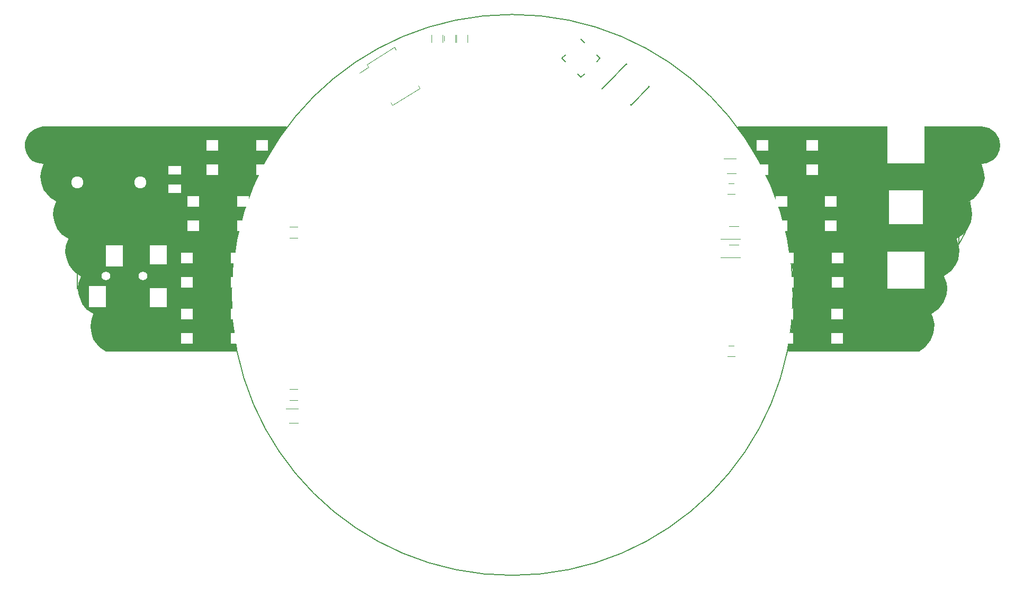
<source format=gbr>
G04 #@! TF.FileFunction,Legend,Top*
%FSLAX46Y46*%
G04 Gerber Fmt 4.6, Leading zero omitted, Abs format (unit mm)*
G04 Created by KiCad (PCBNEW 4.0.6) date Mon Apr 24 00:01:32 2017*
%MOMM*%
%LPD*%
G01*
G04 APERTURE LIST*
%ADD10C,0.100000*%
%ADD11C,0.200000*%
%ADD12C,0.150000*%
%ADD13C,0.120000*%
%ADD14C,0.254000*%
%ADD15C,0.010000*%
%ADD16R,5.900000X5.900000*%
%ADD17R,5.400000X5.400000*%
%ADD18C,3.700000*%
%ADD19R,1.300000X2.000000*%
%ADD20C,1.400000*%
%ADD21R,2.800000X3.350000*%
%ADD22R,2.800000X3.050000*%
%ADD23C,1.924000*%
%ADD24R,1.100000X1.700000*%
%ADD25R,1.700000X1.100000*%
%ADD26R,1.950000X1.700000*%
%ADD27R,1.050000X0.800000*%
%ADD28R,2.000000X1.400000*%
%ADD29R,1.400000X2.000000*%
G04 APERTURE END LIST*
D10*
D11*
X194911023Y-100000000D02*
G75*
G03X194911023Y-100000000I-44911023J0D01*
G01*
D12*
X221400000Y-86000000D02*
X221400000Y-91900000D01*
X221400000Y-91900000D02*
X221400000Y-80100000D01*
X221400000Y-86000000D02*
X223300000Y-86000000D01*
X223300000Y-86000000D02*
X222800000Y-85600000D01*
X222800000Y-85600000D02*
X222800000Y-86300000D01*
X222800000Y-86300000D02*
X222800000Y-86400000D01*
X222800000Y-86400000D02*
X223300000Y-86000000D01*
X223261579Y-86000000D02*
G75*
G03X223261579Y-86000000I-10261579J0D01*
G01*
D13*
X127025145Y-63545309D02*
X126744287Y-63095844D01*
X126744287Y-63095844D02*
X131154137Y-60340264D01*
X131154137Y-60340264D02*
X131434995Y-60789729D01*
X130565005Y-69210271D02*
X130845863Y-69659736D01*
X130845863Y-69659736D02*
X135255713Y-66904156D01*
X135255713Y-66904156D02*
X134974855Y-66454691D01*
X125608904Y-64430275D02*
X127025145Y-63545309D01*
D12*
X82000000Y-95000000D02*
X80500000Y-95000000D01*
X80500000Y-95000000D02*
X80500000Y-99000000D01*
X80500000Y-99000000D02*
X82000000Y-99000000D01*
X82000000Y-94500000D02*
X82000000Y-99500000D01*
X82000000Y-99500000D02*
X94000000Y-99500000D01*
X94000000Y-99500000D02*
X94000000Y-94500000D01*
X94000000Y-94500000D02*
X82000000Y-94500000D01*
X94000000Y-82000000D02*
G75*
G03X94000000Y-82000000I-8500000J0D01*
G01*
D13*
X185650000Y-109880000D02*
X184450000Y-109880000D01*
X184450000Y-108120000D02*
X185650000Y-108120000D01*
X115650000Y-90880000D02*
X114450000Y-90880000D01*
X114450000Y-89120000D02*
X115650000Y-89120000D01*
X141120000Y-59550000D02*
X141120000Y-58350000D01*
X142880000Y-58350000D02*
X142880000Y-59550000D01*
X139120000Y-59550000D02*
X139120000Y-58350000D01*
X140880000Y-58350000D02*
X140880000Y-59550000D01*
X137120000Y-59550000D02*
X137120000Y-58350000D01*
X138880000Y-58350000D02*
X138880000Y-59550000D01*
X185650000Y-83880000D02*
X184450000Y-83880000D01*
X184450000Y-82120000D02*
X185650000Y-82120000D01*
X115650000Y-116880000D02*
X114450000Y-116880000D01*
X114450000Y-115120000D02*
X115650000Y-115120000D01*
D12*
X103000000Y-75000000D02*
X103000000Y-81000000D01*
X103000000Y-81000000D02*
X109000000Y-81000000D01*
X109000000Y-81000000D02*
X109000000Y-75000000D01*
X109000000Y-75000000D02*
X103000000Y-75000000D01*
X107700000Y-78000000D02*
G75*
G03X107700000Y-78000000I-1700000J0D01*
G01*
X100000000Y-84000000D02*
X100000000Y-90000000D01*
X100000000Y-90000000D02*
X106000000Y-90000000D01*
X106000000Y-90000000D02*
X106000000Y-84000000D01*
X106000000Y-84000000D02*
X100000000Y-84000000D01*
X104700000Y-87000000D02*
G75*
G03X104700000Y-87000000I-1700000J0D01*
G01*
X99000000Y-93000000D02*
X99000000Y-99000000D01*
X99000000Y-99000000D02*
X105000000Y-99000000D01*
X105000000Y-99000000D02*
X105000000Y-93000000D01*
X105000000Y-93000000D02*
X99000000Y-93000000D01*
X103700000Y-96000000D02*
G75*
G03X103700000Y-96000000I-1700000J0D01*
G01*
X99000000Y-102000000D02*
X99000000Y-108000000D01*
X99000000Y-108000000D02*
X105000000Y-108000000D01*
X105000000Y-108000000D02*
X105000000Y-102000000D01*
X105000000Y-102000000D02*
X99000000Y-102000000D01*
X103700000Y-105000000D02*
G75*
G03X103700000Y-105000000I-1700000J0D01*
G01*
X164040559Y-62116100D02*
X163492551Y-62664108D01*
X157959441Y-62116100D02*
X158507449Y-61568092D01*
X161000000Y-65156659D02*
X161548008Y-64608651D01*
X161000000Y-59075541D02*
X161548008Y-59623549D01*
X157959441Y-62116100D02*
X158507449Y-62664108D01*
X161000000Y-65156659D02*
X160451992Y-64608651D01*
X164040559Y-62116100D02*
X163492551Y-61568092D01*
X165346953Y-65946447D02*
X165382309Y-65981802D01*
X168281447Y-63011953D02*
X168383977Y-63114484D01*
X171923047Y-66653553D02*
X171820516Y-66551023D01*
X168988553Y-69588047D02*
X168886023Y-69485516D01*
X165346953Y-65946447D02*
X168281447Y-63011953D01*
X168988553Y-69588047D02*
X171923047Y-66653553D01*
X165382309Y-65981802D02*
X164392359Y-66971751D01*
D13*
X185750000Y-78190000D02*
X183850000Y-78190000D01*
X184350000Y-80510000D02*
X185750000Y-80510000D01*
X115750000Y-118190000D02*
X113850000Y-118190000D01*
X114350000Y-120510000D02*
X115750000Y-120510000D01*
X94984000Y-83700000D02*
X97016000Y-83700000D01*
X94975000Y-80500000D02*
X94975000Y-83700000D01*
X97025000Y-83700000D02*
X97025000Y-80500000D01*
X183300000Y-88984000D02*
X183300000Y-91016000D01*
X186500000Y-88975000D02*
X183300000Y-88975000D01*
X183300000Y-91025000D02*
X186500000Y-91025000D01*
X183300000Y-91984000D02*
X183300000Y-94016000D01*
X186500000Y-91975000D02*
X183300000Y-91975000D01*
X183300000Y-94025000D02*
X186500000Y-94025000D01*
D12*
X191000000Y-75000000D02*
X191000000Y-81000000D01*
X191000000Y-81000000D02*
X197000000Y-81000000D01*
X197000000Y-81000000D02*
X197000000Y-75000000D01*
X197000000Y-75000000D02*
X191000000Y-75000000D01*
X195700000Y-78000000D02*
G75*
G03X195700000Y-78000000I-1700000J0D01*
G01*
X194000000Y-84000000D02*
X194000000Y-90000000D01*
X194000000Y-90000000D02*
X200000000Y-90000000D01*
X200000000Y-90000000D02*
X200000000Y-84000000D01*
X200000000Y-84000000D02*
X194000000Y-84000000D01*
X198700000Y-87000000D02*
G75*
G03X198700000Y-87000000I-1700000J0D01*
G01*
X195028000Y-93050000D02*
X195028000Y-99050000D01*
X195028000Y-99050000D02*
X201028000Y-99050000D01*
X201028000Y-99050000D02*
X201028000Y-93050000D01*
X201028000Y-93050000D02*
X195028000Y-93050000D01*
X199728000Y-96050000D02*
G75*
G03X199728000Y-96050000I-1700000J0D01*
G01*
X195000000Y-102000000D02*
X195000000Y-108000000D01*
X195000000Y-108000000D02*
X201000000Y-108000000D01*
X201000000Y-108000000D02*
X201000000Y-102000000D01*
X201000000Y-102000000D02*
X195000000Y-102000000D01*
X199700000Y-105000000D02*
G75*
G03X199700000Y-105000000I-1700000J0D01*
G01*
D14*
G36*
X226150742Y-73320542D02*
X227105012Y-73988532D01*
X227679190Y-74945495D01*
X227871566Y-76003564D01*
X227776313Y-76765595D01*
X227393524Y-77626870D01*
X226724768Y-78295626D01*
X225762661Y-78776679D01*
X224984248Y-78873981D01*
X224936460Y-78890038D01*
X224898685Y-78923422D01*
X224876874Y-78968872D01*
X224879517Y-79040161D01*
X225274857Y-80226180D01*
X225371574Y-81290070D01*
X225080731Y-82453442D01*
X224495448Y-83526461D01*
X223717209Y-84401979D01*
X222932690Y-84892304D01*
X222896094Y-84926976D01*
X222875870Y-84973155D01*
X222875205Y-85023564D01*
X222883269Y-85050028D01*
X223176651Y-85734586D01*
X223371497Y-87098507D01*
X223177867Y-88260285D01*
X222593694Y-89428631D01*
X221914560Y-90204785D01*
X220927170Y-90895958D01*
X220892430Y-90932489D01*
X220874640Y-90979659D01*
X220881086Y-91044593D01*
X221177480Y-91834977D01*
X221371319Y-92804174D01*
X221176528Y-94265111D01*
X220790239Y-95134261D01*
X220110194Y-96008604D01*
X218923800Y-96898400D01*
X218890275Y-96936051D01*
X218874040Y-96983778D01*
X218882083Y-97047167D01*
X219275681Y-98031162D01*
X219372296Y-98900699D01*
X219275330Y-99870360D01*
X218788531Y-101136037D01*
X218011496Y-102107332D01*
X216925302Y-102897291D01*
X216891228Y-102934444D01*
X216874292Y-102981928D01*
X216882083Y-103047167D01*
X217078884Y-103539169D01*
X217370758Y-104706666D01*
X217176140Y-106068990D01*
X216788028Y-107136297D01*
X215912807Y-108206012D01*
X214959967Y-108873000D01*
X194153750Y-108873000D01*
X194624715Y-106423984D01*
X194626223Y-106414025D01*
X194826223Y-104614025D01*
X194826370Y-104612637D01*
X194926370Y-103612637D01*
X194927000Y-103600000D01*
X194927000Y-102607904D01*
X195026019Y-101815752D01*
X195027000Y-101800000D01*
X195027000Y-98200000D01*
X195026223Y-98185975D01*
X194927000Y-97292968D01*
X194927000Y-96200000D01*
X194926223Y-96185975D01*
X194826223Y-95285975D01*
X194826019Y-95284248D01*
X194626019Y-93684248D01*
X194624534Y-93675093D01*
X194325226Y-92178553D01*
X194225724Y-91482039D01*
X194225272Y-91479121D01*
X194125272Y-90879121D01*
X194124534Y-90875093D01*
X193924534Y-89875093D01*
X193923208Y-89869198D01*
X193723208Y-89069198D01*
X193721644Y-89063507D01*
X193421896Y-88064347D01*
X193222114Y-87365110D01*
X193220483Y-87359839D01*
X192921089Y-86461657D01*
X192621896Y-85464347D01*
X192422114Y-84765110D01*
X192418914Y-84755407D01*
X191818914Y-83155407D01*
X191813592Y-83143204D01*
X191416576Y-82349171D01*
X191118914Y-81555407D01*
X191113592Y-81543204D01*
X190313592Y-79943204D01*
X190311018Y-79938323D01*
X189812353Y-79040726D01*
X189313592Y-78043204D01*
X189311018Y-78038323D01*
X188811018Y-77138323D01*
X188809700Y-77136008D01*
X188109700Y-75936008D01*
X188101600Y-75923800D01*
X187503712Y-75126616D01*
X186905670Y-74229553D01*
X186903344Y-74226183D01*
X186404534Y-73527849D01*
X186137301Y-73127000D01*
X224989489Y-73127000D01*
X226150742Y-73320542D01*
X226150742Y-73320542D01*
G37*
X226150742Y-73320542D02*
X227105012Y-73988532D01*
X227679190Y-74945495D01*
X227871566Y-76003564D01*
X227776313Y-76765595D01*
X227393524Y-77626870D01*
X226724768Y-78295626D01*
X225762661Y-78776679D01*
X224984248Y-78873981D01*
X224936460Y-78890038D01*
X224898685Y-78923422D01*
X224876874Y-78968872D01*
X224879517Y-79040161D01*
X225274857Y-80226180D01*
X225371574Y-81290070D01*
X225080731Y-82453442D01*
X224495448Y-83526461D01*
X223717209Y-84401979D01*
X222932690Y-84892304D01*
X222896094Y-84926976D01*
X222875870Y-84973155D01*
X222875205Y-85023564D01*
X222883269Y-85050028D01*
X223176651Y-85734586D01*
X223371497Y-87098507D01*
X223177867Y-88260285D01*
X222593694Y-89428631D01*
X221914560Y-90204785D01*
X220927170Y-90895958D01*
X220892430Y-90932489D01*
X220874640Y-90979659D01*
X220881086Y-91044593D01*
X221177480Y-91834977D01*
X221371319Y-92804174D01*
X221176528Y-94265111D01*
X220790239Y-95134261D01*
X220110194Y-96008604D01*
X218923800Y-96898400D01*
X218890275Y-96936051D01*
X218874040Y-96983778D01*
X218882083Y-97047167D01*
X219275681Y-98031162D01*
X219372296Y-98900699D01*
X219275330Y-99870360D01*
X218788531Y-101136037D01*
X218011496Y-102107332D01*
X216925302Y-102897291D01*
X216891228Y-102934444D01*
X216874292Y-102981928D01*
X216882083Y-103047167D01*
X217078884Y-103539169D01*
X217370758Y-104706666D01*
X217176140Y-106068990D01*
X216788028Y-107136297D01*
X215912807Y-108206012D01*
X214959967Y-108873000D01*
X194153750Y-108873000D01*
X194624715Y-106423984D01*
X194626223Y-106414025D01*
X194826223Y-104614025D01*
X194826370Y-104612637D01*
X194926370Y-103612637D01*
X194927000Y-103600000D01*
X194927000Y-102607904D01*
X195026019Y-101815752D01*
X195027000Y-101800000D01*
X195027000Y-98200000D01*
X195026223Y-98185975D01*
X194927000Y-97292968D01*
X194927000Y-96200000D01*
X194926223Y-96185975D01*
X194826223Y-95285975D01*
X194826019Y-95284248D01*
X194626019Y-93684248D01*
X194624534Y-93675093D01*
X194325226Y-92178553D01*
X194225724Y-91482039D01*
X194225272Y-91479121D01*
X194125272Y-90879121D01*
X194124534Y-90875093D01*
X193924534Y-89875093D01*
X193923208Y-89869198D01*
X193723208Y-89069198D01*
X193721644Y-89063507D01*
X193421896Y-88064347D01*
X193222114Y-87365110D01*
X193220483Y-87359839D01*
X192921089Y-86461657D01*
X192621896Y-85464347D01*
X192422114Y-84765110D01*
X192418914Y-84755407D01*
X191818914Y-83155407D01*
X191813592Y-83143204D01*
X191416576Y-82349171D01*
X191118914Y-81555407D01*
X191113592Y-81543204D01*
X190313592Y-79943204D01*
X190311018Y-79938323D01*
X189812353Y-79040726D01*
X189313592Y-78043204D01*
X189311018Y-78038323D01*
X188811018Y-77138323D01*
X188809700Y-77136008D01*
X188109700Y-75936008D01*
X188101600Y-75923800D01*
X187503712Y-75126616D01*
X186905670Y-74229553D01*
X186903344Y-74226183D01*
X186404534Y-73527849D01*
X186137301Y-73127000D01*
X224989489Y-73127000D01*
X226150742Y-73320542D01*
G36*
X113600830Y-73420664D02*
X113593518Y-73430786D01*
X112293518Y-75430786D01*
X112293032Y-75431540D01*
X110693032Y-77931540D01*
X110686408Y-77943204D01*
X109286408Y-80743204D01*
X109283269Y-80749972D01*
X108083269Y-83549972D01*
X108080240Y-83557732D01*
X106880240Y-86957732D01*
X106876632Y-86969843D01*
X105776632Y-91469843D01*
X105774276Y-91482039D01*
X105174276Y-95682039D01*
X105173404Y-95689872D01*
X104973404Y-98189872D01*
X104973000Y-98200000D01*
X104973000Y-101100000D01*
X104973219Y-101107458D01*
X105073000Y-102803735D01*
X105073000Y-104200000D01*
X105074276Y-104217961D01*
X105274276Y-105617961D01*
X105274728Y-105620879D01*
X105574728Y-107420879D01*
X105575175Y-107423405D01*
X105846974Y-108873000D01*
X85036424Y-108873000D01*
X84279577Y-108399971D01*
X83696182Y-107816576D01*
X83113966Y-107040288D01*
X82823335Y-106168396D01*
X82628147Y-105094862D01*
X82724788Y-104128458D01*
X83119354Y-103043401D01*
X83126836Y-102993547D01*
X83114332Y-102944709D01*
X83068183Y-102892855D01*
X81986742Y-102204665D01*
X81310288Y-101334939D01*
X81018815Y-100654834D01*
X80724737Y-99772601D01*
X80627781Y-98900000D01*
X80724319Y-98031162D01*
X81117917Y-97047167D01*
X81126977Y-96997574D01*
X81116029Y-96948364D01*
X81067310Y-96892304D01*
X80279577Y-96399971D01*
X79697232Y-95817626D01*
X79212237Y-95138633D01*
X78822247Y-94163658D01*
X78628146Y-93193152D01*
X78724986Y-92127914D01*
X79119354Y-91043401D01*
X79126836Y-90993547D01*
X79114332Y-90944709D01*
X79068183Y-90892855D01*
X77986742Y-90204665D01*
X77311258Y-89336186D01*
X76921116Y-88360831D01*
X76628569Y-87190643D01*
X76724961Y-86226727D01*
X77120483Y-85040161D01*
X77126615Y-84990122D01*
X77112797Y-84941640D01*
X77070447Y-84894330D01*
X76180914Y-84301308D01*
X75597231Y-83717625D01*
X75115590Y-83043328D01*
X74823681Y-82070297D01*
X74629288Y-81001136D01*
X74823362Y-80030765D01*
X75121644Y-79036493D01*
X75126258Y-78986292D01*
X75110977Y-78938250D01*
X75078210Y-78899939D01*
X75024907Y-78875466D01*
X74037871Y-78678059D01*
X73367064Y-78390570D01*
X72798903Y-77917102D01*
X72416506Y-77247909D01*
X72127000Y-76379390D01*
X72127000Y-75526067D01*
X72415261Y-74853458D01*
X72798509Y-74086962D01*
X73660745Y-73512138D01*
X74335966Y-73222757D01*
X74910511Y-73127000D01*
X113835761Y-73127000D01*
X113600830Y-73420664D01*
X113600830Y-73420664D01*
G37*
X113600830Y-73420664D02*
X113593518Y-73430786D01*
X112293518Y-75430786D01*
X112293032Y-75431540D01*
X110693032Y-77931540D01*
X110686408Y-77943204D01*
X109286408Y-80743204D01*
X109283269Y-80749972D01*
X108083269Y-83549972D01*
X108080240Y-83557732D01*
X106880240Y-86957732D01*
X106876632Y-86969843D01*
X105776632Y-91469843D01*
X105774276Y-91482039D01*
X105174276Y-95682039D01*
X105173404Y-95689872D01*
X104973404Y-98189872D01*
X104973000Y-98200000D01*
X104973000Y-101100000D01*
X104973219Y-101107458D01*
X105073000Y-102803735D01*
X105073000Y-104200000D01*
X105074276Y-104217961D01*
X105274276Y-105617961D01*
X105274728Y-105620879D01*
X105574728Y-107420879D01*
X105575175Y-107423405D01*
X105846974Y-108873000D01*
X85036424Y-108873000D01*
X84279577Y-108399971D01*
X83696182Y-107816576D01*
X83113966Y-107040288D01*
X82823335Y-106168396D01*
X82628147Y-105094862D01*
X82724788Y-104128458D01*
X83119354Y-103043401D01*
X83126836Y-102993547D01*
X83114332Y-102944709D01*
X83068183Y-102892855D01*
X81986742Y-102204665D01*
X81310288Y-101334939D01*
X81018815Y-100654834D01*
X80724737Y-99772601D01*
X80627781Y-98900000D01*
X80724319Y-98031162D01*
X81117917Y-97047167D01*
X81126977Y-96997574D01*
X81116029Y-96948364D01*
X81067310Y-96892304D01*
X80279577Y-96399971D01*
X79697232Y-95817626D01*
X79212237Y-95138633D01*
X78822247Y-94163658D01*
X78628146Y-93193152D01*
X78724986Y-92127914D01*
X79119354Y-91043401D01*
X79126836Y-90993547D01*
X79114332Y-90944709D01*
X79068183Y-90892855D01*
X77986742Y-90204665D01*
X77311258Y-89336186D01*
X76921116Y-88360831D01*
X76628569Y-87190643D01*
X76724961Y-86226727D01*
X77120483Y-85040161D01*
X77126615Y-84990122D01*
X77112797Y-84941640D01*
X77070447Y-84894330D01*
X76180914Y-84301308D01*
X75597231Y-83717625D01*
X75115590Y-83043328D01*
X74823681Y-82070297D01*
X74629288Y-81001136D01*
X74823362Y-80030765D01*
X75121644Y-79036493D01*
X75126258Y-78986292D01*
X75110977Y-78938250D01*
X75078210Y-78899939D01*
X75024907Y-78875466D01*
X74037871Y-78678059D01*
X73367064Y-78390570D01*
X72798903Y-77917102D01*
X72416506Y-77247909D01*
X72127000Y-76379390D01*
X72127000Y-75526067D01*
X72415261Y-74853458D01*
X72798509Y-74086962D01*
X73660745Y-73512138D01*
X74335966Y-73222757D01*
X74910511Y-73127000D01*
X113835761Y-73127000D01*
X113600830Y-73420664D01*
%LPC*%
D11*
X178535066Y-100000000D02*
G75*
G03X178535066Y-100000000I-28535066J0D01*
G01*
D15*
G36*
X180192442Y-69806612D02*
X180187925Y-69820818D01*
X180180371Y-69843981D01*
X180169894Y-69875768D01*
X180156605Y-69915845D01*
X180140616Y-69963881D01*
X180122039Y-70019543D01*
X180100985Y-70082496D01*
X180077567Y-70152407D01*
X180051896Y-70228946D01*
X180024084Y-70311778D01*
X179994244Y-70400569D01*
X179962486Y-70494988D01*
X179928924Y-70594701D01*
X179893669Y-70699375D01*
X179856832Y-70808677D01*
X179818525Y-70922275D01*
X179778861Y-71039835D01*
X179737952Y-71161024D01*
X179695909Y-71285510D01*
X179652843Y-71412959D01*
X179608868Y-71543039D01*
X179586100Y-71610360D01*
X179541688Y-71741705D01*
X179498122Y-71870614D01*
X179455515Y-71996752D01*
X179413979Y-72119786D01*
X179373628Y-72239381D01*
X179334572Y-72355202D01*
X179296924Y-72466917D01*
X179260797Y-72574189D01*
X179226302Y-72676686D01*
X179193552Y-72774073D01*
X179162659Y-72866016D01*
X179133735Y-72952181D01*
X179106891Y-73032233D01*
X179082242Y-73105838D01*
X179059899Y-73172662D01*
X179039972Y-73232372D01*
X179022577Y-73284632D01*
X179007824Y-73329108D01*
X178995826Y-73365468D01*
X178986694Y-73393375D01*
X178980541Y-73412496D01*
X178977480Y-73422497D01*
X178977144Y-73423975D01*
X178980304Y-73428522D01*
X178989341Y-73440918D01*
X179004039Y-73460876D01*
X179024188Y-73488111D01*
X179049575Y-73522339D01*
X179079986Y-73563275D01*
X179115208Y-73610633D01*
X179155031Y-73664126D01*
X179199238Y-73723472D01*
X179247620Y-73788383D01*
X179299961Y-73858574D01*
X179356051Y-73933762D01*
X179415676Y-74013659D01*
X179478622Y-74097981D01*
X179544677Y-74186442D01*
X179613630Y-74278758D01*
X179685267Y-74374642D01*
X179759375Y-74473810D01*
X179835740Y-74575977D01*
X179914151Y-74680855D01*
X179994395Y-74788163D01*
X180076257Y-74897613D01*
X180101362Y-74931173D01*
X180201413Y-75064915D01*
X180295556Y-75190761D01*
X180383973Y-75308951D01*
X180466840Y-75419725D01*
X180544336Y-75523323D01*
X180616641Y-75619986D01*
X180683932Y-75709953D01*
X180746388Y-75793465D01*
X180804187Y-75870761D01*
X180857510Y-75942082D01*
X180906533Y-76007667D01*
X180951437Y-76067758D01*
X180992398Y-76122594D01*
X181029596Y-76172415D01*
X181063210Y-76217461D01*
X181093417Y-76257973D01*
X181120398Y-76294190D01*
X181144330Y-76326352D01*
X181165392Y-76354700D01*
X181183762Y-76379474D01*
X181199619Y-76400915D01*
X181213143Y-76419261D01*
X181224510Y-76434752D01*
X181233900Y-76447630D01*
X181241493Y-76458134D01*
X181247465Y-76466504D01*
X181251997Y-76472982D01*
X181255266Y-76477805D01*
X181257450Y-76481216D01*
X181258729Y-76483452D01*
X181259282Y-76484756D01*
X181259287Y-76485368D01*
X181258921Y-76485526D01*
X181258366Y-76485470D01*
X181257798Y-76485443D01*
X181257622Y-76485487D01*
X181252334Y-76485534D01*
X181237246Y-76485459D01*
X181212720Y-76485266D01*
X181179114Y-76484960D01*
X181136790Y-76484544D01*
X181086108Y-76484023D01*
X181027427Y-76483400D01*
X180961109Y-76482680D01*
X180887514Y-76481867D01*
X180806999Y-76480965D01*
X180719928Y-76479978D01*
X180626659Y-76478910D01*
X180527553Y-76477765D01*
X180422969Y-76476547D01*
X180313270Y-76475262D01*
X180198813Y-76473911D01*
X180079960Y-76472501D01*
X179957071Y-76471034D01*
X179830506Y-76469515D01*
X179700624Y-76467948D01*
X179567786Y-76466338D01*
X179433531Y-76464701D01*
X179297189Y-76463037D01*
X179163019Y-76461403D01*
X179031402Y-76459804D01*
X178902719Y-76458243D01*
X178777355Y-76456727D01*
X178655692Y-76455259D01*
X178538112Y-76453844D01*
X178424998Y-76452486D01*
X178316733Y-76451189D01*
X178213699Y-76449960D01*
X178116279Y-76448801D01*
X178024855Y-76447718D01*
X177939812Y-76446715D01*
X177861530Y-76445797D01*
X177790392Y-76444967D01*
X177726782Y-76444231D01*
X177671083Y-76443594D01*
X177623675Y-76443059D01*
X177584942Y-76442632D01*
X177555268Y-76442316D01*
X177535035Y-76442117D01*
X177525354Y-76442042D01*
X177437682Y-76441627D01*
X176342100Y-77993308D01*
X176262252Y-78106400D01*
X176183879Y-78217411D01*
X176107185Y-78326051D01*
X176032374Y-78432031D01*
X175959652Y-78535059D01*
X175889222Y-78634847D01*
X175821289Y-78731104D01*
X175756058Y-78823542D01*
X175693732Y-78911868D01*
X175634516Y-78995796D01*
X175578617Y-79075033D01*
X175526235Y-79149289D01*
X175477578Y-79218277D01*
X175432849Y-79281704D01*
X175392254Y-79339283D01*
X175355995Y-79390723D01*
X175324277Y-79435734D01*
X175297306Y-79474024D01*
X175275286Y-79505307D01*
X175258422Y-79529291D01*
X175246916Y-79545686D01*
X175240975Y-79554202D01*
X175240171Y-79555388D01*
X175234292Y-79561997D01*
X175230050Y-79559636D01*
X175228280Y-79554391D01*
X175223594Y-79539781D01*
X175216098Y-79516146D01*
X175205896Y-79483820D01*
X175193094Y-79443142D01*
X175177798Y-79394446D01*
X175160113Y-79338071D01*
X175140143Y-79274354D01*
X175117996Y-79203630D01*
X175093775Y-79126239D01*
X175067586Y-79042514D01*
X175039533Y-78952793D01*
X175009725Y-78857414D01*
X174978264Y-78756714D01*
X174945255Y-78651029D01*
X174910806Y-78540694D01*
X174875021Y-78426049D01*
X174838005Y-78307429D01*
X174799864Y-78185172D01*
X174760701Y-78059614D01*
X174720625Y-77931091D01*
X174679740Y-77799941D01*
X174659317Y-77734422D01*
X174092360Y-75915360D01*
X174063787Y-75905948D01*
X174056878Y-75903766D01*
X174040611Y-75898683D01*
X174015327Y-75890807D01*
X173981375Y-75880244D01*
X173939098Y-75867102D01*
X173888841Y-75851488D01*
X173830951Y-75833507D01*
X173765770Y-75813270D01*
X173693645Y-75790880D01*
X173614920Y-75766447D01*
X173529940Y-75740076D01*
X173439050Y-75711876D01*
X173342597Y-75681953D01*
X173240923Y-75650413D01*
X173134375Y-75617364D01*
X173023297Y-75582914D01*
X172908035Y-75547169D01*
X172788933Y-75510236D01*
X172666337Y-75472222D01*
X172540591Y-75433234D01*
X172412040Y-75393382D01*
X172281030Y-75352767D01*
X172240572Y-75340226D01*
X172109165Y-75299489D01*
X171980244Y-75259515D01*
X171854147Y-75220410D01*
X171731213Y-75182280D01*
X171611777Y-75145229D01*
X171496181Y-75109361D01*
X171384761Y-75074784D01*
X171277856Y-75041601D01*
X171175805Y-75009917D01*
X171078945Y-74979838D01*
X170987616Y-74951468D01*
X170902155Y-74924914D01*
X170822899Y-74900278D01*
X170750190Y-74877669D01*
X170684362Y-74857189D01*
X170625756Y-74838945D01*
X170574708Y-74823041D01*
X170531559Y-74809581D01*
X170496647Y-74798673D01*
X170470308Y-74790420D01*
X170452882Y-74784929D01*
X170444707Y-74782302D01*
X170444094Y-74782081D01*
X170445407Y-74777520D01*
X170447747Y-74774757D01*
X170452247Y-74771452D01*
X170464751Y-74762480D01*
X170484970Y-74748045D01*
X170512615Y-74728353D01*
X170547400Y-74703606D01*
X170589034Y-74674009D01*
X170637231Y-74639768D01*
X170691703Y-74601086D01*
X170752160Y-74558168D01*
X170818314Y-74511218D01*
X170889878Y-74460443D01*
X170966564Y-74406043D01*
X171048082Y-74348226D01*
X171134144Y-74287195D01*
X171224464Y-74223154D01*
X171318752Y-74156310D01*
X171416719Y-74086864D01*
X171518079Y-74015023D01*
X171622542Y-73940989D01*
X171729822Y-73864970D01*
X171839628Y-73787167D01*
X171951674Y-73707787D01*
X172005337Y-73669772D01*
X172118287Y-73589757D01*
X172229114Y-73511246D01*
X172337530Y-73434441D01*
X172443247Y-73359547D01*
X172545980Y-73286765D01*
X172645439Y-73216301D01*
X172741339Y-73148357D01*
X172833392Y-73083137D01*
X172921311Y-73020844D01*
X173004810Y-72961682D01*
X173083600Y-72905853D01*
X173157396Y-72853561D01*
X173225911Y-72805011D01*
X173288856Y-72760404D01*
X173345944Y-72719946D01*
X173396890Y-72683838D01*
X173441405Y-72652286D01*
X173479203Y-72625490D01*
X173509996Y-72603656D01*
X173533498Y-72586986D01*
X173549422Y-72575685D01*
X173557479Y-72569956D01*
X173558469Y-72569244D01*
X173558476Y-72564147D01*
X173558347Y-72549242D01*
X173558088Y-72524881D01*
X173557703Y-72491412D01*
X173557198Y-72449189D01*
X173556576Y-72398561D01*
X173555842Y-72339879D01*
X173555000Y-72273494D01*
X173554055Y-72199757D01*
X173553013Y-72119020D01*
X173551877Y-72031632D01*
X173550651Y-71937945D01*
X173549341Y-71838310D01*
X173547951Y-71733077D01*
X173546486Y-71622599D01*
X173544950Y-71507223D01*
X173543348Y-71387304D01*
X173541685Y-71263191D01*
X173539964Y-71135235D01*
X173538191Y-71003786D01*
X173536369Y-70869197D01*
X173534505Y-70731818D01*
X173533496Y-70657589D01*
X173531180Y-70486799D01*
X173529014Y-70325904D01*
X173526998Y-70174644D01*
X173525129Y-70032755D01*
X173523404Y-69899974D01*
X173521821Y-69776040D01*
X173520377Y-69660691D01*
X173519071Y-69553663D01*
X173517900Y-69454694D01*
X173516862Y-69363522D01*
X173515953Y-69279883D01*
X173515174Y-69203517D01*
X173514519Y-69134160D01*
X173513988Y-69071549D01*
X173513578Y-69015423D01*
X173513287Y-68965519D01*
X173513112Y-68921573D01*
X173513052Y-68883325D01*
X173513103Y-68850511D01*
X173513264Y-68822870D01*
X173513532Y-68800137D01*
X173513904Y-68782052D01*
X173514379Y-68768351D01*
X173514954Y-68758772D01*
X173515627Y-68753053D01*
X173516396Y-68750931D01*
X173516589Y-68750926D01*
X173521282Y-68754218D01*
X173533836Y-68763373D01*
X173553966Y-68778180D01*
X173581389Y-68798426D01*
X173615820Y-68823903D01*
X173656977Y-68854396D01*
X173704574Y-68889696D01*
X173758327Y-68929593D01*
X173817953Y-68973873D01*
X173883168Y-69022327D01*
X173953686Y-69074743D01*
X174029226Y-69130910D01*
X174109502Y-69190617D01*
X174194231Y-69253653D01*
X174283128Y-69319806D01*
X174375909Y-69388865D01*
X174472292Y-69460621D01*
X174571990Y-69534859D01*
X174674721Y-69611371D01*
X174780201Y-69689944D01*
X174888145Y-69770368D01*
X174998269Y-69852431D01*
X175050409Y-69891290D01*
X175161383Y-69973997D01*
X175270274Y-70055145D01*
X175376798Y-70134523D01*
X175480676Y-70211921D01*
X175581624Y-70287129D01*
X175679359Y-70359937D01*
X175773599Y-70430134D01*
X175864064Y-70497511D01*
X175950469Y-70561857D01*
X176032533Y-70622964D01*
X176109973Y-70680619D01*
X176182507Y-70734613D01*
X176249854Y-70784737D01*
X176311730Y-70830779D01*
X176367854Y-70872530D01*
X176417943Y-70909780D01*
X176461715Y-70942319D01*
X176498888Y-70969936D01*
X176529180Y-70992421D01*
X176552307Y-71009565D01*
X176567988Y-71021156D01*
X176575942Y-71026986D01*
X176576931Y-71027676D01*
X176581817Y-71026057D01*
X176595988Y-71021281D01*
X176619114Y-71013459D01*
X176650861Y-71002704D01*
X176690895Y-70989130D01*
X176738883Y-70972850D01*
X176794495Y-70953976D01*
X176857397Y-70932622D01*
X176927255Y-70908902D01*
X177003739Y-70882927D01*
X177086513Y-70854810D01*
X177175247Y-70824666D01*
X177269606Y-70792606D01*
X177369259Y-70758745D01*
X177473874Y-70723194D01*
X177583115Y-70686067D01*
X177696651Y-70647477D01*
X177814151Y-70607537D01*
X177935280Y-70566361D01*
X178059706Y-70524061D01*
X178187097Y-70480749D01*
X178317118Y-70436540D01*
X178384624Y-70413586D01*
X178515875Y-70368964D01*
X178644671Y-70325194D01*
X178770681Y-70282389D01*
X178893571Y-70240659D01*
X179013008Y-70200119D01*
X179128660Y-70160880D01*
X179240192Y-70123057D01*
X179347272Y-70086761D01*
X179449568Y-70052104D01*
X179546746Y-70019200D01*
X179638472Y-69988160D01*
X179724414Y-69959099D01*
X179804239Y-69932128D01*
X179877614Y-69907359D01*
X179944206Y-69884908D01*
X180003681Y-69864883D01*
X180055706Y-69847400D01*
X180099950Y-69832571D01*
X180136078Y-69820507D01*
X180163758Y-69811322D01*
X180182655Y-69805129D01*
X180192439Y-69802040D01*
X180193812Y-69801696D01*
X180192442Y-69806612D01*
X180192442Y-69806612D01*
G37*
X180192442Y-69806612D02*
X180187925Y-69820818D01*
X180180371Y-69843981D01*
X180169894Y-69875768D01*
X180156605Y-69915845D01*
X180140616Y-69963881D01*
X180122039Y-70019543D01*
X180100985Y-70082496D01*
X180077567Y-70152407D01*
X180051896Y-70228946D01*
X180024084Y-70311778D01*
X179994244Y-70400569D01*
X179962486Y-70494988D01*
X179928924Y-70594701D01*
X179893669Y-70699375D01*
X179856832Y-70808677D01*
X179818525Y-70922275D01*
X179778861Y-71039835D01*
X179737952Y-71161024D01*
X179695909Y-71285510D01*
X179652843Y-71412959D01*
X179608868Y-71543039D01*
X179586100Y-71610360D01*
X179541688Y-71741705D01*
X179498122Y-71870614D01*
X179455515Y-71996752D01*
X179413979Y-72119786D01*
X179373628Y-72239381D01*
X179334572Y-72355202D01*
X179296924Y-72466917D01*
X179260797Y-72574189D01*
X179226302Y-72676686D01*
X179193552Y-72774073D01*
X179162659Y-72866016D01*
X179133735Y-72952181D01*
X179106891Y-73032233D01*
X179082242Y-73105838D01*
X179059899Y-73172662D01*
X179039972Y-73232372D01*
X179022577Y-73284632D01*
X179007824Y-73329108D01*
X178995826Y-73365468D01*
X178986694Y-73393375D01*
X178980541Y-73412496D01*
X178977480Y-73422497D01*
X178977144Y-73423975D01*
X178980304Y-73428522D01*
X178989341Y-73440918D01*
X179004039Y-73460876D01*
X179024188Y-73488111D01*
X179049575Y-73522339D01*
X179079986Y-73563275D01*
X179115208Y-73610633D01*
X179155031Y-73664126D01*
X179199238Y-73723472D01*
X179247620Y-73788383D01*
X179299961Y-73858574D01*
X179356051Y-73933762D01*
X179415676Y-74013659D01*
X179478622Y-74097981D01*
X179544677Y-74186442D01*
X179613630Y-74278758D01*
X179685267Y-74374642D01*
X179759375Y-74473810D01*
X179835740Y-74575977D01*
X179914151Y-74680855D01*
X179994395Y-74788163D01*
X180076257Y-74897613D01*
X180101362Y-74931173D01*
X180201413Y-75064915D01*
X180295556Y-75190761D01*
X180383973Y-75308951D01*
X180466840Y-75419725D01*
X180544336Y-75523323D01*
X180616641Y-75619986D01*
X180683932Y-75709953D01*
X180746388Y-75793465D01*
X180804187Y-75870761D01*
X180857510Y-75942082D01*
X180906533Y-76007667D01*
X180951437Y-76067758D01*
X180992398Y-76122594D01*
X181029596Y-76172415D01*
X181063210Y-76217461D01*
X181093417Y-76257973D01*
X181120398Y-76294190D01*
X181144330Y-76326352D01*
X181165392Y-76354700D01*
X181183762Y-76379474D01*
X181199619Y-76400915D01*
X181213143Y-76419261D01*
X181224510Y-76434752D01*
X181233900Y-76447630D01*
X181241493Y-76458134D01*
X181247465Y-76466504D01*
X181251997Y-76472982D01*
X181255266Y-76477805D01*
X181257450Y-76481216D01*
X181258729Y-76483452D01*
X181259282Y-76484756D01*
X181259287Y-76485368D01*
X181258921Y-76485526D01*
X181258366Y-76485470D01*
X181257798Y-76485443D01*
X181257622Y-76485487D01*
X181252334Y-76485534D01*
X181237246Y-76485459D01*
X181212720Y-76485266D01*
X181179114Y-76484960D01*
X181136790Y-76484544D01*
X181086108Y-76484023D01*
X181027427Y-76483400D01*
X180961109Y-76482680D01*
X180887514Y-76481867D01*
X180806999Y-76480965D01*
X180719928Y-76479978D01*
X180626659Y-76478910D01*
X180527553Y-76477765D01*
X180422969Y-76476547D01*
X180313270Y-76475262D01*
X180198813Y-76473911D01*
X180079960Y-76472501D01*
X179957071Y-76471034D01*
X179830506Y-76469515D01*
X179700624Y-76467948D01*
X179567786Y-76466338D01*
X179433531Y-76464701D01*
X179297189Y-76463037D01*
X179163019Y-76461403D01*
X179031402Y-76459804D01*
X178902719Y-76458243D01*
X178777355Y-76456727D01*
X178655692Y-76455259D01*
X178538112Y-76453844D01*
X178424998Y-76452486D01*
X178316733Y-76451189D01*
X178213699Y-76449960D01*
X178116279Y-76448801D01*
X178024855Y-76447718D01*
X177939812Y-76446715D01*
X177861530Y-76445797D01*
X177790392Y-76444967D01*
X177726782Y-76444231D01*
X177671083Y-76443594D01*
X177623675Y-76443059D01*
X177584942Y-76442632D01*
X177555268Y-76442316D01*
X177535035Y-76442117D01*
X177525354Y-76442042D01*
X177437682Y-76441627D01*
X176342100Y-77993308D01*
X176262252Y-78106400D01*
X176183879Y-78217411D01*
X176107185Y-78326051D01*
X176032374Y-78432031D01*
X175959652Y-78535059D01*
X175889222Y-78634847D01*
X175821289Y-78731104D01*
X175756058Y-78823542D01*
X175693732Y-78911868D01*
X175634516Y-78995796D01*
X175578617Y-79075033D01*
X175526235Y-79149289D01*
X175477578Y-79218277D01*
X175432849Y-79281704D01*
X175392254Y-79339283D01*
X175355995Y-79390723D01*
X175324277Y-79435734D01*
X175297306Y-79474024D01*
X175275286Y-79505307D01*
X175258422Y-79529291D01*
X175246916Y-79545686D01*
X175240975Y-79554202D01*
X175240171Y-79555388D01*
X175234292Y-79561997D01*
X175230050Y-79559636D01*
X175228280Y-79554391D01*
X175223594Y-79539781D01*
X175216098Y-79516146D01*
X175205896Y-79483820D01*
X175193094Y-79443142D01*
X175177798Y-79394446D01*
X175160113Y-79338071D01*
X175140143Y-79274354D01*
X175117996Y-79203630D01*
X175093775Y-79126239D01*
X175067586Y-79042514D01*
X175039533Y-78952793D01*
X175009725Y-78857414D01*
X174978264Y-78756714D01*
X174945255Y-78651029D01*
X174910806Y-78540694D01*
X174875021Y-78426049D01*
X174838005Y-78307429D01*
X174799864Y-78185172D01*
X174760701Y-78059614D01*
X174720625Y-77931091D01*
X174679740Y-77799941D01*
X174659317Y-77734422D01*
X174092360Y-75915360D01*
X174063787Y-75905948D01*
X174056878Y-75903766D01*
X174040611Y-75898683D01*
X174015327Y-75890807D01*
X173981375Y-75880244D01*
X173939098Y-75867102D01*
X173888841Y-75851488D01*
X173830951Y-75833507D01*
X173765770Y-75813270D01*
X173693645Y-75790880D01*
X173614920Y-75766447D01*
X173529940Y-75740076D01*
X173439050Y-75711876D01*
X173342597Y-75681953D01*
X173240923Y-75650413D01*
X173134375Y-75617364D01*
X173023297Y-75582914D01*
X172908035Y-75547169D01*
X172788933Y-75510236D01*
X172666337Y-75472222D01*
X172540591Y-75433234D01*
X172412040Y-75393382D01*
X172281030Y-75352767D01*
X172240572Y-75340226D01*
X172109165Y-75299489D01*
X171980244Y-75259515D01*
X171854147Y-75220410D01*
X171731213Y-75182280D01*
X171611777Y-75145229D01*
X171496181Y-75109361D01*
X171384761Y-75074784D01*
X171277856Y-75041601D01*
X171175805Y-75009917D01*
X171078945Y-74979838D01*
X170987616Y-74951468D01*
X170902155Y-74924914D01*
X170822899Y-74900278D01*
X170750190Y-74877669D01*
X170684362Y-74857189D01*
X170625756Y-74838945D01*
X170574708Y-74823041D01*
X170531559Y-74809581D01*
X170496647Y-74798673D01*
X170470308Y-74790420D01*
X170452882Y-74784929D01*
X170444707Y-74782302D01*
X170444094Y-74782081D01*
X170445407Y-74777520D01*
X170447747Y-74774757D01*
X170452247Y-74771452D01*
X170464751Y-74762480D01*
X170484970Y-74748045D01*
X170512615Y-74728353D01*
X170547400Y-74703606D01*
X170589034Y-74674009D01*
X170637231Y-74639768D01*
X170691703Y-74601086D01*
X170752160Y-74558168D01*
X170818314Y-74511218D01*
X170889878Y-74460443D01*
X170966564Y-74406043D01*
X171048082Y-74348226D01*
X171134144Y-74287195D01*
X171224464Y-74223154D01*
X171318752Y-74156310D01*
X171416719Y-74086864D01*
X171518079Y-74015023D01*
X171622542Y-73940989D01*
X171729822Y-73864970D01*
X171839628Y-73787167D01*
X171951674Y-73707787D01*
X172005337Y-73669772D01*
X172118287Y-73589757D01*
X172229114Y-73511246D01*
X172337530Y-73434441D01*
X172443247Y-73359547D01*
X172545980Y-73286765D01*
X172645439Y-73216301D01*
X172741339Y-73148357D01*
X172833392Y-73083137D01*
X172921311Y-73020844D01*
X173004810Y-72961682D01*
X173083600Y-72905853D01*
X173157396Y-72853561D01*
X173225911Y-72805011D01*
X173288856Y-72760404D01*
X173345944Y-72719946D01*
X173396890Y-72683838D01*
X173441405Y-72652286D01*
X173479203Y-72625490D01*
X173509996Y-72603656D01*
X173533498Y-72586986D01*
X173549422Y-72575685D01*
X173557479Y-72569956D01*
X173558469Y-72569244D01*
X173558476Y-72564147D01*
X173558347Y-72549242D01*
X173558088Y-72524881D01*
X173557703Y-72491412D01*
X173557198Y-72449189D01*
X173556576Y-72398561D01*
X173555842Y-72339879D01*
X173555000Y-72273494D01*
X173554055Y-72199757D01*
X173553013Y-72119020D01*
X173551877Y-72031632D01*
X173550651Y-71937945D01*
X173549341Y-71838310D01*
X173547951Y-71733077D01*
X173546486Y-71622599D01*
X173544950Y-71507223D01*
X173543348Y-71387304D01*
X173541685Y-71263191D01*
X173539964Y-71135235D01*
X173538191Y-71003786D01*
X173536369Y-70869197D01*
X173534505Y-70731818D01*
X173533496Y-70657589D01*
X173531180Y-70486799D01*
X173529014Y-70325904D01*
X173526998Y-70174644D01*
X173525129Y-70032755D01*
X173523404Y-69899974D01*
X173521821Y-69776040D01*
X173520377Y-69660691D01*
X173519071Y-69553663D01*
X173517900Y-69454694D01*
X173516862Y-69363522D01*
X173515953Y-69279883D01*
X173515174Y-69203517D01*
X173514519Y-69134160D01*
X173513988Y-69071549D01*
X173513578Y-69015423D01*
X173513287Y-68965519D01*
X173513112Y-68921573D01*
X173513052Y-68883325D01*
X173513103Y-68850511D01*
X173513264Y-68822870D01*
X173513532Y-68800137D01*
X173513904Y-68782052D01*
X173514379Y-68768351D01*
X173514954Y-68758772D01*
X173515627Y-68753053D01*
X173516396Y-68750931D01*
X173516589Y-68750926D01*
X173521282Y-68754218D01*
X173533836Y-68763373D01*
X173553966Y-68778180D01*
X173581389Y-68798426D01*
X173615820Y-68823903D01*
X173656977Y-68854396D01*
X173704574Y-68889696D01*
X173758327Y-68929593D01*
X173817953Y-68973873D01*
X173883168Y-69022327D01*
X173953686Y-69074743D01*
X174029226Y-69130910D01*
X174109502Y-69190617D01*
X174194231Y-69253653D01*
X174283128Y-69319806D01*
X174375909Y-69388865D01*
X174472292Y-69460621D01*
X174571990Y-69534859D01*
X174674721Y-69611371D01*
X174780201Y-69689944D01*
X174888145Y-69770368D01*
X174998269Y-69852431D01*
X175050409Y-69891290D01*
X175161383Y-69973997D01*
X175270274Y-70055145D01*
X175376798Y-70134523D01*
X175480676Y-70211921D01*
X175581624Y-70287129D01*
X175679359Y-70359937D01*
X175773599Y-70430134D01*
X175864064Y-70497511D01*
X175950469Y-70561857D01*
X176032533Y-70622964D01*
X176109973Y-70680619D01*
X176182507Y-70734613D01*
X176249854Y-70784737D01*
X176311730Y-70830779D01*
X176367854Y-70872530D01*
X176417943Y-70909780D01*
X176461715Y-70942319D01*
X176498888Y-70969936D01*
X176529180Y-70992421D01*
X176552307Y-71009565D01*
X176567988Y-71021156D01*
X176575942Y-71026986D01*
X176576931Y-71027676D01*
X176581817Y-71026057D01*
X176595988Y-71021281D01*
X176619114Y-71013459D01*
X176650861Y-71002704D01*
X176690895Y-70989130D01*
X176738883Y-70972850D01*
X176794495Y-70953976D01*
X176857397Y-70932622D01*
X176927255Y-70908902D01*
X177003739Y-70882927D01*
X177086513Y-70854810D01*
X177175247Y-70824666D01*
X177269606Y-70792606D01*
X177369259Y-70758745D01*
X177473874Y-70723194D01*
X177583115Y-70686067D01*
X177696651Y-70647477D01*
X177814151Y-70607537D01*
X177935280Y-70566361D01*
X178059706Y-70524061D01*
X178187097Y-70480749D01*
X178317118Y-70436540D01*
X178384624Y-70413586D01*
X178515875Y-70368964D01*
X178644671Y-70325194D01*
X178770681Y-70282389D01*
X178893571Y-70240659D01*
X179013008Y-70200119D01*
X179128660Y-70160880D01*
X179240192Y-70123057D01*
X179347272Y-70086761D01*
X179449568Y-70052104D01*
X179546746Y-70019200D01*
X179638472Y-69988160D01*
X179724414Y-69959099D01*
X179804239Y-69932128D01*
X179877614Y-69907359D01*
X179944206Y-69884908D01*
X180003681Y-69864883D01*
X180055706Y-69847400D01*
X180099950Y-69832571D01*
X180136078Y-69820507D01*
X180163758Y-69811322D01*
X180182655Y-69805129D01*
X180192439Y-69802040D01*
X180193812Y-69801696D01*
X180192442Y-69806612D01*
G36*
X192699230Y-99999331D02*
X192685991Y-100006182D01*
X192664271Y-100017220D01*
X192634386Y-100032288D01*
X192596650Y-100051230D01*
X192551378Y-100073891D01*
X192498883Y-100100113D01*
X192439481Y-100129740D01*
X192373487Y-100162616D01*
X192301214Y-100198585D01*
X192222977Y-100237490D01*
X192139092Y-100279175D01*
X192049872Y-100323483D01*
X191955632Y-100370259D01*
X191856687Y-100419345D01*
X191753351Y-100470586D01*
X191645938Y-100523825D01*
X191534764Y-100578906D01*
X191420143Y-100635672D01*
X191302389Y-100693968D01*
X191181817Y-100753636D01*
X191058742Y-100814521D01*
X190995040Y-100846025D01*
X190870760Y-100907496D01*
X190748802Y-100967842D01*
X190629481Y-101026908D01*
X190513113Y-101084536D01*
X190400014Y-101140570D01*
X190290499Y-101194851D01*
X190184884Y-101247224D01*
X190083485Y-101297531D01*
X189986617Y-101345616D01*
X189894596Y-101391321D01*
X189807738Y-101434490D01*
X189726358Y-101474965D01*
X189650771Y-101512589D01*
X189581295Y-101547206D01*
X189518244Y-101578659D01*
X189461933Y-101606790D01*
X189412679Y-101631443D01*
X189370798Y-101652461D01*
X189336604Y-101669687D01*
X189310413Y-101682963D01*
X189292542Y-101692133D01*
X189283306Y-101697040D01*
X189282023Y-101697848D01*
X189281042Y-101703297D01*
X189278667Y-101718452D01*
X189274948Y-101742958D01*
X189269937Y-101776464D01*
X189263685Y-101818618D01*
X189256243Y-101869068D01*
X189247662Y-101927461D01*
X189237995Y-101993445D01*
X189227291Y-102066668D01*
X189215603Y-102146778D01*
X189202981Y-102233422D01*
X189189477Y-102326249D01*
X189175142Y-102424906D01*
X189160027Y-102529040D01*
X189144184Y-102638300D01*
X189127664Y-102752334D01*
X189110518Y-102870789D01*
X189092798Y-102993314D01*
X189074554Y-103119555D01*
X189055838Y-103249160D01*
X189036701Y-103381779D01*
X189017194Y-103517057D01*
X189011215Y-103558540D01*
X188987392Y-103723856D01*
X188964975Y-103879412D01*
X188943922Y-104025505D01*
X188924189Y-104162430D01*
X188905732Y-104290483D01*
X188888508Y-104409961D01*
X188872474Y-104521159D01*
X188857585Y-104624374D01*
X188843799Y-104719901D01*
X188831072Y-104808037D01*
X188819361Y-104889078D01*
X188808622Y-104963320D01*
X188798811Y-105031059D01*
X188789885Y-105092591D01*
X188781801Y-105148212D01*
X188774515Y-105198218D01*
X188767984Y-105242905D01*
X188762164Y-105282570D01*
X188757012Y-105317508D01*
X188752484Y-105348016D01*
X188748536Y-105374389D01*
X188745126Y-105396924D01*
X188742210Y-105415916D01*
X188739744Y-105431662D01*
X188737685Y-105444458D01*
X188735989Y-105454600D01*
X188734613Y-105462385D01*
X188733514Y-105468107D01*
X188732647Y-105472063D01*
X188731970Y-105474549D01*
X188731439Y-105475862D01*
X188731010Y-105476298D01*
X188730640Y-105476151D01*
X188730286Y-105475719D01*
X188729904Y-105475298D01*
X188729749Y-105475205D01*
X188725976Y-105471499D01*
X188715360Y-105460777D01*
X188698154Y-105443298D01*
X188674608Y-105419319D01*
X188644974Y-105389097D01*
X188609505Y-105352891D01*
X188568452Y-105310957D01*
X188522067Y-105263554D01*
X188470602Y-105210939D01*
X188414307Y-105153369D01*
X188353437Y-105091102D01*
X188288241Y-105024396D01*
X188218972Y-104953508D01*
X188145881Y-104878695D01*
X188069221Y-104800217D01*
X187989243Y-104718329D01*
X187906198Y-104633290D01*
X187820340Y-104545357D01*
X187731919Y-104454787D01*
X187641187Y-104361839D01*
X187548395Y-104266770D01*
X187454619Y-104170680D01*
X187359388Y-104073095D01*
X187265671Y-103977067D01*
X187173734Y-103882869D01*
X187083845Y-103790773D01*
X186996271Y-103701055D01*
X186911280Y-103613988D01*
X186829140Y-103529846D01*
X186750116Y-103448902D01*
X186674478Y-103371430D01*
X186602491Y-103297705D01*
X186534424Y-103227999D01*
X186470544Y-103162587D01*
X186411118Y-103101743D01*
X186356414Y-103045740D01*
X186306699Y-102994851D01*
X186262240Y-102949352D01*
X186223305Y-102909516D01*
X186190161Y-102875615D01*
X186163075Y-102847925D01*
X186142315Y-102826719D01*
X186128149Y-102812271D01*
X186121357Y-102805373D01*
X186059657Y-102743086D01*
X184187759Y-103065596D01*
X184051330Y-103089103D01*
X183917415Y-103112182D01*
X183786364Y-103134771D01*
X183658526Y-103156811D01*
X183534252Y-103178241D01*
X183413889Y-103199000D01*
X183297789Y-103219028D01*
X183186301Y-103238266D01*
X183079773Y-103256651D01*
X182978556Y-103274125D01*
X182883000Y-103290627D01*
X182793453Y-103306095D01*
X182710266Y-103320471D01*
X182633788Y-103333693D01*
X182564368Y-103345702D01*
X182502356Y-103356436D01*
X182448101Y-103365836D01*
X182401954Y-103373840D01*
X182364263Y-103380390D01*
X182335379Y-103385424D01*
X182315650Y-103388881D01*
X182305427Y-103390702D01*
X182304020Y-103390972D01*
X182295190Y-103391489D01*
X182293860Y-103386819D01*
X182296317Y-103381859D01*
X182303334Y-103368215D01*
X182314746Y-103346202D01*
X182330390Y-103316130D01*
X182350102Y-103278314D01*
X182373719Y-103233065D01*
X182401077Y-103180697D01*
X182432011Y-103121521D01*
X182466360Y-103055851D01*
X182503957Y-102984000D01*
X182544641Y-102906279D01*
X182588247Y-102823001D01*
X182634612Y-102734480D01*
X182683572Y-102641028D01*
X182734962Y-102542957D01*
X182788621Y-102440579D01*
X182844383Y-102334209D01*
X182902086Y-102224158D01*
X182961565Y-102110739D01*
X183022656Y-101994264D01*
X183085197Y-101875046D01*
X183149024Y-101753399D01*
X183180912Y-101692629D01*
X184066284Y-100005459D01*
X184052735Y-99978599D01*
X184049393Y-99972171D01*
X184041484Y-99957074D01*
X184029175Y-99933627D01*
X184012636Y-99902150D01*
X183992035Y-99862963D01*
X183967539Y-99816385D01*
X183939318Y-99762736D01*
X183907538Y-99702336D01*
X183872370Y-99635504D01*
X183833980Y-99562560D01*
X183792537Y-99483823D01*
X183748209Y-99399614D01*
X183701165Y-99310252D01*
X183651573Y-99216056D01*
X183599601Y-99117346D01*
X183545417Y-99014442D01*
X183489190Y-98907664D01*
X183431088Y-98797331D01*
X183371279Y-98683762D01*
X183309932Y-98567278D01*
X183247213Y-98448199D01*
X183183293Y-98326842D01*
X183163553Y-98289366D01*
X183099440Y-98167642D01*
X183036545Y-98048215D01*
X182975032Y-97931400D01*
X182915066Y-97817510D01*
X182856812Y-97706857D01*
X182800435Y-97599756D01*
X182746099Y-97496520D01*
X182693970Y-97397463D01*
X182644213Y-97302898D01*
X182596992Y-97213139D01*
X182552473Y-97128499D01*
X182510819Y-97049292D01*
X182472197Y-96975830D01*
X182436771Y-96908429D01*
X182404705Y-96847400D01*
X182376165Y-96793059D01*
X182351315Y-96745717D01*
X182330321Y-96705689D01*
X182313348Y-96673289D01*
X182300559Y-96648829D01*
X182292120Y-96632624D01*
X182288197Y-96624986D01*
X182287920Y-96624396D01*
X182292073Y-96622099D01*
X182295681Y-96621800D01*
X182301200Y-96622645D01*
X182316386Y-96625143D01*
X182340890Y-96629233D01*
X182374363Y-96634856D01*
X182416458Y-96641954D01*
X182466826Y-96650466D01*
X182525119Y-96660334D01*
X182590988Y-96671499D01*
X182664085Y-96683901D01*
X182744062Y-96697481D01*
X182830569Y-96712180D01*
X182923260Y-96727939D01*
X183021785Y-96744698D01*
X183125796Y-96762398D01*
X183234945Y-96780980D01*
X183348883Y-96800385D01*
X183467262Y-96820553D01*
X183589734Y-96841426D01*
X183715950Y-96862943D01*
X183845562Y-96885047D01*
X183978222Y-96907677D01*
X184113580Y-96930775D01*
X184178406Y-96941840D01*
X184314853Y-96965129D01*
X184448735Y-96987980D01*
X184579706Y-97010332D01*
X184707418Y-97032127D01*
X184831525Y-97053306D01*
X184951679Y-97073808D01*
X185067534Y-97093576D01*
X185178743Y-97112550D01*
X185284959Y-97130670D01*
X185385836Y-97147879D01*
X185481026Y-97164115D01*
X185570183Y-97179321D01*
X185652961Y-97193438D01*
X185729011Y-97206405D01*
X185797987Y-97218164D01*
X185859543Y-97228656D01*
X185913331Y-97237822D01*
X185959006Y-97245602D01*
X185996219Y-97251937D01*
X186024624Y-97256768D01*
X186043875Y-97260037D01*
X186053624Y-97261683D01*
X186054827Y-97261880D01*
X186058436Y-97258280D01*
X186068884Y-97247650D01*
X186085927Y-97230241D01*
X186109321Y-97206303D01*
X186138820Y-97176089D01*
X186174180Y-97139850D01*
X186215155Y-97097836D01*
X186261501Y-97050300D01*
X186312973Y-96997492D01*
X186369326Y-96939665D01*
X186430315Y-96877069D01*
X186495695Y-96809956D01*
X186565221Y-96738577D01*
X186638649Y-96663183D01*
X186715733Y-96584027D01*
X186796230Y-96501358D01*
X186879893Y-96415430D01*
X186966478Y-96326492D01*
X187055740Y-96234797D01*
X187147434Y-96140595D01*
X187241315Y-96044138D01*
X187337139Y-95945678D01*
X187388913Y-95892477D01*
X187508042Y-95770072D01*
X187620280Y-95654771D01*
X187725812Y-95546388D01*
X187824821Y-95444736D01*
X187917491Y-95349626D01*
X188004006Y-95260872D01*
X188084549Y-95178287D01*
X188159306Y-95101683D01*
X188228460Y-95030873D01*
X188292194Y-94965671D01*
X188350693Y-94905887D01*
X188404141Y-94851337D01*
X188452721Y-94801831D01*
X188496618Y-94757183D01*
X188536016Y-94717206D01*
X188571097Y-94681713D01*
X188602048Y-94650515D01*
X188629051Y-94623427D01*
X188652290Y-94600260D01*
X188671949Y-94580828D01*
X188688213Y-94564943D01*
X188701264Y-94552418D01*
X188711288Y-94543066D01*
X188718468Y-94536699D01*
X188722988Y-94533131D01*
X188725032Y-94532174D01*
X188725172Y-94532307D01*
X188726163Y-94537954D01*
X188728566Y-94553304D01*
X188732330Y-94578008D01*
X188737405Y-94611716D01*
X188743737Y-94654077D01*
X188751277Y-94704741D01*
X188759972Y-94763358D01*
X188769770Y-94829578D01*
X188780621Y-94903051D01*
X188792473Y-94983427D01*
X188805273Y-95070355D01*
X188818972Y-95163486D01*
X188833516Y-95262469D01*
X188848856Y-95366954D01*
X188864938Y-95476591D01*
X188881712Y-95591030D01*
X188899126Y-95709921D01*
X188917129Y-95832913D01*
X188935669Y-95959657D01*
X188954695Y-96089802D01*
X188974154Y-96222998D01*
X188993996Y-96358895D01*
X189003387Y-96423241D01*
X189023375Y-96560194D01*
X189042992Y-96694572D01*
X189062188Y-96826025D01*
X189080912Y-96954206D01*
X189099113Y-97078767D01*
X189116739Y-97199359D01*
X189133740Y-97315634D01*
X189150065Y-97427245D01*
X189165663Y-97533842D01*
X189180482Y-97635079D01*
X189194472Y-97730606D01*
X189207582Y-97820075D01*
X189219761Y-97903139D01*
X189230957Y-97979449D01*
X189241120Y-98048657D01*
X189250199Y-98110415D01*
X189258142Y-98164375D01*
X189264899Y-98210188D01*
X189270419Y-98247507D01*
X189274650Y-98275983D01*
X189277542Y-98295268D01*
X189279044Y-98305014D01*
X189279255Y-98306201D01*
X189283855Y-98308512D01*
X189297253Y-98315155D01*
X189319136Y-98325976D01*
X189349189Y-98340820D01*
X189387096Y-98359530D01*
X189432541Y-98381951D01*
X189485210Y-98407929D01*
X189544788Y-98437308D01*
X189610958Y-98469932D01*
X189683407Y-98505647D01*
X189761819Y-98544296D01*
X189845878Y-98585725D01*
X189935270Y-98629777D01*
X190029679Y-98676299D01*
X190128791Y-98725134D01*
X190232289Y-98776127D01*
X190339858Y-98829122D01*
X190451185Y-98883965D01*
X190565952Y-98940500D01*
X190683845Y-98998572D01*
X190804550Y-99058025D01*
X190927750Y-99118703D01*
X190991715Y-99150206D01*
X191116075Y-99211462D01*
X191238098Y-99271585D01*
X191357468Y-99330419D01*
X191473872Y-99387808D01*
X191586993Y-99443597D01*
X191696517Y-99497629D01*
X191802127Y-99549749D01*
X191903510Y-99599801D01*
X192000350Y-99647629D01*
X192092332Y-99693077D01*
X192179140Y-99735989D01*
X192260460Y-99776210D01*
X192335976Y-99813583D01*
X192405374Y-99847953D01*
X192468337Y-99879165D01*
X192524552Y-99907061D01*
X192573702Y-99931486D01*
X192615473Y-99952285D01*
X192649550Y-99969301D01*
X192675617Y-99982379D01*
X192693359Y-99991362D01*
X192702461Y-99996096D01*
X192703675Y-99996824D01*
X192699230Y-99999331D01*
X192699230Y-99999331D01*
G37*
X192699230Y-99999331D02*
X192685991Y-100006182D01*
X192664271Y-100017220D01*
X192634386Y-100032288D01*
X192596650Y-100051230D01*
X192551378Y-100073891D01*
X192498883Y-100100113D01*
X192439481Y-100129740D01*
X192373487Y-100162616D01*
X192301214Y-100198585D01*
X192222977Y-100237490D01*
X192139092Y-100279175D01*
X192049872Y-100323483D01*
X191955632Y-100370259D01*
X191856687Y-100419345D01*
X191753351Y-100470586D01*
X191645938Y-100523825D01*
X191534764Y-100578906D01*
X191420143Y-100635672D01*
X191302389Y-100693968D01*
X191181817Y-100753636D01*
X191058742Y-100814521D01*
X190995040Y-100846025D01*
X190870760Y-100907496D01*
X190748802Y-100967842D01*
X190629481Y-101026908D01*
X190513113Y-101084536D01*
X190400014Y-101140570D01*
X190290499Y-101194851D01*
X190184884Y-101247224D01*
X190083485Y-101297531D01*
X189986617Y-101345616D01*
X189894596Y-101391321D01*
X189807738Y-101434490D01*
X189726358Y-101474965D01*
X189650771Y-101512589D01*
X189581295Y-101547206D01*
X189518244Y-101578659D01*
X189461933Y-101606790D01*
X189412679Y-101631443D01*
X189370798Y-101652461D01*
X189336604Y-101669687D01*
X189310413Y-101682963D01*
X189292542Y-101692133D01*
X189283306Y-101697040D01*
X189282023Y-101697848D01*
X189281042Y-101703297D01*
X189278667Y-101718452D01*
X189274948Y-101742958D01*
X189269937Y-101776464D01*
X189263685Y-101818618D01*
X189256243Y-101869068D01*
X189247662Y-101927461D01*
X189237995Y-101993445D01*
X189227291Y-102066668D01*
X189215603Y-102146778D01*
X189202981Y-102233422D01*
X189189477Y-102326249D01*
X189175142Y-102424906D01*
X189160027Y-102529040D01*
X189144184Y-102638300D01*
X189127664Y-102752334D01*
X189110518Y-102870789D01*
X189092798Y-102993314D01*
X189074554Y-103119555D01*
X189055838Y-103249160D01*
X189036701Y-103381779D01*
X189017194Y-103517057D01*
X189011215Y-103558540D01*
X188987392Y-103723856D01*
X188964975Y-103879412D01*
X188943922Y-104025505D01*
X188924189Y-104162430D01*
X188905732Y-104290483D01*
X188888508Y-104409961D01*
X188872474Y-104521159D01*
X188857585Y-104624374D01*
X188843799Y-104719901D01*
X188831072Y-104808037D01*
X188819361Y-104889078D01*
X188808622Y-104963320D01*
X188798811Y-105031059D01*
X188789885Y-105092591D01*
X188781801Y-105148212D01*
X188774515Y-105198218D01*
X188767984Y-105242905D01*
X188762164Y-105282570D01*
X188757012Y-105317508D01*
X188752484Y-105348016D01*
X188748536Y-105374389D01*
X188745126Y-105396924D01*
X188742210Y-105415916D01*
X188739744Y-105431662D01*
X188737685Y-105444458D01*
X188735989Y-105454600D01*
X188734613Y-105462385D01*
X188733514Y-105468107D01*
X188732647Y-105472063D01*
X188731970Y-105474549D01*
X188731439Y-105475862D01*
X188731010Y-105476298D01*
X188730640Y-105476151D01*
X188730286Y-105475719D01*
X188729904Y-105475298D01*
X188729749Y-105475205D01*
X188725976Y-105471499D01*
X188715360Y-105460777D01*
X188698154Y-105443298D01*
X188674608Y-105419319D01*
X188644974Y-105389097D01*
X188609505Y-105352891D01*
X188568452Y-105310957D01*
X188522067Y-105263554D01*
X188470602Y-105210939D01*
X188414307Y-105153369D01*
X188353437Y-105091102D01*
X188288241Y-105024396D01*
X188218972Y-104953508D01*
X188145881Y-104878695D01*
X188069221Y-104800217D01*
X187989243Y-104718329D01*
X187906198Y-104633290D01*
X187820340Y-104545357D01*
X187731919Y-104454787D01*
X187641187Y-104361839D01*
X187548395Y-104266770D01*
X187454619Y-104170680D01*
X187359388Y-104073095D01*
X187265671Y-103977067D01*
X187173734Y-103882869D01*
X187083845Y-103790773D01*
X186996271Y-103701055D01*
X186911280Y-103613988D01*
X186829140Y-103529846D01*
X186750116Y-103448902D01*
X186674478Y-103371430D01*
X186602491Y-103297705D01*
X186534424Y-103227999D01*
X186470544Y-103162587D01*
X186411118Y-103101743D01*
X186356414Y-103045740D01*
X186306699Y-102994851D01*
X186262240Y-102949352D01*
X186223305Y-102909516D01*
X186190161Y-102875615D01*
X186163075Y-102847925D01*
X186142315Y-102826719D01*
X186128149Y-102812271D01*
X186121357Y-102805373D01*
X186059657Y-102743086D01*
X184187759Y-103065596D01*
X184051330Y-103089103D01*
X183917415Y-103112182D01*
X183786364Y-103134771D01*
X183658526Y-103156811D01*
X183534252Y-103178241D01*
X183413889Y-103199000D01*
X183297789Y-103219028D01*
X183186301Y-103238266D01*
X183079773Y-103256651D01*
X182978556Y-103274125D01*
X182883000Y-103290627D01*
X182793453Y-103306095D01*
X182710266Y-103320471D01*
X182633788Y-103333693D01*
X182564368Y-103345702D01*
X182502356Y-103356436D01*
X182448101Y-103365836D01*
X182401954Y-103373840D01*
X182364263Y-103380390D01*
X182335379Y-103385424D01*
X182315650Y-103388881D01*
X182305427Y-103390702D01*
X182304020Y-103390972D01*
X182295190Y-103391489D01*
X182293860Y-103386819D01*
X182296317Y-103381859D01*
X182303334Y-103368215D01*
X182314746Y-103346202D01*
X182330390Y-103316130D01*
X182350102Y-103278314D01*
X182373719Y-103233065D01*
X182401077Y-103180697D01*
X182432011Y-103121521D01*
X182466360Y-103055851D01*
X182503957Y-102984000D01*
X182544641Y-102906279D01*
X182588247Y-102823001D01*
X182634612Y-102734480D01*
X182683572Y-102641028D01*
X182734962Y-102542957D01*
X182788621Y-102440579D01*
X182844383Y-102334209D01*
X182902086Y-102224158D01*
X182961565Y-102110739D01*
X183022656Y-101994264D01*
X183085197Y-101875046D01*
X183149024Y-101753399D01*
X183180912Y-101692629D01*
X184066284Y-100005459D01*
X184052735Y-99978599D01*
X184049393Y-99972171D01*
X184041484Y-99957074D01*
X184029175Y-99933627D01*
X184012636Y-99902150D01*
X183992035Y-99862963D01*
X183967539Y-99816385D01*
X183939318Y-99762736D01*
X183907538Y-99702336D01*
X183872370Y-99635504D01*
X183833980Y-99562560D01*
X183792537Y-99483823D01*
X183748209Y-99399614D01*
X183701165Y-99310252D01*
X183651573Y-99216056D01*
X183599601Y-99117346D01*
X183545417Y-99014442D01*
X183489190Y-98907664D01*
X183431088Y-98797331D01*
X183371279Y-98683762D01*
X183309932Y-98567278D01*
X183247213Y-98448199D01*
X183183293Y-98326842D01*
X183163553Y-98289366D01*
X183099440Y-98167642D01*
X183036545Y-98048215D01*
X182975032Y-97931400D01*
X182915066Y-97817510D01*
X182856812Y-97706857D01*
X182800435Y-97599756D01*
X182746099Y-97496520D01*
X182693970Y-97397463D01*
X182644213Y-97302898D01*
X182596992Y-97213139D01*
X182552473Y-97128499D01*
X182510819Y-97049292D01*
X182472197Y-96975830D01*
X182436771Y-96908429D01*
X182404705Y-96847400D01*
X182376165Y-96793059D01*
X182351315Y-96745717D01*
X182330321Y-96705689D01*
X182313348Y-96673289D01*
X182300559Y-96648829D01*
X182292120Y-96632624D01*
X182288197Y-96624986D01*
X182287920Y-96624396D01*
X182292073Y-96622099D01*
X182295681Y-96621800D01*
X182301200Y-96622645D01*
X182316386Y-96625143D01*
X182340890Y-96629233D01*
X182374363Y-96634856D01*
X182416458Y-96641954D01*
X182466826Y-96650466D01*
X182525119Y-96660334D01*
X182590988Y-96671499D01*
X182664085Y-96683901D01*
X182744062Y-96697481D01*
X182830569Y-96712180D01*
X182923260Y-96727939D01*
X183021785Y-96744698D01*
X183125796Y-96762398D01*
X183234945Y-96780980D01*
X183348883Y-96800385D01*
X183467262Y-96820553D01*
X183589734Y-96841426D01*
X183715950Y-96862943D01*
X183845562Y-96885047D01*
X183978222Y-96907677D01*
X184113580Y-96930775D01*
X184178406Y-96941840D01*
X184314853Y-96965129D01*
X184448735Y-96987980D01*
X184579706Y-97010332D01*
X184707418Y-97032127D01*
X184831525Y-97053306D01*
X184951679Y-97073808D01*
X185067534Y-97093576D01*
X185178743Y-97112550D01*
X185284959Y-97130670D01*
X185385836Y-97147879D01*
X185481026Y-97164115D01*
X185570183Y-97179321D01*
X185652961Y-97193438D01*
X185729011Y-97206405D01*
X185797987Y-97218164D01*
X185859543Y-97228656D01*
X185913331Y-97237822D01*
X185959006Y-97245602D01*
X185996219Y-97251937D01*
X186024624Y-97256768D01*
X186043875Y-97260037D01*
X186053624Y-97261683D01*
X186054827Y-97261880D01*
X186058436Y-97258280D01*
X186068884Y-97247650D01*
X186085927Y-97230241D01*
X186109321Y-97206303D01*
X186138820Y-97176089D01*
X186174180Y-97139850D01*
X186215155Y-97097836D01*
X186261501Y-97050300D01*
X186312973Y-96997492D01*
X186369326Y-96939665D01*
X186430315Y-96877069D01*
X186495695Y-96809956D01*
X186565221Y-96738577D01*
X186638649Y-96663183D01*
X186715733Y-96584027D01*
X186796230Y-96501358D01*
X186879893Y-96415430D01*
X186966478Y-96326492D01*
X187055740Y-96234797D01*
X187147434Y-96140595D01*
X187241315Y-96044138D01*
X187337139Y-95945678D01*
X187388913Y-95892477D01*
X187508042Y-95770072D01*
X187620280Y-95654771D01*
X187725812Y-95546388D01*
X187824821Y-95444736D01*
X187917491Y-95349626D01*
X188004006Y-95260872D01*
X188084549Y-95178287D01*
X188159306Y-95101683D01*
X188228460Y-95030873D01*
X188292194Y-94965671D01*
X188350693Y-94905887D01*
X188404141Y-94851337D01*
X188452721Y-94801831D01*
X188496618Y-94757183D01*
X188536016Y-94717206D01*
X188571097Y-94681713D01*
X188602048Y-94650515D01*
X188629051Y-94623427D01*
X188652290Y-94600260D01*
X188671949Y-94580828D01*
X188688213Y-94564943D01*
X188701264Y-94552418D01*
X188711288Y-94543066D01*
X188718468Y-94536699D01*
X188722988Y-94533131D01*
X188725032Y-94532174D01*
X188725172Y-94532307D01*
X188726163Y-94537954D01*
X188728566Y-94553304D01*
X188732330Y-94578008D01*
X188737405Y-94611716D01*
X188743737Y-94654077D01*
X188751277Y-94704741D01*
X188759972Y-94763358D01*
X188769770Y-94829578D01*
X188780621Y-94903051D01*
X188792473Y-94983427D01*
X188805273Y-95070355D01*
X188818972Y-95163486D01*
X188833516Y-95262469D01*
X188848856Y-95366954D01*
X188864938Y-95476591D01*
X188881712Y-95591030D01*
X188899126Y-95709921D01*
X188917129Y-95832913D01*
X188935669Y-95959657D01*
X188954695Y-96089802D01*
X188974154Y-96222998D01*
X188993996Y-96358895D01*
X189003387Y-96423241D01*
X189023375Y-96560194D01*
X189042992Y-96694572D01*
X189062188Y-96826025D01*
X189080912Y-96954206D01*
X189099113Y-97078767D01*
X189116739Y-97199359D01*
X189133740Y-97315634D01*
X189150065Y-97427245D01*
X189165663Y-97533842D01*
X189180482Y-97635079D01*
X189194472Y-97730606D01*
X189207582Y-97820075D01*
X189219761Y-97903139D01*
X189230957Y-97979449D01*
X189241120Y-98048657D01*
X189250199Y-98110415D01*
X189258142Y-98164375D01*
X189264899Y-98210188D01*
X189270419Y-98247507D01*
X189274650Y-98275983D01*
X189277542Y-98295268D01*
X189279044Y-98305014D01*
X189279255Y-98306201D01*
X189283855Y-98308512D01*
X189297253Y-98315155D01*
X189319136Y-98325976D01*
X189349189Y-98340820D01*
X189387096Y-98359530D01*
X189432541Y-98381951D01*
X189485210Y-98407929D01*
X189544788Y-98437308D01*
X189610958Y-98469932D01*
X189683407Y-98505647D01*
X189761819Y-98544296D01*
X189845878Y-98585725D01*
X189935270Y-98629777D01*
X190029679Y-98676299D01*
X190128791Y-98725134D01*
X190232289Y-98776127D01*
X190339858Y-98829122D01*
X190451185Y-98883965D01*
X190565952Y-98940500D01*
X190683845Y-98998572D01*
X190804550Y-99058025D01*
X190927750Y-99118703D01*
X190991715Y-99150206D01*
X191116075Y-99211462D01*
X191238098Y-99271585D01*
X191357468Y-99330419D01*
X191473872Y-99387808D01*
X191586993Y-99443597D01*
X191696517Y-99497629D01*
X191802127Y-99549749D01*
X191903510Y-99599801D01*
X192000350Y-99647629D01*
X192092332Y-99693077D01*
X192179140Y-99735989D01*
X192260460Y-99776210D01*
X192335976Y-99813583D01*
X192405374Y-99847953D01*
X192468337Y-99879165D01*
X192524552Y-99907061D01*
X192573702Y-99931486D01*
X192615473Y-99952285D01*
X192649550Y-99969301D01*
X192675617Y-99982379D01*
X192693359Y-99991362D01*
X192702461Y-99996096D01*
X192703675Y-99996824D01*
X192699230Y-99999331D01*
G36*
X180193388Y-130192442D02*
X180179182Y-130187925D01*
X180156019Y-130180371D01*
X180124232Y-130169894D01*
X180084155Y-130156605D01*
X180036119Y-130140616D01*
X179980457Y-130122039D01*
X179917504Y-130100985D01*
X179847593Y-130077567D01*
X179771054Y-130051896D01*
X179688222Y-130024084D01*
X179599431Y-129994244D01*
X179505012Y-129962486D01*
X179405299Y-129928924D01*
X179300625Y-129893669D01*
X179191323Y-129856832D01*
X179077725Y-129818525D01*
X178960165Y-129778861D01*
X178838976Y-129737952D01*
X178714490Y-129695909D01*
X178587041Y-129652843D01*
X178456961Y-129608868D01*
X178389640Y-129586100D01*
X178258295Y-129541688D01*
X178129386Y-129498122D01*
X178003248Y-129455515D01*
X177880214Y-129413979D01*
X177760619Y-129373628D01*
X177644798Y-129334572D01*
X177533083Y-129296924D01*
X177425811Y-129260797D01*
X177323314Y-129226302D01*
X177225927Y-129193552D01*
X177133984Y-129162659D01*
X177047819Y-129133735D01*
X176967767Y-129106891D01*
X176894162Y-129082242D01*
X176827338Y-129059899D01*
X176767628Y-129039972D01*
X176715368Y-129022577D01*
X176670892Y-129007824D01*
X176634532Y-128995826D01*
X176606625Y-128986694D01*
X176587504Y-128980541D01*
X176577503Y-128977480D01*
X176576025Y-128977144D01*
X176571478Y-128980304D01*
X176559082Y-128989341D01*
X176539124Y-129004039D01*
X176511889Y-129024188D01*
X176477661Y-129049575D01*
X176436725Y-129079986D01*
X176389367Y-129115208D01*
X176335874Y-129155031D01*
X176276528Y-129199238D01*
X176211617Y-129247620D01*
X176141426Y-129299961D01*
X176066238Y-129356051D01*
X175986341Y-129415676D01*
X175902019Y-129478622D01*
X175813558Y-129544677D01*
X175721242Y-129613630D01*
X175625358Y-129685267D01*
X175526190Y-129759375D01*
X175424023Y-129835740D01*
X175319145Y-129914151D01*
X175211837Y-129994395D01*
X175102387Y-130076257D01*
X175068827Y-130101362D01*
X174935085Y-130201413D01*
X174809239Y-130295556D01*
X174691049Y-130383973D01*
X174580275Y-130466840D01*
X174476677Y-130544336D01*
X174380014Y-130616641D01*
X174290047Y-130683932D01*
X174206535Y-130746388D01*
X174129239Y-130804187D01*
X174057918Y-130857510D01*
X173992333Y-130906533D01*
X173932242Y-130951437D01*
X173877406Y-130992398D01*
X173827585Y-131029596D01*
X173782539Y-131063210D01*
X173742027Y-131093417D01*
X173705810Y-131120398D01*
X173673648Y-131144330D01*
X173645300Y-131165392D01*
X173620526Y-131183762D01*
X173599085Y-131199619D01*
X173580739Y-131213143D01*
X173565248Y-131224510D01*
X173552370Y-131233900D01*
X173541866Y-131241493D01*
X173533496Y-131247465D01*
X173527018Y-131251997D01*
X173522195Y-131255266D01*
X173518784Y-131257450D01*
X173516548Y-131258729D01*
X173515244Y-131259282D01*
X173514632Y-131259287D01*
X173514474Y-131258921D01*
X173514530Y-131258366D01*
X173514557Y-131257798D01*
X173514513Y-131257622D01*
X173514466Y-131252334D01*
X173514541Y-131237246D01*
X173514734Y-131212720D01*
X173515040Y-131179114D01*
X173515456Y-131136790D01*
X173515977Y-131086108D01*
X173516600Y-131027427D01*
X173517320Y-130961109D01*
X173518133Y-130887514D01*
X173519035Y-130806999D01*
X173520022Y-130719928D01*
X173521090Y-130626659D01*
X173522235Y-130527553D01*
X173523453Y-130422969D01*
X173524738Y-130313270D01*
X173526089Y-130198813D01*
X173527499Y-130079960D01*
X173528966Y-129957071D01*
X173530485Y-129830506D01*
X173532052Y-129700624D01*
X173533662Y-129567786D01*
X173535299Y-129433531D01*
X173536963Y-129297189D01*
X173538597Y-129163019D01*
X173540196Y-129031402D01*
X173541757Y-128902719D01*
X173543273Y-128777355D01*
X173544741Y-128655692D01*
X173546156Y-128538112D01*
X173547514Y-128424998D01*
X173548811Y-128316733D01*
X173550040Y-128213699D01*
X173551199Y-128116279D01*
X173552282Y-128024855D01*
X173553285Y-127939812D01*
X173554203Y-127861530D01*
X173555033Y-127790392D01*
X173555769Y-127726782D01*
X173556406Y-127671083D01*
X173556941Y-127623675D01*
X173557368Y-127584942D01*
X173557684Y-127555268D01*
X173557883Y-127535035D01*
X173557958Y-127525354D01*
X173558373Y-127437682D01*
X172006692Y-126342100D01*
X171893600Y-126262252D01*
X171782589Y-126183879D01*
X171673949Y-126107185D01*
X171567969Y-126032374D01*
X171464941Y-125959652D01*
X171365153Y-125889222D01*
X171268896Y-125821289D01*
X171176458Y-125756058D01*
X171088132Y-125693732D01*
X171004204Y-125634516D01*
X170924967Y-125578617D01*
X170850711Y-125526235D01*
X170781723Y-125477578D01*
X170718296Y-125432849D01*
X170660717Y-125392254D01*
X170609277Y-125355995D01*
X170564266Y-125324277D01*
X170525976Y-125297306D01*
X170494693Y-125275286D01*
X170470709Y-125258422D01*
X170454314Y-125246916D01*
X170445798Y-125240975D01*
X170444612Y-125240171D01*
X170438003Y-125234292D01*
X170440364Y-125230050D01*
X170445609Y-125228280D01*
X170460219Y-125223594D01*
X170483854Y-125216098D01*
X170516180Y-125205896D01*
X170556858Y-125193094D01*
X170605554Y-125177798D01*
X170661929Y-125160113D01*
X170725646Y-125140143D01*
X170796370Y-125117996D01*
X170873761Y-125093775D01*
X170957486Y-125067586D01*
X171047207Y-125039533D01*
X171142586Y-125009725D01*
X171243286Y-124978264D01*
X171348971Y-124945255D01*
X171459306Y-124910806D01*
X171573951Y-124875021D01*
X171692571Y-124838005D01*
X171814828Y-124799864D01*
X171940386Y-124760701D01*
X172068909Y-124720625D01*
X172200059Y-124679740D01*
X172265578Y-124659317D01*
X174084640Y-124092360D01*
X174094052Y-124063787D01*
X174096234Y-124056878D01*
X174101317Y-124040611D01*
X174109193Y-124015327D01*
X174119756Y-123981375D01*
X174132898Y-123939098D01*
X174148512Y-123888841D01*
X174166493Y-123830951D01*
X174186730Y-123765770D01*
X174209120Y-123693645D01*
X174233553Y-123614920D01*
X174259924Y-123529940D01*
X174288124Y-123439050D01*
X174318047Y-123342597D01*
X174349587Y-123240923D01*
X174382636Y-123134375D01*
X174417086Y-123023297D01*
X174452831Y-122908035D01*
X174489764Y-122788933D01*
X174527778Y-122666337D01*
X174566766Y-122540591D01*
X174606618Y-122412040D01*
X174647233Y-122281030D01*
X174659774Y-122240572D01*
X174700511Y-122109165D01*
X174740485Y-121980244D01*
X174779590Y-121854147D01*
X174817720Y-121731213D01*
X174854771Y-121611777D01*
X174890639Y-121496181D01*
X174925216Y-121384761D01*
X174958399Y-121277856D01*
X174990083Y-121175805D01*
X175020162Y-121078945D01*
X175048532Y-120987616D01*
X175075086Y-120902155D01*
X175099722Y-120822899D01*
X175122331Y-120750190D01*
X175142811Y-120684362D01*
X175161055Y-120625756D01*
X175176959Y-120574708D01*
X175190419Y-120531559D01*
X175201327Y-120496647D01*
X175209580Y-120470308D01*
X175215071Y-120452882D01*
X175217698Y-120444707D01*
X175217919Y-120444094D01*
X175222480Y-120445407D01*
X175225243Y-120447747D01*
X175228548Y-120452247D01*
X175237520Y-120464751D01*
X175251955Y-120484970D01*
X175271647Y-120512615D01*
X175296394Y-120547400D01*
X175325991Y-120589034D01*
X175360232Y-120637231D01*
X175398914Y-120691703D01*
X175441832Y-120752160D01*
X175488782Y-120818314D01*
X175539557Y-120889878D01*
X175593957Y-120966564D01*
X175651774Y-121048082D01*
X175712805Y-121134144D01*
X175776846Y-121224464D01*
X175843690Y-121318752D01*
X175913136Y-121416719D01*
X175984977Y-121518079D01*
X176059011Y-121622542D01*
X176135030Y-121729822D01*
X176212833Y-121839628D01*
X176292213Y-121951674D01*
X176330228Y-122005337D01*
X176410243Y-122118287D01*
X176488754Y-122229114D01*
X176565559Y-122337530D01*
X176640453Y-122443247D01*
X176713235Y-122545980D01*
X176783699Y-122645439D01*
X176851643Y-122741339D01*
X176916863Y-122833392D01*
X176979156Y-122921311D01*
X177038318Y-123004810D01*
X177094147Y-123083600D01*
X177146439Y-123157396D01*
X177194989Y-123225911D01*
X177239596Y-123288856D01*
X177280054Y-123345944D01*
X177316162Y-123396890D01*
X177347714Y-123441405D01*
X177374510Y-123479203D01*
X177396344Y-123509996D01*
X177413014Y-123533498D01*
X177424315Y-123549422D01*
X177430044Y-123557479D01*
X177430756Y-123558469D01*
X177435853Y-123558476D01*
X177450758Y-123558347D01*
X177475119Y-123558088D01*
X177508588Y-123557703D01*
X177550811Y-123557198D01*
X177601439Y-123556576D01*
X177660121Y-123555842D01*
X177726506Y-123555000D01*
X177800243Y-123554055D01*
X177880980Y-123553013D01*
X177968368Y-123551877D01*
X178062055Y-123550651D01*
X178161690Y-123549341D01*
X178266923Y-123547951D01*
X178377401Y-123546486D01*
X178492777Y-123544950D01*
X178612696Y-123543348D01*
X178736809Y-123541685D01*
X178864765Y-123539964D01*
X178996214Y-123538191D01*
X179130803Y-123536369D01*
X179268182Y-123534505D01*
X179342411Y-123533496D01*
X179513201Y-123531180D01*
X179674096Y-123529014D01*
X179825356Y-123526998D01*
X179967245Y-123525129D01*
X180100026Y-123523404D01*
X180223960Y-123521821D01*
X180339309Y-123520377D01*
X180446337Y-123519071D01*
X180545306Y-123517900D01*
X180636478Y-123516862D01*
X180720117Y-123515953D01*
X180796483Y-123515174D01*
X180865840Y-123514519D01*
X180928451Y-123513988D01*
X180984577Y-123513578D01*
X181034481Y-123513287D01*
X181078427Y-123513112D01*
X181116675Y-123513052D01*
X181149489Y-123513103D01*
X181177130Y-123513264D01*
X181199863Y-123513532D01*
X181217948Y-123513904D01*
X181231649Y-123514379D01*
X181241228Y-123514954D01*
X181246947Y-123515627D01*
X181249069Y-123516396D01*
X181249074Y-123516589D01*
X181245782Y-123521282D01*
X181236627Y-123533836D01*
X181221820Y-123553966D01*
X181201574Y-123581389D01*
X181176097Y-123615820D01*
X181145604Y-123656977D01*
X181110304Y-123704574D01*
X181070407Y-123758327D01*
X181026127Y-123817953D01*
X180977673Y-123883168D01*
X180925257Y-123953686D01*
X180869090Y-124029226D01*
X180809383Y-124109502D01*
X180746347Y-124194231D01*
X180680194Y-124283128D01*
X180611135Y-124375909D01*
X180539379Y-124472292D01*
X180465141Y-124571990D01*
X180388629Y-124674721D01*
X180310056Y-124780201D01*
X180229632Y-124888145D01*
X180147569Y-124998269D01*
X180108710Y-125050409D01*
X180026003Y-125161383D01*
X179944855Y-125270274D01*
X179865477Y-125376798D01*
X179788079Y-125480676D01*
X179712871Y-125581624D01*
X179640063Y-125679359D01*
X179569866Y-125773599D01*
X179502489Y-125864064D01*
X179438143Y-125950469D01*
X179377036Y-126032533D01*
X179319381Y-126109973D01*
X179265387Y-126182507D01*
X179215263Y-126249854D01*
X179169221Y-126311730D01*
X179127470Y-126367854D01*
X179090220Y-126417943D01*
X179057681Y-126461715D01*
X179030064Y-126498888D01*
X179007579Y-126529180D01*
X178990435Y-126552307D01*
X178978844Y-126567988D01*
X178973014Y-126575942D01*
X178972324Y-126576931D01*
X178973943Y-126581817D01*
X178978719Y-126595988D01*
X178986541Y-126619114D01*
X178997296Y-126650861D01*
X179010870Y-126690895D01*
X179027150Y-126738883D01*
X179046024Y-126794495D01*
X179067378Y-126857397D01*
X179091098Y-126927255D01*
X179117073Y-127003739D01*
X179145190Y-127086513D01*
X179175334Y-127175247D01*
X179207394Y-127269606D01*
X179241255Y-127369259D01*
X179276806Y-127473874D01*
X179313933Y-127583115D01*
X179352523Y-127696651D01*
X179392463Y-127814151D01*
X179433639Y-127935280D01*
X179475939Y-128059706D01*
X179519251Y-128187097D01*
X179563460Y-128317118D01*
X179586414Y-128384624D01*
X179631036Y-128515875D01*
X179674806Y-128644671D01*
X179717611Y-128770681D01*
X179759341Y-128893571D01*
X179799881Y-129013008D01*
X179839120Y-129128660D01*
X179876943Y-129240192D01*
X179913239Y-129347272D01*
X179947896Y-129449568D01*
X179980800Y-129546746D01*
X180011840Y-129638472D01*
X180040901Y-129724414D01*
X180067872Y-129804239D01*
X180092641Y-129877614D01*
X180115092Y-129944206D01*
X180135117Y-130003681D01*
X180152600Y-130055706D01*
X180167429Y-130099950D01*
X180179493Y-130136078D01*
X180188678Y-130163758D01*
X180194871Y-130182655D01*
X180197960Y-130192439D01*
X180198304Y-130193812D01*
X180193388Y-130192442D01*
X180193388Y-130192442D01*
G37*
X180193388Y-130192442D02*
X180179182Y-130187925D01*
X180156019Y-130180371D01*
X180124232Y-130169894D01*
X180084155Y-130156605D01*
X180036119Y-130140616D01*
X179980457Y-130122039D01*
X179917504Y-130100985D01*
X179847593Y-130077567D01*
X179771054Y-130051896D01*
X179688222Y-130024084D01*
X179599431Y-129994244D01*
X179505012Y-129962486D01*
X179405299Y-129928924D01*
X179300625Y-129893669D01*
X179191323Y-129856832D01*
X179077725Y-129818525D01*
X178960165Y-129778861D01*
X178838976Y-129737952D01*
X178714490Y-129695909D01*
X178587041Y-129652843D01*
X178456961Y-129608868D01*
X178389640Y-129586100D01*
X178258295Y-129541688D01*
X178129386Y-129498122D01*
X178003248Y-129455515D01*
X177880214Y-129413979D01*
X177760619Y-129373628D01*
X177644798Y-129334572D01*
X177533083Y-129296924D01*
X177425811Y-129260797D01*
X177323314Y-129226302D01*
X177225927Y-129193552D01*
X177133984Y-129162659D01*
X177047819Y-129133735D01*
X176967767Y-129106891D01*
X176894162Y-129082242D01*
X176827338Y-129059899D01*
X176767628Y-129039972D01*
X176715368Y-129022577D01*
X176670892Y-129007824D01*
X176634532Y-128995826D01*
X176606625Y-128986694D01*
X176587504Y-128980541D01*
X176577503Y-128977480D01*
X176576025Y-128977144D01*
X176571478Y-128980304D01*
X176559082Y-128989341D01*
X176539124Y-129004039D01*
X176511889Y-129024188D01*
X176477661Y-129049575D01*
X176436725Y-129079986D01*
X176389367Y-129115208D01*
X176335874Y-129155031D01*
X176276528Y-129199238D01*
X176211617Y-129247620D01*
X176141426Y-129299961D01*
X176066238Y-129356051D01*
X175986341Y-129415676D01*
X175902019Y-129478622D01*
X175813558Y-129544677D01*
X175721242Y-129613630D01*
X175625358Y-129685267D01*
X175526190Y-129759375D01*
X175424023Y-129835740D01*
X175319145Y-129914151D01*
X175211837Y-129994395D01*
X175102387Y-130076257D01*
X175068827Y-130101362D01*
X174935085Y-130201413D01*
X174809239Y-130295556D01*
X174691049Y-130383973D01*
X174580275Y-130466840D01*
X174476677Y-130544336D01*
X174380014Y-130616641D01*
X174290047Y-130683932D01*
X174206535Y-130746388D01*
X174129239Y-130804187D01*
X174057918Y-130857510D01*
X173992333Y-130906533D01*
X173932242Y-130951437D01*
X173877406Y-130992398D01*
X173827585Y-131029596D01*
X173782539Y-131063210D01*
X173742027Y-131093417D01*
X173705810Y-131120398D01*
X173673648Y-131144330D01*
X173645300Y-131165392D01*
X173620526Y-131183762D01*
X173599085Y-131199619D01*
X173580739Y-131213143D01*
X173565248Y-131224510D01*
X173552370Y-131233900D01*
X173541866Y-131241493D01*
X173533496Y-131247465D01*
X173527018Y-131251997D01*
X173522195Y-131255266D01*
X173518784Y-131257450D01*
X173516548Y-131258729D01*
X173515244Y-131259282D01*
X173514632Y-131259287D01*
X173514474Y-131258921D01*
X173514530Y-131258366D01*
X173514557Y-131257798D01*
X173514513Y-131257622D01*
X173514466Y-131252334D01*
X173514541Y-131237246D01*
X173514734Y-131212720D01*
X173515040Y-131179114D01*
X173515456Y-131136790D01*
X173515977Y-131086108D01*
X173516600Y-131027427D01*
X173517320Y-130961109D01*
X173518133Y-130887514D01*
X173519035Y-130806999D01*
X173520022Y-130719928D01*
X173521090Y-130626659D01*
X173522235Y-130527553D01*
X173523453Y-130422969D01*
X173524738Y-130313270D01*
X173526089Y-130198813D01*
X173527499Y-130079960D01*
X173528966Y-129957071D01*
X173530485Y-129830506D01*
X173532052Y-129700624D01*
X173533662Y-129567786D01*
X173535299Y-129433531D01*
X173536963Y-129297189D01*
X173538597Y-129163019D01*
X173540196Y-129031402D01*
X173541757Y-128902719D01*
X173543273Y-128777355D01*
X173544741Y-128655692D01*
X173546156Y-128538112D01*
X173547514Y-128424998D01*
X173548811Y-128316733D01*
X173550040Y-128213699D01*
X173551199Y-128116279D01*
X173552282Y-128024855D01*
X173553285Y-127939812D01*
X173554203Y-127861530D01*
X173555033Y-127790392D01*
X173555769Y-127726782D01*
X173556406Y-127671083D01*
X173556941Y-127623675D01*
X173557368Y-127584942D01*
X173557684Y-127555268D01*
X173557883Y-127535035D01*
X173557958Y-127525354D01*
X173558373Y-127437682D01*
X172006692Y-126342100D01*
X171893600Y-126262252D01*
X171782589Y-126183879D01*
X171673949Y-126107185D01*
X171567969Y-126032374D01*
X171464941Y-125959652D01*
X171365153Y-125889222D01*
X171268896Y-125821289D01*
X171176458Y-125756058D01*
X171088132Y-125693732D01*
X171004204Y-125634516D01*
X170924967Y-125578617D01*
X170850711Y-125526235D01*
X170781723Y-125477578D01*
X170718296Y-125432849D01*
X170660717Y-125392254D01*
X170609277Y-125355995D01*
X170564266Y-125324277D01*
X170525976Y-125297306D01*
X170494693Y-125275286D01*
X170470709Y-125258422D01*
X170454314Y-125246916D01*
X170445798Y-125240975D01*
X170444612Y-125240171D01*
X170438003Y-125234292D01*
X170440364Y-125230050D01*
X170445609Y-125228280D01*
X170460219Y-125223594D01*
X170483854Y-125216098D01*
X170516180Y-125205896D01*
X170556858Y-125193094D01*
X170605554Y-125177798D01*
X170661929Y-125160113D01*
X170725646Y-125140143D01*
X170796370Y-125117996D01*
X170873761Y-125093775D01*
X170957486Y-125067586D01*
X171047207Y-125039533D01*
X171142586Y-125009725D01*
X171243286Y-124978264D01*
X171348971Y-124945255D01*
X171459306Y-124910806D01*
X171573951Y-124875021D01*
X171692571Y-124838005D01*
X171814828Y-124799864D01*
X171940386Y-124760701D01*
X172068909Y-124720625D01*
X172200059Y-124679740D01*
X172265578Y-124659317D01*
X174084640Y-124092360D01*
X174094052Y-124063787D01*
X174096234Y-124056878D01*
X174101317Y-124040611D01*
X174109193Y-124015327D01*
X174119756Y-123981375D01*
X174132898Y-123939098D01*
X174148512Y-123888841D01*
X174166493Y-123830951D01*
X174186730Y-123765770D01*
X174209120Y-123693645D01*
X174233553Y-123614920D01*
X174259924Y-123529940D01*
X174288124Y-123439050D01*
X174318047Y-123342597D01*
X174349587Y-123240923D01*
X174382636Y-123134375D01*
X174417086Y-123023297D01*
X174452831Y-122908035D01*
X174489764Y-122788933D01*
X174527778Y-122666337D01*
X174566766Y-122540591D01*
X174606618Y-122412040D01*
X174647233Y-122281030D01*
X174659774Y-122240572D01*
X174700511Y-122109165D01*
X174740485Y-121980244D01*
X174779590Y-121854147D01*
X174817720Y-121731213D01*
X174854771Y-121611777D01*
X174890639Y-121496181D01*
X174925216Y-121384761D01*
X174958399Y-121277856D01*
X174990083Y-121175805D01*
X175020162Y-121078945D01*
X175048532Y-120987616D01*
X175075086Y-120902155D01*
X175099722Y-120822899D01*
X175122331Y-120750190D01*
X175142811Y-120684362D01*
X175161055Y-120625756D01*
X175176959Y-120574708D01*
X175190419Y-120531559D01*
X175201327Y-120496647D01*
X175209580Y-120470308D01*
X175215071Y-120452882D01*
X175217698Y-120444707D01*
X175217919Y-120444094D01*
X175222480Y-120445407D01*
X175225243Y-120447747D01*
X175228548Y-120452247D01*
X175237520Y-120464751D01*
X175251955Y-120484970D01*
X175271647Y-120512615D01*
X175296394Y-120547400D01*
X175325991Y-120589034D01*
X175360232Y-120637231D01*
X175398914Y-120691703D01*
X175441832Y-120752160D01*
X175488782Y-120818314D01*
X175539557Y-120889878D01*
X175593957Y-120966564D01*
X175651774Y-121048082D01*
X175712805Y-121134144D01*
X175776846Y-121224464D01*
X175843690Y-121318752D01*
X175913136Y-121416719D01*
X175984977Y-121518079D01*
X176059011Y-121622542D01*
X176135030Y-121729822D01*
X176212833Y-121839628D01*
X176292213Y-121951674D01*
X176330228Y-122005337D01*
X176410243Y-122118287D01*
X176488754Y-122229114D01*
X176565559Y-122337530D01*
X176640453Y-122443247D01*
X176713235Y-122545980D01*
X176783699Y-122645439D01*
X176851643Y-122741339D01*
X176916863Y-122833392D01*
X176979156Y-122921311D01*
X177038318Y-123004810D01*
X177094147Y-123083600D01*
X177146439Y-123157396D01*
X177194989Y-123225911D01*
X177239596Y-123288856D01*
X177280054Y-123345944D01*
X177316162Y-123396890D01*
X177347714Y-123441405D01*
X177374510Y-123479203D01*
X177396344Y-123509996D01*
X177413014Y-123533498D01*
X177424315Y-123549422D01*
X177430044Y-123557479D01*
X177430756Y-123558469D01*
X177435853Y-123558476D01*
X177450758Y-123558347D01*
X177475119Y-123558088D01*
X177508588Y-123557703D01*
X177550811Y-123557198D01*
X177601439Y-123556576D01*
X177660121Y-123555842D01*
X177726506Y-123555000D01*
X177800243Y-123554055D01*
X177880980Y-123553013D01*
X177968368Y-123551877D01*
X178062055Y-123550651D01*
X178161690Y-123549341D01*
X178266923Y-123547951D01*
X178377401Y-123546486D01*
X178492777Y-123544950D01*
X178612696Y-123543348D01*
X178736809Y-123541685D01*
X178864765Y-123539964D01*
X178996214Y-123538191D01*
X179130803Y-123536369D01*
X179268182Y-123534505D01*
X179342411Y-123533496D01*
X179513201Y-123531180D01*
X179674096Y-123529014D01*
X179825356Y-123526998D01*
X179967245Y-123525129D01*
X180100026Y-123523404D01*
X180223960Y-123521821D01*
X180339309Y-123520377D01*
X180446337Y-123519071D01*
X180545306Y-123517900D01*
X180636478Y-123516862D01*
X180720117Y-123515953D01*
X180796483Y-123515174D01*
X180865840Y-123514519D01*
X180928451Y-123513988D01*
X180984577Y-123513578D01*
X181034481Y-123513287D01*
X181078427Y-123513112D01*
X181116675Y-123513052D01*
X181149489Y-123513103D01*
X181177130Y-123513264D01*
X181199863Y-123513532D01*
X181217948Y-123513904D01*
X181231649Y-123514379D01*
X181241228Y-123514954D01*
X181246947Y-123515627D01*
X181249069Y-123516396D01*
X181249074Y-123516589D01*
X181245782Y-123521282D01*
X181236627Y-123533836D01*
X181221820Y-123553966D01*
X181201574Y-123581389D01*
X181176097Y-123615820D01*
X181145604Y-123656977D01*
X181110304Y-123704574D01*
X181070407Y-123758327D01*
X181026127Y-123817953D01*
X180977673Y-123883168D01*
X180925257Y-123953686D01*
X180869090Y-124029226D01*
X180809383Y-124109502D01*
X180746347Y-124194231D01*
X180680194Y-124283128D01*
X180611135Y-124375909D01*
X180539379Y-124472292D01*
X180465141Y-124571990D01*
X180388629Y-124674721D01*
X180310056Y-124780201D01*
X180229632Y-124888145D01*
X180147569Y-124998269D01*
X180108710Y-125050409D01*
X180026003Y-125161383D01*
X179944855Y-125270274D01*
X179865477Y-125376798D01*
X179788079Y-125480676D01*
X179712871Y-125581624D01*
X179640063Y-125679359D01*
X179569866Y-125773599D01*
X179502489Y-125864064D01*
X179438143Y-125950469D01*
X179377036Y-126032533D01*
X179319381Y-126109973D01*
X179265387Y-126182507D01*
X179215263Y-126249854D01*
X179169221Y-126311730D01*
X179127470Y-126367854D01*
X179090220Y-126417943D01*
X179057681Y-126461715D01*
X179030064Y-126498888D01*
X179007579Y-126529180D01*
X178990435Y-126552307D01*
X178978844Y-126567988D01*
X178973014Y-126575942D01*
X178972324Y-126576931D01*
X178973943Y-126581817D01*
X178978719Y-126595988D01*
X178986541Y-126619114D01*
X178997296Y-126650861D01*
X179010870Y-126690895D01*
X179027150Y-126738883D01*
X179046024Y-126794495D01*
X179067378Y-126857397D01*
X179091098Y-126927255D01*
X179117073Y-127003739D01*
X179145190Y-127086513D01*
X179175334Y-127175247D01*
X179207394Y-127269606D01*
X179241255Y-127369259D01*
X179276806Y-127473874D01*
X179313933Y-127583115D01*
X179352523Y-127696651D01*
X179392463Y-127814151D01*
X179433639Y-127935280D01*
X179475939Y-128059706D01*
X179519251Y-128187097D01*
X179563460Y-128317118D01*
X179586414Y-128384624D01*
X179631036Y-128515875D01*
X179674806Y-128644671D01*
X179717611Y-128770681D01*
X179759341Y-128893571D01*
X179799881Y-129013008D01*
X179839120Y-129128660D01*
X179876943Y-129240192D01*
X179913239Y-129347272D01*
X179947896Y-129449568D01*
X179980800Y-129546746D01*
X180011840Y-129638472D01*
X180040901Y-129724414D01*
X180067872Y-129804239D01*
X180092641Y-129877614D01*
X180115092Y-129944206D01*
X180135117Y-130003681D01*
X180152600Y-130055706D01*
X180167429Y-130099950D01*
X180179493Y-130136078D01*
X180188678Y-130163758D01*
X180194871Y-130182655D01*
X180197960Y-130192439D01*
X180198304Y-130193812D01*
X180193388Y-130192442D01*
G36*
X150000669Y-142699230D02*
X149993818Y-142685991D01*
X149982780Y-142664271D01*
X149967712Y-142634386D01*
X149948770Y-142596650D01*
X149926109Y-142551378D01*
X149899887Y-142498883D01*
X149870260Y-142439481D01*
X149837384Y-142373487D01*
X149801415Y-142301214D01*
X149762510Y-142222977D01*
X149720825Y-142139092D01*
X149676517Y-142049872D01*
X149629741Y-141955632D01*
X149580655Y-141856687D01*
X149529414Y-141753351D01*
X149476175Y-141645938D01*
X149421094Y-141534764D01*
X149364328Y-141420143D01*
X149306032Y-141302389D01*
X149246364Y-141181817D01*
X149185479Y-141058742D01*
X149153975Y-140995040D01*
X149092504Y-140870760D01*
X149032158Y-140748802D01*
X148973092Y-140629481D01*
X148915464Y-140513113D01*
X148859430Y-140400014D01*
X148805149Y-140290499D01*
X148752776Y-140184884D01*
X148702469Y-140083485D01*
X148654384Y-139986617D01*
X148608679Y-139894596D01*
X148565510Y-139807738D01*
X148525035Y-139726358D01*
X148487411Y-139650771D01*
X148452794Y-139581295D01*
X148421341Y-139518244D01*
X148393210Y-139461933D01*
X148368557Y-139412679D01*
X148347539Y-139370798D01*
X148330313Y-139336604D01*
X148317037Y-139310413D01*
X148307867Y-139292542D01*
X148302960Y-139283306D01*
X148302152Y-139282023D01*
X148296703Y-139281042D01*
X148281548Y-139278667D01*
X148257042Y-139274948D01*
X148223536Y-139269937D01*
X148181382Y-139263685D01*
X148130932Y-139256243D01*
X148072539Y-139247662D01*
X148006555Y-139237995D01*
X147933332Y-139227291D01*
X147853222Y-139215603D01*
X147766578Y-139202981D01*
X147673751Y-139189477D01*
X147575094Y-139175142D01*
X147470960Y-139160027D01*
X147361700Y-139144184D01*
X147247666Y-139127664D01*
X147129211Y-139110518D01*
X147006686Y-139092798D01*
X146880445Y-139074554D01*
X146750840Y-139055838D01*
X146618221Y-139036701D01*
X146482943Y-139017194D01*
X146441460Y-139011215D01*
X146276144Y-138987392D01*
X146120588Y-138964975D01*
X145974495Y-138943922D01*
X145837570Y-138924189D01*
X145709517Y-138905732D01*
X145590039Y-138888508D01*
X145478841Y-138872474D01*
X145375626Y-138857585D01*
X145280099Y-138843799D01*
X145191963Y-138831072D01*
X145110922Y-138819361D01*
X145036680Y-138808622D01*
X144968941Y-138798811D01*
X144907409Y-138789885D01*
X144851788Y-138781801D01*
X144801782Y-138774515D01*
X144757095Y-138767984D01*
X144717430Y-138762164D01*
X144682492Y-138757012D01*
X144651984Y-138752484D01*
X144625611Y-138748536D01*
X144603076Y-138745126D01*
X144584084Y-138742210D01*
X144568338Y-138739744D01*
X144555542Y-138737685D01*
X144545400Y-138735989D01*
X144537615Y-138734613D01*
X144531893Y-138733514D01*
X144527937Y-138732647D01*
X144525451Y-138731970D01*
X144524138Y-138731439D01*
X144523702Y-138731010D01*
X144523849Y-138730640D01*
X144524281Y-138730286D01*
X144524702Y-138729904D01*
X144524795Y-138729749D01*
X144528501Y-138725976D01*
X144539223Y-138715360D01*
X144556702Y-138698154D01*
X144580681Y-138674608D01*
X144610903Y-138644974D01*
X144647109Y-138609505D01*
X144689043Y-138568452D01*
X144736446Y-138522067D01*
X144789061Y-138470602D01*
X144846631Y-138414307D01*
X144908898Y-138353437D01*
X144975604Y-138288241D01*
X145046492Y-138218972D01*
X145121305Y-138145881D01*
X145199783Y-138069221D01*
X145281671Y-137989243D01*
X145366710Y-137906198D01*
X145454643Y-137820340D01*
X145545213Y-137731919D01*
X145638161Y-137641187D01*
X145733230Y-137548395D01*
X145829320Y-137454619D01*
X145926905Y-137359388D01*
X146022933Y-137265671D01*
X146117131Y-137173734D01*
X146209227Y-137083845D01*
X146298945Y-136996271D01*
X146386012Y-136911280D01*
X146470154Y-136829140D01*
X146551098Y-136750116D01*
X146628570Y-136674478D01*
X146702295Y-136602491D01*
X146772001Y-136534424D01*
X146837413Y-136470544D01*
X146898257Y-136411118D01*
X146954260Y-136356414D01*
X147005149Y-136306699D01*
X147050648Y-136262240D01*
X147090484Y-136223305D01*
X147124385Y-136190161D01*
X147152075Y-136163075D01*
X147173281Y-136142315D01*
X147187729Y-136128149D01*
X147194627Y-136121357D01*
X147256914Y-136059657D01*
X146934404Y-134187759D01*
X146910897Y-134051330D01*
X146887818Y-133917415D01*
X146865229Y-133786364D01*
X146843189Y-133658526D01*
X146821759Y-133534252D01*
X146801000Y-133413889D01*
X146780972Y-133297789D01*
X146761734Y-133186301D01*
X146743349Y-133079773D01*
X146725875Y-132978556D01*
X146709373Y-132883000D01*
X146693905Y-132793453D01*
X146679529Y-132710266D01*
X146666307Y-132633788D01*
X146654298Y-132564368D01*
X146643564Y-132502356D01*
X146634164Y-132448101D01*
X146626160Y-132401954D01*
X146619610Y-132364263D01*
X146614576Y-132335379D01*
X146611119Y-132315650D01*
X146609298Y-132305427D01*
X146609028Y-132304020D01*
X146608511Y-132295190D01*
X146613181Y-132293860D01*
X146618141Y-132296317D01*
X146631785Y-132303334D01*
X146653798Y-132314746D01*
X146683870Y-132330390D01*
X146721686Y-132350102D01*
X146766935Y-132373719D01*
X146819303Y-132401077D01*
X146878479Y-132432011D01*
X146944149Y-132466360D01*
X147016000Y-132503957D01*
X147093721Y-132544641D01*
X147176999Y-132588247D01*
X147265520Y-132634612D01*
X147358972Y-132683572D01*
X147457043Y-132734962D01*
X147559421Y-132788621D01*
X147665791Y-132844383D01*
X147775842Y-132902086D01*
X147889261Y-132961565D01*
X148005736Y-133022656D01*
X148124954Y-133085197D01*
X148246601Y-133149024D01*
X148307371Y-133180912D01*
X149994541Y-134066284D01*
X150021401Y-134052735D01*
X150027829Y-134049393D01*
X150042926Y-134041484D01*
X150066373Y-134029175D01*
X150097850Y-134012636D01*
X150137037Y-133992035D01*
X150183615Y-133967539D01*
X150237264Y-133939318D01*
X150297664Y-133907538D01*
X150364496Y-133872370D01*
X150437440Y-133833980D01*
X150516177Y-133792537D01*
X150600386Y-133748209D01*
X150689748Y-133701165D01*
X150783944Y-133651573D01*
X150882654Y-133599601D01*
X150985558Y-133545417D01*
X151092336Y-133489190D01*
X151202669Y-133431088D01*
X151316238Y-133371279D01*
X151432722Y-133309932D01*
X151551801Y-133247213D01*
X151673158Y-133183293D01*
X151710634Y-133163553D01*
X151832358Y-133099440D01*
X151951785Y-133036545D01*
X152068600Y-132975032D01*
X152182490Y-132915066D01*
X152293143Y-132856812D01*
X152400244Y-132800435D01*
X152503480Y-132746099D01*
X152602537Y-132693970D01*
X152697102Y-132644213D01*
X152786861Y-132596992D01*
X152871501Y-132552473D01*
X152950708Y-132510819D01*
X153024170Y-132472197D01*
X153091571Y-132436771D01*
X153152600Y-132404705D01*
X153206941Y-132376165D01*
X153254283Y-132351315D01*
X153294311Y-132330321D01*
X153326711Y-132313348D01*
X153351171Y-132300559D01*
X153367376Y-132292120D01*
X153375014Y-132288197D01*
X153375604Y-132287920D01*
X153377901Y-132292073D01*
X153378200Y-132295681D01*
X153377355Y-132301200D01*
X153374857Y-132316386D01*
X153370767Y-132340890D01*
X153365144Y-132374363D01*
X153358046Y-132416458D01*
X153349534Y-132466826D01*
X153339666Y-132525119D01*
X153328501Y-132590988D01*
X153316099Y-132664085D01*
X153302519Y-132744062D01*
X153287820Y-132830569D01*
X153272061Y-132923260D01*
X153255302Y-133021785D01*
X153237602Y-133125796D01*
X153219020Y-133234945D01*
X153199615Y-133348883D01*
X153179447Y-133467262D01*
X153158574Y-133589734D01*
X153137057Y-133715950D01*
X153114953Y-133845562D01*
X153092323Y-133978222D01*
X153069225Y-134113580D01*
X153058160Y-134178406D01*
X153034871Y-134314853D01*
X153012020Y-134448735D01*
X152989668Y-134579706D01*
X152967873Y-134707418D01*
X152946694Y-134831525D01*
X152926192Y-134951679D01*
X152906424Y-135067534D01*
X152887450Y-135178743D01*
X152869330Y-135284959D01*
X152852121Y-135385836D01*
X152835885Y-135481026D01*
X152820679Y-135570183D01*
X152806562Y-135652961D01*
X152793595Y-135729011D01*
X152781836Y-135797987D01*
X152771344Y-135859543D01*
X152762178Y-135913331D01*
X152754398Y-135959006D01*
X152748063Y-135996219D01*
X152743232Y-136024624D01*
X152739963Y-136043875D01*
X152738317Y-136053624D01*
X152738120Y-136054827D01*
X152741720Y-136058436D01*
X152752350Y-136068884D01*
X152769759Y-136085927D01*
X152793697Y-136109321D01*
X152823911Y-136138820D01*
X152860150Y-136174180D01*
X152902164Y-136215155D01*
X152949700Y-136261501D01*
X153002508Y-136312973D01*
X153060335Y-136369326D01*
X153122931Y-136430315D01*
X153190044Y-136495695D01*
X153261423Y-136565221D01*
X153336817Y-136638649D01*
X153415973Y-136715733D01*
X153498642Y-136796230D01*
X153584570Y-136879893D01*
X153673508Y-136966478D01*
X153765203Y-137055740D01*
X153859405Y-137147434D01*
X153955862Y-137241315D01*
X154054322Y-137337139D01*
X154107523Y-137388913D01*
X154229928Y-137508042D01*
X154345229Y-137620280D01*
X154453612Y-137725812D01*
X154555264Y-137824821D01*
X154650374Y-137917491D01*
X154739128Y-138004006D01*
X154821713Y-138084549D01*
X154898317Y-138159306D01*
X154969127Y-138228460D01*
X155034329Y-138292194D01*
X155094113Y-138350693D01*
X155148663Y-138404141D01*
X155198169Y-138452721D01*
X155242817Y-138496618D01*
X155282794Y-138536016D01*
X155318287Y-138571097D01*
X155349485Y-138602048D01*
X155376573Y-138629051D01*
X155399740Y-138652290D01*
X155419172Y-138671949D01*
X155435057Y-138688213D01*
X155447582Y-138701264D01*
X155456934Y-138711288D01*
X155463301Y-138718468D01*
X155466869Y-138722988D01*
X155467826Y-138725032D01*
X155467693Y-138725172D01*
X155462046Y-138726163D01*
X155446696Y-138728566D01*
X155421992Y-138732330D01*
X155388284Y-138737405D01*
X155345923Y-138743737D01*
X155295259Y-138751277D01*
X155236642Y-138759972D01*
X155170422Y-138769770D01*
X155096949Y-138780621D01*
X155016573Y-138792473D01*
X154929645Y-138805273D01*
X154836514Y-138818972D01*
X154737531Y-138833516D01*
X154633046Y-138848856D01*
X154523409Y-138864938D01*
X154408970Y-138881712D01*
X154290079Y-138899126D01*
X154167087Y-138917129D01*
X154040343Y-138935669D01*
X153910198Y-138954695D01*
X153777002Y-138974154D01*
X153641105Y-138993996D01*
X153576759Y-139003387D01*
X153439806Y-139023375D01*
X153305428Y-139042992D01*
X153173975Y-139062188D01*
X153045794Y-139080912D01*
X152921233Y-139099113D01*
X152800641Y-139116739D01*
X152684366Y-139133740D01*
X152572755Y-139150065D01*
X152466158Y-139165663D01*
X152364921Y-139180482D01*
X152269394Y-139194472D01*
X152179925Y-139207582D01*
X152096861Y-139219761D01*
X152020551Y-139230957D01*
X151951343Y-139241120D01*
X151889585Y-139250199D01*
X151835625Y-139258142D01*
X151789812Y-139264899D01*
X151752493Y-139270419D01*
X151724017Y-139274650D01*
X151704732Y-139277542D01*
X151694986Y-139279044D01*
X151693799Y-139279255D01*
X151691488Y-139283855D01*
X151684845Y-139297253D01*
X151674024Y-139319136D01*
X151659180Y-139349189D01*
X151640470Y-139387096D01*
X151618049Y-139432541D01*
X151592071Y-139485210D01*
X151562692Y-139544788D01*
X151530068Y-139610958D01*
X151494353Y-139683407D01*
X151455704Y-139761819D01*
X151414275Y-139845878D01*
X151370223Y-139935270D01*
X151323701Y-140029679D01*
X151274866Y-140128791D01*
X151223873Y-140232289D01*
X151170878Y-140339858D01*
X151116035Y-140451185D01*
X151059500Y-140565952D01*
X151001428Y-140683845D01*
X150941975Y-140804550D01*
X150881297Y-140927750D01*
X150849794Y-140991715D01*
X150788538Y-141116075D01*
X150728415Y-141238098D01*
X150669581Y-141357468D01*
X150612192Y-141473872D01*
X150556403Y-141586993D01*
X150502371Y-141696517D01*
X150450251Y-141802127D01*
X150400199Y-141903510D01*
X150352371Y-142000350D01*
X150306923Y-142092332D01*
X150264011Y-142179140D01*
X150223790Y-142260460D01*
X150186417Y-142335976D01*
X150152047Y-142405374D01*
X150120835Y-142468337D01*
X150092939Y-142524552D01*
X150068514Y-142573702D01*
X150047715Y-142615473D01*
X150030699Y-142649550D01*
X150017621Y-142675617D01*
X150008638Y-142693359D01*
X150003904Y-142702461D01*
X150003176Y-142703675D01*
X150000669Y-142699230D01*
X150000669Y-142699230D01*
G37*
X150000669Y-142699230D02*
X149993818Y-142685991D01*
X149982780Y-142664271D01*
X149967712Y-142634386D01*
X149948770Y-142596650D01*
X149926109Y-142551378D01*
X149899887Y-142498883D01*
X149870260Y-142439481D01*
X149837384Y-142373487D01*
X149801415Y-142301214D01*
X149762510Y-142222977D01*
X149720825Y-142139092D01*
X149676517Y-142049872D01*
X149629741Y-141955632D01*
X149580655Y-141856687D01*
X149529414Y-141753351D01*
X149476175Y-141645938D01*
X149421094Y-141534764D01*
X149364328Y-141420143D01*
X149306032Y-141302389D01*
X149246364Y-141181817D01*
X149185479Y-141058742D01*
X149153975Y-140995040D01*
X149092504Y-140870760D01*
X149032158Y-140748802D01*
X148973092Y-140629481D01*
X148915464Y-140513113D01*
X148859430Y-140400014D01*
X148805149Y-140290499D01*
X148752776Y-140184884D01*
X148702469Y-140083485D01*
X148654384Y-139986617D01*
X148608679Y-139894596D01*
X148565510Y-139807738D01*
X148525035Y-139726358D01*
X148487411Y-139650771D01*
X148452794Y-139581295D01*
X148421341Y-139518244D01*
X148393210Y-139461933D01*
X148368557Y-139412679D01*
X148347539Y-139370798D01*
X148330313Y-139336604D01*
X148317037Y-139310413D01*
X148307867Y-139292542D01*
X148302960Y-139283306D01*
X148302152Y-139282023D01*
X148296703Y-139281042D01*
X148281548Y-139278667D01*
X148257042Y-139274948D01*
X148223536Y-139269937D01*
X148181382Y-139263685D01*
X148130932Y-139256243D01*
X148072539Y-139247662D01*
X148006555Y-139237995D01*
X147933332Y-139227291D01*
X147853222Y-139215603D01*
X147766578Y-139202981D01*
X147673751Y-139189477D01*
X147575094Y-139175142D01*
X147470960Y-139160027D01*
X147361700Y-139144184D01*
X147247666Y-139127664D01*
X147129211Y-139110518D01*
X147006686Y-139092798D01*
X146880445Y-139074554D01*
X146750840Y-139055838D01*
X146618221Y-139036701D01*
X146482943Y-139017194D01*
X146441460Y-139011215D01*
X146276144Y-138987392D01*
X146120588Y-138964975D01*
X145974495Y-138943922D01*
X145837570Y-138924189D01*
X145709517Y-138905732D01*
X145590039Y-138888508D01*
X145478841Y-138872474D01*
X145375626Y-138857585D01*
X145280099Y-138843799D01*
X145191963Y-138831072D01*
X145110922Y-138819361D01*
X145036680Y-138808622D01*
X144968941Y-138798811D01*
X144907409Y-138789885D01*
X144851788Y-138781801D01*
X144801782Y-138774515D01*
X144757095Y-138767984D01*
X144717430Y-138762164D01*
X144682492Y-138757012D01*
X144651984Y-138752484D01*
X144625611Y-138748536D01*
X144603076Y-138745126D01*
X144584084Y-138742210D01*
X144568338Y-138739744D01*
X144555542Y-138737685D01*
X144545400Y-138735989D01*
X144537615Y-138734613D01*
X144531893Y-138733514D01*
X144527937Y-138732647D01*
X144525451Y-138731970D01*
X144524138Y-138731439D01*
X144523702Y-138731010D01*
X144523849Y-138730640D01*
X144524281Y-138730286D01*
X144524702Y-138729904D01*
X144524795Y-138729749D01*
X144528501Y-138725976D01*
X144539223Y-138715360D01*
X144556702Y-138698154D01*
X144580681Y-138674608D01*
X144610903Y-138644974D01*
X144647109Y-138609505D01*
X144689043Y-138568452D01*
X144736446Y-138522067D01*
X144789061Y-138470602D01*
X144846631Y-138414307D01*
X144908898Y-138353437D01*
X144975604Y-138288241D01*
X145046492Y-138218972D01*
X145121305Y-138145881D01*
X145199783Y-138069221D01*
X145281671Y-137989243D01*
X145366710Y-137906198D01*
X145454643Y-137820340D01*
X145545213Y-137731919D01*
X145638161Y-137641187D01*
X145733230Y-137548395D01*
X145829320Y-137454619D01*
X145926905Y-137359388D01*
X146022933Y-137265671D01*
X146117131Y-137173734D01*
X146209227Y-137083845D01*
X146298945Y-136996271D01*
X146386012Y-136911280D01*
X146470154Y-136829140D01*
X146551098Y-136750116D01*
X146628570Y-136674478D01*
X146702295Y-136602491D01*
X146772001Y-136534424D01*
X146837413Y-136470544D01*
X146898257Y-136411118D01*
X146954260Y-136356414D01*
X147005149Y-136306699D01*
X147050648Y-136262240D01*
X147090484Y-136223305D01*
X147124385Y-136190161D01*
X147152075Y-136163075D01*
X147173281Y-136142315D01*
X147187729Y-136128149D01*
X147194627Y-136121357D01*
X147256914Y-136059657D01*
X146934404Y-134187759D01*
X146910897Y-134051330D01*
X146887818Y-133917415D01*
X146865229Y-133786364D01*
X146843189Y-133658526D01*
X146821759Y-133534252D01*
X146801000Y-133413889D01*
X146780972Y-133297789D01*
X146761734Y-133186301D01*
X146743349Y-133079773D01*
X146725875Y-132978556D01*
X146709373Y-132883000D01*
X146693905Y-132793453D01*
X146679529Y-132710266D01*
X146666307Y-132633788D01*
X146654298Y-132564368D01*
X146643564Y-132502356D01*
X146634164Y-132448101D01*
X146626160Y-132401954D01*
X146619610Y-132364263D01*
X146614576Y-132335379D01*
X146611119Y-132315650D01*
X146609298Y-132305427D01*
X146609028Y-132304020D01*
X146608511Y-132295190D01*
X146613181Y-132293860D01*
X146618141Y-132296317D01*
X146631785Y-132303334D01*
X146653798Y-132314746D01*
X146683870Y-132330390D01*
X146721686Y-132350102D01*
X146766935Y-132373719D01*
X146819303Y-132401077D01*
X146878479Y-132432011D01*
X146944149Y-132466360D01*
X147016000Y-132503957D01*
X147093721Y-132544641D01*
X147176999Y-132588247D01*
X147265520Y-132634612D01*
X147358972Y-132683572D01*
X147457043Y-132734962D01*
X147559421Y-132788621D01*
X147665791Y-132844383D01*
X147775842Y-132902086D01*
X147889261Y-132961565D01*
X148005736Y-133022656D01*
X148124954Y-133085197D01*
X148246601Y-133149024D01*
X148307371Y-133180912D01*
X149994541Y-134066284D01*
X150021401Y-134052735D01*
X150027829Y-134049393D01*
X150042926Y-134041484D01*
X150066373Y-134029175D01*
X150097850Y-134012636D01*
X150137037Y-133992035D01*
X150183615Y-133967539D01*
X150237264Y-133939318D01*
X150297664Y-133907538D01*
X150364496Y-133872370D01*
X150437440Y-133833980D01*
X150516177Y-133792537D01*
X150600386Y-133748209D01*
X150689748Y-133701165D01*
X150783944Y-133651573D01*
X150882654Y-133599601D01*
X150985558Y-133545417D01*
X151092336Y-133489190D01*
X151202669Y-133431088D01*
X151316238Y-133371279D01*
X151432722Y-133309932D01*
X151551801Y-133247213D01*
X151673158Y-133183293D01*
X151710634Y-133163553D01*
X151832358Y-133099440D01*
X151951785Y-133036545D01*
X152068600Y-132975032D01*
X152182490Y-132915066D01*
X152293143Y-132856812D01*
X152400244Y-132800435D01*
X152503480Y-132746099D01*
X152602537Y-132693970D01*
X152697102Y-132644213D01*
X152786861Y-132596992D01*
X152871501Y-132552473D01*
X152950708Y-132510819D01*
X153024170Y-132472197D01*
X153091571Y-132436771D01*
X153152600Y-132404705D01*
X153206941Y-132376165D01*
X153254283Y-132351315D01*
X153294311Y-132330321D01*
X153326711Y-132313348D01*
X153351171Y-132300559D01*
X153367376Y-132292120D01*
X153375014Y-132288197D01*
X153375604Y-132287920D01*
X153377901Y-132292073D01*
X153378200Y-132295681D01*
X153377355Y-132301200D01*
X153374857Y-132316386D01*
X153370767Y-132340890D01*
X153365144Y-132374363D01*
X153358046Y-132416458D01*
X153349534Y-132466826D01*
X153339666Y-132525119D01*
X153328501Y-132590988D01*
X153316099Y-132664085D01*
X153302519Y-132744062D01*
X153287820Y-132830569D01*
X153272061Y-132923260D01*
X153255302Y-133021785D01*
X153237602Y-133125796D01*
X153219020Y-133234945D01*
X153199615Y-133348883D01*
X153179447Y-133467262D01*
X153158574Y-133589734D01*
X153137057Y-133715950D01*
X153114953Y-133845562D01*
X153092323Y-133978222D01*
X153069225Y-134113580D01*
X153058160Y-134178406D01*
X153034871Y-134314853D01*
X153012020Y-134448735D01*
X152989668Y-134579706D01*
X152967873Y-134707418D01*
X152946694Y-134831525D01*
X152926192Y-134951679D01*
X152906424Y-135067534D01*
X152887450Y-135178743D01*
X152869330Y-135284959D01*
X152852121Y-135385836D01*
X152835885Y-135481026D01*
X152820679Y-135570183D01*
X152806562Y-135652961D01*
X152793595Y-135729011D01*
X152781836Y-135797987D01*
X152771344Y-135859543D01*
X152762178Y-135913331D01*
X152754398Y-135959006D01*
X152748063Y-135996219D01*
X152743232Y-136024624D01*
X152739963Y-136043875D01*
X152738317Y-136053624D01*
X152738120Y-136054827D01*
X152741720Y-136058436D01*
X152752350Y-136068884D01*
X152769759Y-136085927D01*
X152793697Y-136109321D01*
X152823911Y-136138820D01*
X152860150Y-136174180D01*
X152902164Y-136215155D01*
X152949700Y-136261501D01*
X153002508Y-136312973D01*
X153060335Y-136369326D01*
X153122931Y-136430315D01*
X153190044Y-136495695D01*
X153261423Y-136565221D01*
X153336817Y-136638649D01*
X153415973Y-136715733D01*
X153498642Y-136796230D01*
X153584570Y-136879893D01*
X153673508Y-136966478D01*
X153765203Y-137055740D01*
X153859405Y-137147434D01*
X153955862Y-137241315D01*
X154054322Y-137337139D01*
X154107523Y-137388913D01*
X154229928Y-137508042D01*
X154345229Y-137620280D01*
X154453612Y-137725812D01*
X154555264Y-137824821D01*
X154650374Y-137917491D01*
X154739128Y-138004006D01*
X154821713Y-138084549D01*
X154898317Y-138159306D01*
X154969127Y-138228460D01*
X155034329Y-138292194D01*
X155094113Y-138350693D01*
X155148663Y-138404141D01*
X155198169Y-138452721D01*
X155242817Y-138496618D01*
X155282794Y-138536016D01*
X155318287Y-138571097D01*
X155349485Y-138602048D01*
X155376573Y-138629051D01*
X155399740Y-138652290D01*
X155419172Y-138671949D01*
X155435057Y-138688213D01*
X155447582Y-138701264D01*
X155456934Y-138711288D01*
X155463301Y-138718468D01*
X155466869Y-138722988D01*
X155467826Y-138725032D01*
X155467693Y-138725172D01*
X155462046Y-138726163D01*
X155446696Y-138728566D01*
X155421992Y-138732330D01*
X155388284Y-138737405D01*
X155345923Y-138743737D01*
X155295259Y-138751277D01*
X155236642Y-138759972D01*
X155170422Y-138769770D01*
X155096949Y-138780621D01*
X155016573Y-138792473D01*
X154929645Y-138805273D01*
X154836514Y-138818972D01*
X154737531Y-138833516D01*
X154633046Y-138848856D01*
X154523409Y-138864938D01*
X154408970Y-138881712D01*
X154290079Y-138899126D01*
X154167087Y-138917129D01*
X154040343Y-138935669D01*
X153910198Y-138954695D01*
X153777002Y-138974154D01*
X153641105Y-138993996D01*
X153576759Y-139003387D01*
X153439806Y-139023375D01*
X153305428Y-139042992D01*
X153173975Y-139062188D01*
X153045794Y-139080912D01*
X152921233Y-139099113D01*
X152800641Y-139116739D01*
X152684366Y-139133740D01*
X152572755Y-139150065D01*
X152466158Y-139165663D01*
X152364921Y-139180482D01*
X152269394Y-139194472D01*
X152179925Y-139207582D01*
X152096861Y-139219761D01*
X152020551Y-139230957D01*
X151951343Y-139241120D01*
X151889585Y-139250199D01*
X151835625Y-139258142D01*
X151789812Y-139264899D01*
X151752493Y-139270419D01*
X151724017Y-139274650D01*
X151704732Y-139277542D01*
X151694986Y-139279044D01*
X151693799Y-139279255D01*
X151691488Y-139283855D01*
X151684845Y-139297253D01*
X151674024Y-139319136D01*
X151659180Y-139349189D01*
X151640470Y-139387096D01*
X151618049Y-139432541D01*
X151592071Y-139485210D01*
X151562692Y-139544788D01*
X151530068Y-139610958D01*
X151494353Y-139683407D01*
X151455704Y-139761819D01*
X151414275Y-139845878D01*
X151370223Y-139935270D01*
X151323701Y-140029679D01*
X151274866Y-140128791D01*
X151223873Y-140232289D01*
X151170878Y-140339858D01*
X151116035Y-140451185D01*
X151059500Y-140565952D01*
X151001428Y-140683845D01*
X150941975Y-140804550D01*
X150881297Y-140927750D01*
X150849794Y-140991715D01*
X150788538Y-141116075D01*
X150728415Y-141238098D01*
X150669581Y-141357468D01*
X150612192Y-141473872D01*
X150556403Y-141586993D01*
X150502371Y-141696517D01*
X150450251Y-141802127D01*
X150400199Y-141903510D01*
X150352371Y-142000350D01*
X150306923Y-142092332D01*
X150264011Y-142179140D01*
X150223790Y-142260460D01*
X150186417Y-142335976D01*
X150152047Y-142405374D01*
X150120835Y-142468337D01*
X150092939Y-142524552D01*
X150068514Y-142573702D01*
X150047715Y-142615473D01*
X150030699Y-142649550D01*
X150017621Y-142675617D01*
X150008638Y-142693359D01*
X150003904Y-142702461D01*
X150003176Y-142703675D01*
X150000669Y-142699230D01*
G36*
X119807558Y-130193388D02*
X119812075Y-130179182D01*
X119819629Y-130156019D01*
X119830106Y-130124232D01*
X119843395Y-130084155D01*
X119859384Y-130036119D01*
X119877961Y-129980457D01*
X119899015Y-129917504D01*
X119922433Y-129847593D01*
X119948104Y-129771054D01*
X119975916Y-129688222D01*
X120005756Y-129599431D01*
X120037514Y-129505012D01*
X120071076Y-129405299D01*
X120106331Y-129300625D01*
X120143168Y-129191323D01*
X120181475Y-129077725D01*
X120221139Y-128960165D01*
X120262048Y-128838976D01*
X120304091Y-128714490D01*
X120347157Y-128587041D01*
X120391132Y-128456961D01*
X120413900Y-128389640D01*
X120458312Y-128258295D01*
X120501878Y-128129386D01*
X120544485Y-128003248D01*
X120586021Y-127880214D01*
X120626372Y-127760619D01*
X120665428Y-127644798D01*
X120703076Y-127533083D01*
X120739203Y-127425811D01*
X120773698Y-127323314D01*
X120806448Y-127225927D01*
X120837341Y-127133984D01*
X120866265Y-127047819D01*
X120893109Y-126967767D01*
X120917758Y-126894162D01*
X120940101Y-126827338D01*
X120960028Y-126767628D01*
X120977423Y-126715368D01*
X120992176Y-126670892D01*
X121004174Y-126634532D01*
X121013306Y-126606625D01*
X121019459Y-126587504D01*
X121022520Y-126577503D01*
X121022856Y-126576025D01*
X121019696Y-126571478D01*
X121010659Y-126559082D01*
X120995961Y-126539124D01*
X120975812Y-126511889D01*
X120950425Y-126477661D01*
X120920014Y-126436725D01*
X120884792Y-126389367D01*
X120844969Y-126335874D01*
X120800762Y-126276528D01*
X120752380Y-126211617D01*
X120700039Y-126141426D01*
X120643949Y-126066238D01*
X120584324Y-125986341D01*
X120521378Y-125902019D01*
X120455323Y-125813558D01*
X120386370Y-125721242D01*
X120314733Y-125625358D01*
X120240625Y-125526190D01*
X120164260Y-125424023D01*
X120085849Y-125319145D01*
X120005605Y-125211837D01*
X119923743Y-125102387D01*
X119898638Y-125068827D01*
X119798587Y-124935085D01*
X119704444Y-124809239D01*
X119616027Y-124691049D01*
X119533160Y-124580275D01*
X119455664Y-124476677D01*
X119383359Y-124380014D01*
X119316068Y-124290047D01*
X119253612Y-124206535D01*
X119195813Y-124129239D01*
X119142490Y-124057918D01*
X119093467Y-123992333D01*
X119048563Y-123932242D01*
X119007602Y-123877406D01*
X118970404Y-123827585D01*
X118936790Y-123782539D01*
X118906583Y-123742027D01*
X118879602Y-123705810D01*
X118855670Y-123673648D01*
X118834608Y-123645300D01*
X118816238Y-123620526D01*
X118800381Y-123599085D01*
X118786857Y-123580739D01*
X118775490Y-123565248D01*
X118766100Y-123552370D01*
X118758507Y-123541866D01*
X118752535Y-123533496D01*
X118748003Y-123527018D01*
X118744734Y-123522195D01*
X118742550Y-123518784D01*
X118741271Y-123516548D01*
X118740718Y-123515244D01*
X118740713Y-123514632D01*
X118741079Y-123514474D01*
X118741634Y-123514530D01*
X118742202Y-123514557D01*
X118742378Y-123514513D01*
X118747666Y-123514466D01*
X118762754Y-123514541D01*
X118787280Y-123514734D01*
X118820886Y-123515040D01*
X118863210Y-123515456D01*
X118913892Y-123515977D01*
X118972573Y-123516600D01*
X119038891Y-123517320D01*
X119112486Y-123518133D01*
X119193001Y-123519035D01*
X119280072Y-123520022D01*
X119373341Y-123521090D01*
X119472447Y-123522235D01*
X119577031Y-123523453D01*
X119686730Y-123524738D01*
X119801187Y-123526089D01*
X119920040Y-123527499D01*
X120042929Y-123528966D01*
X120169494Y-123530485D01*
X120299376Y-123532052D01*
X120432214Y-123533662D01*
X120566469Y-123535299D01*
X120702811Y-123536963D01*
X120836981Y-123538597D01*
X120968598Y-123540196D01*
X121097281Y-123541757D01*
X121222645Y-123543273D01*
X121344308Y-123544741D01*
X121461888Y-123546156D01*
X121575002Y-123547514D01*
X121683267Y-123548811D01*
X121786301Y-123550040D01*
X121883721Y-123551199D01*
X121975145Y-123552282D01*
X122060188Y-123553285D01*
X122138470Y-123554203D01*
X122209608Y-123555033D01*
X122273218Y-123555769D01*
X122328917Y-123556406D01*
X122376325Y-123556941D01*
X122415058Y-123557368D01*
X122444732Y-123557684D01*
X122464965Y-123557883D01*
X122474646Y-123557958D01*
X122562318Y-123558373D01*
X123657900Y-122006692D01*
X123737748Y-121893600D01*
X123816121Y-121782589D01*
X123892815Y-121673949D01*
X123967626Y-121567969D01*
X124040348Y-121464941D01*
X124110778Y-121365153D01*
X124178711Y-121268896D01*
X124243942Y-121176458D01*
X124306268Y-121088132D01*
X124365484Y-121004204D01*
X124421383Y-120924967D01*
X124473765Y-120850711D01*
X124522422Y-120781723D01*
X124567151Y-120718296D01*
X124607746Y-120660717D01*
X124644005Y-120609277D01*
X124675723Y-120564266D01*
X124702694Y-120525976D01*
X124724714Y-120494693D01*
X124741578Y-120470709D01*
X124753084Y-120454314D01*
X124759025Y-120445798D01*
X124759829Y-120444612D01*
X124765708Y-120438003D01*
X124769950Y-120440364D01*
X124771720Y-120445609D01*
X124776406Y-120460219D01*
X124783902Y-120483854D01*
X124794104Y-120516180D01*
X124806906Y-120556858D01*
X124822202Y-120605554D01*
X124839887Y-120661929D01*
X124859857Y-120725646D01*
X124882004Y-120796370D01*
X124906225Y-120873761D01*
X124932414Y-120957486D01*
X124960467Y-121047207D01*
X124990275Y-121142586D01*
X125021736Y-121243286D01*
X125054745Y-121348971D01*
X125089194Y-121459306D01*
X125124979Y-121573951D01*
X125161995Y-121692571D01*
X125200136Y-121814828D01*
X125239299Y-121940386D01*
X125279375Y-122068909D01*
X125320260Y-122200059D01*
X125340683Y-122265578D01*
X125907640Y-124084640D01*
X125936213Y-124094052D01*
X125943122Y-124096234D01*
X125959389Y-124101317D01*
X125984673Y-124109193D01*
X126018625Y-124119756D01*
X126060902Y-124132898D01*
X126111159Y-124148512D01*
X126169049Y-124166493D01*
X126234230Y-124186730D01*
X126306355Y-124209120D01*
X126385080Y-124233553D01*
X126470060Y-124259924D01*
X126560950Y-124288124D01*
X126657403Y-124318047D01*
X126759077Y-124349587D01*
X126865625Y-124382636D01*
X126976703Y-124417086D01*
X127091965Y-124452831D01*
X127211067Y-124489764D01*
X127333663Y-124527778D01*
X127459409Y-124566766D01*
X127587960Y-124606618D01*
X127718970Y-124647233D01*
X127759428Y-124659774D01*
X127890835Y-124700511D01*
X128019756Y-124740485D01*
X128145853Y-124779590D01*
X128268787Y-124817720D01*
X128388223Y-124854771D01*
X128503819Y-124890639D01*
X128615239Y-124925216D01*
X128722144Y-124958399D01*
X128824195Y-124990083D01*
X128921055Y-125020162D01*
X129012384Y-125048532D01*
X129097845Y-125075086D01*
X129177101Y-125099722D01*
X129249810Y-125122331D01*
X129315638Y-125142811D01*
X129374244Y-125161055D01*
X129425292Y-125176959D01*
X129468441Y-125190419D01*
X129503353Y-125201327D01*
X129529692Y-125209580D01*
X129547118Y-125215071D01*
X129555293Y-125217698D01*
X129555906Y-125217919D01*
X129554593Y-125222480D01*
X129552253Y-125225243D01*
X129547753Y-125228548D01*
X129535249Y-125237520D01*
X129515030Y-125251955D01*
X129487385Y-125271647D01*
X129452600Y-125296394D01*
X129410966Y-125325991D01*
X129362769Y-125360232D01*
X129308297Y-125398914D01*
X129247840Y-125441832D01*
X129181686Y-125488782D01*
X129110122Y-125539557D01*
X129033436Y-125593957D01*
X128951918Y-125651774D01*
X128865856Y-125712805D01*
X128775536Y-125776846D01*
X128681248Y-125843690D01*
X128583281Y-125913136D01*
X128481921Y-125984977D01*
X128377458Y-126059011D01*
X128270178Y-126135030D01*
X128160372Y-126212833D01*
X128048326Y-126292213D01*
X127994663Y-126330228D01*
X127881713Y-126410243D01*
X127770886Y-126488754D01*
X127662470Y-126565559D01*
X127556753Y-126640453D01*
X127454020Y-126713235D01*
X127354561Y-126783699D01*
X127258661Y-126851643D01*
X127166608Y-126916863D01*
X127078689Y-126979156D01*
X126995190Y-127038318D01*
X126916400Y-127094147D01*
X126842604Y-127146439D01*
X126774089Y-127194989D01*
X126711144Y-127239596D01*
X126654056Y-127280054D01*
X126603110Y-127316162D01*
X126558595Y-127347714D01*
X126520797Y-127374510D01*
X126490004Y-127396344D01*
X126466502Y-127413014D01*
X126450578Y-127424315D01*
X126442521Y-127430044D01*
X126441531Y-127430756D01*
X126441524Y-127435853D01*
X126441653Y-127450758D01*
X126441912Y-127475119D01*
X126442297Y-127508588D01*
X126442802Y-127550811D01*
X126443424Y-127601439D01*
X126444158Y-127660121D01*
X126445000Y-127726506D01*
X126445945Y-127800243D01*
X126446987Y-127880980D01*
X126448123Y-127968368D01*
X126449349Y-128062055D01*
X126450659Y-128161690D01*
X126452049Y-128266923D01*
X126453514Y-128377401D01*
X126455050Y-128492777D01*
X126456652Y-128612696D01*
X126458315Y-128736809D01*
X126460036Y-128864765D01*
X126461809Y-128996214D01*
X126463631Y-129130803D01*
X126465495Y-129268182D01*
X126466504Y-129342411D01*
X126468820Y-129513201D01*
X126470986Y-129674096D01*
X126473002Y-129825356D01*
X126474871Y-129967245D01*
X126476596Y-130100026D01*
X126478179Y-130223960D01*
X126479623Y-130339309D01*
X126480929Y-130446337D01*
X126482100Y-130545306D01*
X126483138Y-130636478D01*
X126484047Y-130720117D01*
X126484826Y-130796483D01*
X126485481Y-130865840D01*
X126486012Y-130928451D01*
X126486422Y-130984577D01*
X126486713Y-131034481D01*
X126486888Y-131078427D01*
X126486948Y-131116675D01*
X126486897Y-131149489D01*
X126486736Y-131177130D01*
X126486468Y-131199863D01*
X126486096Y-131217948D01*
X126485621Y-131231649D01*
X126485046Y-131241228D01*
X126484373Y-131246947D01*
X126483604Y-131249069D01*
X126483411Y-131249074D01*
X126478718Y-131245782D01*
X126466164Y-131236627D01*
X126446034Y-131221820D01*
X126418611Y-131201574D01*
X126384180Y-131176097D01*
X126343023Y-131145604D01*
X126295426Y-131110304D01*
X126241673Y-131070407D01*
X126182047Y-131026127D01*
X126116832Y-130977673D01*
X126046314Y-130925257D01*
X125970774Y-130869090D01*
X125890498Y-130809383D01*
X125805769Y-130746347D01*
X125716872Y-130680194D01*
X125624091Y-130611135D01*
X125527708Y-130539379D01*
X125428010Y-130465141D01*
X125325279Y-130388629D01*
X125219799Y-130310056D01*
X125111855Y-130229632D01*
X125001731Y-130147569D01*
X124949591Y-130108710D01*
X124838617Y-130026003D01*
X124729726Y-129944855D01*
X124623202Y-129865477D01*
X124519324Y-129788079D01*
X124418376Y-129712871D01*
X124320641Y-129640063D01*
X124226401Y-129569866D01*
X124135936Y-129502489D01*
X124049531Y-129438143D01*
X123967467Y-129377036D01*
X123890027Y-129319381D01*
X123817493Y-129265387D01*
X123750146Y-129215263D01*
X123688270Y-129169221D01*
X123632146Y-129127470D01*
X123582057Y-129090220D01*
X123538285Y-129057681D01*
X123501112Y-129030064D01*
X123470820Y-129007579D01*
X123447693Y-128990435D01*
X123432012Y-128978844D01*
X123424058Y-128973014D01*
X123423069Y-128972324D01*
X123418183Y-128973943D01*
X123404012Y-128978719D01*
X123380886Y-128986541D01*
X123349139Y-128997296D01*
X123309105Y-129010870D01*
X123261117Y-129027150D01*
X123205505Y-129046024D01*
X123142603Y-129067378D01*
X123072745Y-129091098D01*
X122996261Y-129117073D01*
X122913487Y-129145190D01*
X122824753Y-129175334D01*
X122730394Y-129207394D01*
X122630741Y-129241255D01*
X122526126Y-129276806D01*
X122416885Y-129313933D01*
X122303349Y-129352523D01*
X122185849Y-129392463D01*
X122064720Y-129433639D01*
X121940294Y-129475939D01*
X121812903Y-129519251D01*
X121682882Y-129563460D01*
X121615376Y-129586414D01*
X121484125Y-129631036D01*
X121355329Y-129674806D01*
X121229319Y-129717611D01*
X121106429Y-129759341D01*
X120986992Y-129799881D01*
X120871340Y-129839120D01*
X120759808Y-129876943D01*
X120652728Y-129913239D01*
X120550432Y-129947896D01*
X120453254Y-129980800D01*
X120361528Y-130011840D01*
X120275586Y-130040901D01*
X120195761Y-130067872D01*
X120122386Y-130092641D01*
X120055794Y-130115092D01*
X119996319Y-130135117D01*
X119944294Y-130152600D01*
X119900050Y-130167429D01*
X119863922Y-130179493D01*
X119836242Y-130188678D01*
X119817345Y-130194871D01*
X119807561Y-130197960D01*
X119806188Y-130198304D01*
X119807558Y-130193388D01*
X119807558Y-130193388D01*
G37*
X119807558Y-130193388D02*
X119812075Y-130179182D01*
X119819629Y-130156019D01*
X119830106Y-130124232D01*
X119843395Y-130084155D01*
X119859384Y-130036119D01*
X119877961Y-129980457D01*
X119899015Y-129917504D01*
X119922433Y-129847593D01*
X119948104Y-129771054D01*
X119975916Y-129688222D01*
X120005756Y-129599431D01*
X120037514Y-129505012D01*
X120071076Y-129405299D01*
X120106331Y-129300625D01*
X120143168Y-129191323D01*
X120181475Y-129077725D01*
X120221139Y-128960165D01*
X120262048Y-128838976D01*
X120304091Y-128714490D01*
X120347157Y-128587041D01*
X120391132Y-128456961D01*
X120413900Y-128389640D01*
X120458312Y-128258295D01*
X120501878Y-128129386D01*
X120544485Y-128003248D01*
X120586021Y-127880214D01*
X120626372Y-127760619D01*
X120665428Y-127644798D01*
X120703076Y-127533083D01*
X120739203Y-127425811D01*
X120773698Y-127323314D01*
X120806448Y-127225927D01*
X120837341Y-127133984D01*
X120866265Y-127047819D01*
X120893109Y-126967767D01*
X120917758Y-126894162D01*
X120940101Y-126827338D01*
X120960028Y-126767628D01*
X120977423Y-126715368D01*
X120992176Y-126670892D01*
X121004174Y-126634532D01*
X121013306Y-126606625D01*
X121019459Y-126587504D01*
X121022520Y-126577503D01*
X121022856Y-126576025D01*
X121019696Y-126571478D01*
X121010659Y-126559082D01*
X120995961Y-126539124D01*
X120975812Y-126511889D01*
X120950425Y-126477661D01*
X120920014Y-126436725D01*
X120884792Y-126389367D01*
X120844969Y-126335874D01*
X120800762Y-126276528D01*
X120752380Y-126211617D01*
X120700039Y-126141426D01*
X120643949Y-126066238D01*
X120584324Y-125986341D01*
X120521378Y-125902019D01*
X120455323Y-125813558D01*
X120386370Y-125721242D01*
X120314733Y-125625358D01*
X120240625Y-125526190D01*
X120164260Y-125424023D01*
X120085849Y-125319145D01*
X120005605Y-125211837D01*
X119923743Y-125102387D01*
X119898638Y-125068827D01*
X119798587Y-124935085D01*
X119704444Y-124809239D01*
X119616027Y-124691049D01*
X119533160Y-124580275D01*
X119455664Y-124476677D01*
X119383359Y-124380014D01*
X119316068Y-124290047D01*
X119253612Y-124206535D01*
X119195813Y-124129239D01*
X119142490Y-124057918D01*
X119093467Y-123992333D01*
X119048563Y-123932242D01*
X119007602Y-123877406D01*
X118970404Y-123827585D01*
X118936790Y-123782539D01*
X118906583Y-123742027D01*
X118879602Y-123705810D01*
X118855670Y-123673648D01*
X118834608Y-123645300D01*
X118816238Y-123620526D01*
X118800381Y-123599085D01*
X118786857Y-123580739D01*
X118775490Y-123565248D01*
X118766100Y-123552370D01*
X118758507Y-123541866D01*
X118752535Y-123533496D01*
X118748003Y-123527018D01*
X118744734Y-123522195D01*
X118742550Y-123518784D01*
X118741271Y-123516548D01*
X118740718Y-123515244D01*
X118740713Y-123514632D01*
X118741079Y-123514474D01*
X118741634Y-123514530D01*
X118742202Y-123514557D01*
X118742378Y-123514513D01*
X118747666Y-123514466D01*
X118762754Y-123514541D01*
X118787280Y-123514734D01*
X118820886Y-123515040D01*
X118863210Y-123515456D01*
X118913892Y-123515977D01*
X118972573Y-123516600D01*
X119038891Y-123517320D01*
X119112486Y-123518133D01*
X119193001Y-123519035D01*
X119280072Y-123520022D01*
X119373341Y-123521090D01*
X119472447Y-123522235D01*
X119577031Y-123523453D01*
X119686730Y-123524738D01*
X119801187Y-123526089D01*
X119920040Y-123527499D01*
X120042929Y-123528966D01*
X120169494Y-123530485D01*
X120299376Y-123532052D01*
X120432214Y-123533662D01*
X120566469Y-123535299D01*
X120702811Y-123536963D01*
X120836981Y-123538597D01*
X120968598Y-123540196D01*
X121097281Y-123541757D01*
X121222645Y-123543273D01*
X121344308Y-123544741D01*
X121461888Y-123546156D01*
X121575002Y-123547514D01*
X121683267Y-123548811D01*
X121786301Y-123550040D01*
X121883721Y-123551199D01*
X121975145Y-123552282D01*
X122060188Y-123553285D01*
X122138470Y-123554203D01*
X122209608Y-123555033D01*
X122273218Y-123555769D01*
X122328917Y-123556406D01*
X122376325Y-123556941D01*
X122415058Y-123557368D01*
X122444732Y-123557684D01*
X122464965Y-123557883D01*
X122474646Y-123557958D01*
X122562318Y-123558373D01*
X123657900Y-122006692D01*
X123737748Y-121893600D01*
X123816121Y-121782589D01*
X123892815Y-121673949D01*
X123967626Y-121567969D01*
X124040348Y-121464941D01*
X124110778Y-121365153D01*
X124178711Y-121268896D01*
X124243942Y-121176458D01*
X124306268Y-121088132D01*
X124365484Y-121004204D01*
X124421383Y-120924967D01*
X124473765Y-120850711D01*
X124522422Y-120781723D01*
X124567151Y-120718296D01*
X124607746Y-120660717D01*
X124644005Y-120609277D01*
X124675723Y-120564266D01*
X124702694Y-120525976D01*
X124724714Y-120494693D01*
X124741578Y-120470709D01*
X124753084Y-120454314D01*
X124759025Y-120445798D01*
X124759829Y-120444612D01*
X124765708Y-120438003D01*
X124769950Y-120440364D01*
X124771720Y-120445609D01*
X124776406Y-120460219D01*
X124783902Y-120483854D01*
X124794104Y-120516180D01*
X124806906Y-120556858D01*
X124822202Y-120605554D01*
X124839887Y-120661929D01*
X124859857Y-120725646D01*
X124882004Y-120796370D01*
X124906225Y-120873761D01*
X124932414Y-120957486D01*
X124960467Y-121047207D01*
X124990275Y-121142586D01*
X125021736Y-121243286D01*
X125054745Y-121348971D01*
X125089194Y-121459306D01*
X125124979Y-121573951D01*
X125161995Y-121692571D01*
X125200136Y-121814828D01*
X125239299Y-121940386D01*
X125279375Y-122068909D01*
X125320260Y-122200059D01*
X125340683Y-122265578D01*
X125907640Y-124084640D01*
X125936213Y-124094052D01*
X125943122Y-124096234D01*
X125959389Y-124101317D01*
X125984673Y-124109193D01*
X126018625Y-124119756D01*
X126060902Y-124132898D01*
X126111159Y-124148512D01*
X126169049Y-124166493D01*
X126234230Y-124186730D01*
X126306355Y-124209120D01*
X126385080Y-124233553D01*
X126470060Y-124259924D01*
X126560950Y-124288124D01*
X126657403Y-124318047D01*
X126759077Y-124349587D01*
X126865625Y-124382636D01*
X126976703Y-124417086D01*
X127091965Y-124452831D01*
X127211067Y-124489764D01*
X127333663Y-124527778D01*
X127459409Y-124566766D01*
X127587960Y-124606618D01*
X127718970Y-124647233D01*
X127759428Y-124659774D01*
X127890835Y-124700511D01*
X128019756Y-124740485D01*
X128145853Y-124779590D01*
X128268787Y-124817720D01*
X128388223Y-124854771D01*
X128503819Y-124890639D01*
X128615239Y-124925216D01*
X128722144Y-124958399D01*
X128824195Y-124990083D01*
X128921055Y-125020162D01*
X129012384Y-125048532D01*
X129097845Y-125075086D01*
X129177101Y-125099722D01*
X129249810Y-125122331D01*
X129315638Y-125142811D01*
X129374244Y-125161055D01*
X129425292Y-125176959D01*
X129468441Y-125190419D01*
X129503353Y-125201327D01*
X129529692Y-125209580D01*
X129547118Y-125215071D01*
X129555293Y-125217698D01*
X129555906Y-125217919D01*
X129554593Y-125222480D01*
X129552253Y-125225243D01*
X129547753Y-125228548D01*
X129535249Y-125237520D01*
X129515030Y-125251955D01*
X129487385Y-125271647D01*
X129452600Y-125296394D01*
X129410966Y-125325991D01*
X129362769Y-125360232D01*
X129308297Y-125398914D01*
X129247840Y-125441832D01*
X129181686Y-125488782D01*
X129110122Y-125539557D01*
X129033436Y-125593957D01*
X128951918Y-125651774D01*
X128865856Y-125712805D01*
X128775536Y-125776846D01*
X128681248Y-125843690D01*
X128583281Y-125913136D01*
X128481921Y-125984977D01*
X128377458Y-126059011D01*
X128270178Y-126135030D01*
X128160372Y-126212833D01*
X128048326Y-126292213D01*
X127994663Y-126330228D01*
X127881713Y-126410243D01*
X127770886Y-126488754D01*
X127662470Y-126565559D01*
X127556753Y-126640453D01*
X127454020Y-126713235D01*
X127354561Y-126783699D01*
X127258661Y-126851643D01*
X127166608Y-126916863D01*
X127078689Y-126979156D01*
X126995190Y-127038318D01*
X126916400Y-127094147D01*
X126842604Y-127146439D01*
X126774089Y-127194989D01*
X126711144Y-127239596D01*
X126654056Y-127280054D01*
X126603110Y-127316162D01*
X126558595Y-127347714D01*
X126520797Y-127374510D01*
X126490004Y-127396344D01*
X126466502Y-127413014D01*
X126450578Y-127424315D01*
X126442521Y-127430044D01*
X126441531Y-127430756D01*
X126441524Y-127435853D01*
X126441653Y-127450758D01*
X126441912Y-127475119D01*
X126442297Y-127508588D01*
X126442802Y-127550811D01*
X126443424Y-127601439D01*
X126444158Y-127660121D01*
X126445000Y-127726506D01*
X126445945Y-127800243D01*
X126446987Y-127880980D01*
X126448123Y-127968368D01*
X126449349Y-128062055D01*
X126450659Y-128161690D01*
X126452049Y-128266923D01*
X126453514Y-128377401D01*
X126455050Y-128492777D01*
X126456652Y-128612696D01*
X126458315Y-128736809D01*
X126460036Y-128864765D01*
X126461809Y-128996214D01*
X126463631Y-129130803D01*
X126465495Y-129268182D01*
X126466504Y-129342411D01*
X126468820Y-129513201D01*
X126470986Y-129674096D01*
X126473002Y-129825356D01*
X126474871Y-129967245D01*
X126476596Y-130100026D01*
X126478179Y-130223960D01*
X126479623Y-130339309D01*
X126480929Y-130446337D01*
X126482100Y-130545306D01*
X126483138Y-130636478D01*
X126484047Y-130720117D01*
X126484826Y-130796483D01*
X126485481Y-130865840D01*
X126486012Y-130928451D01*
X126486422Y-130984577D01*
X126486713Y-131034481D01*
X126486888Y-131078427D01*
X126486948Y-131116675D01*
X126486897Y-131149489D01*
X126486736Y-131177130D01*
X126486468Y-131199863D01*
X126486096Y-131217948D01*
X126485621Y-131231649D01*
X126485046Y-131241228D01*
X126484373Y-131246947D01*
X126483604Y-131249069D01*
X126483411Y-131249074D01*
X126478718Y-131245782D01*
X126466164Y-131236627D01*
X126446034Y-131221820D01*
X126418611Y-131201574D01*
X126384180Y-131176097D01*
X126343023Y-131145604D01*
X126295426Y-131110304D01*
X126241673Y-131070407D01*
X126182047Y-131026127D01*
X126116832Y-130977673D01*
X126046314Y-130925257D01*
X125970774Y-130869090D01*
X125890498Y-130809383D01*
X125805769Y-130746347D01*
X125716872Y-130680194D01*
X125624091Y-130611135D01*
X125527708Y-130539379D01*
X125428010Y-130465141D01*
X125325279Y-130388629D01*
X125219799Y-130310056D01*
X125111855Y-130229632D01*
X125001731Y-130147569D01*
X124949591Y-130108710D01*
X124838617Y-130026003D01*
X124729726Y-129944855D01*
X124623202Y-129865477D01*
X124519324Y-129788079D01*
X124418376Y-129712871D01*
X124320641Y-129640063D01*
X124226401Y-129569866D01*
X124135936Y-129502489D01*
X124049531Y-129438143D01*
X123967467Y-129377036D01*
X123890027Y-129319381D01*
X123817493Y-129265387D01*
X123750146Y-129215263D01*
X123688270Y-129169221D01*
X123632146Y-129127470D01*
X123582057Y-129090220D01*
X123538285Y-129057681D01*
X123501112Y-129030064D01*
X123470820Y-129007579D01*
X123447693Y-128990435D01*
X123432012Y-128978844D01*
X123424058Y-128973014D01*
X123423069Y-128972324D01*
X123418183Y-128973943D01*
X123404012Y-128978719D01*
X123380886Y-128986541D01*
X123349139Y-128997296D01*
X123309105Y-129010870D01*
X123261117Y-129027150D01*
X123205505Y-129046024D01*
X123142603Y-129067378D01*
X123072745Y-129091098D01*
X122996261Y-129117073D01*
X122913487Y-129145190D01*
X122824753Y-129175334D01*
X122730394Y-129207394D01*
X122630741Y-129241255D01*
X122526126Y-129276806D01*
X122416885Y-129313933D01*
X122303349Y-129352523D01*
X122185849Y-129392463D01*
X122064720Y-129433639D01*
X121940294Y-129475939D01*
X121812903Y-129519251D01*
X121682882Y-129563460D01*
X121615376Y-129586414D01*
X121484125Y-129631036D01*
X121355329Y-129674806D01*
X121229319Y-129717611D01*
X121106429Y-129759341D01*
X120986992Y-129799881D01*
X120871340Y-129839120D01*
X120759808Y-129876943D01*
X120652728Y-129913239D01*
X120550432Y-129947896D01*
X120453254Y-129980800D01*
X120361528Y-130011840D01*
X120275586Y-130040901D01*
X120195761Y-130067872D01*
X120122386Y-130092641D01*
X120055794Y-130115092D01*
X119996319Y-130135117D01*
X119944294Y-130152600D01*
X119900050Y-130167429D01*
X119863922Y-130179493D01*
X119836242Y-130188678D01*
X119817345Y-130194871D01*
X119807561Y-130197960D01*
X119806188Y-130198304D01*
X119807558Y-130193388D01*
G36*
X107300770Y-100000669D02*
X107314009Y-99993818D01*
X107335729Y-99982780D01*
X107365614Y-99967712D01*
X107403350Y-99948770D01*
X107448622Y-99926109D01*
X107501117Y-99899887D01*
X107560519Y-99870260D01*
X107626513Y-99837384D01*
X107698786Y-99801415D01*
X107777023Y-99762510D01*
X107860908Y-99720825D01*
X107950128Y-99676517D01*
X108044368Y-99629741D01*
X108143313Y-99580655D01*
X108246649Y-99529414D01*
X108354062Y-99476175D01*
X108465236Y-99421094D01*
X108579857Y-99364328D01*
X108697611Y-99306032D01*
X108818183Y-99246364D01*
X108941258Y-99185479D01*
X109004960Y-99153975D01*
X109129240Y-99092504D01*
X109251198Y-99032158D01*
X109370519Y-98973092D01*
X109486887Y-98915464D01*
X109599986Y-98859430D01*
X109709501Y-98805149D01*
X109815116Y-98752776D01*
X109916515Y-98702469D01*
X110013383Y-98654384D01*
X110105404Y-98608679D01*
X110192262Y-98565510D01*
X110273642Y-98525035D01*
X110349229Y-98487411D01*
X110418705Y-98452794D01*
X110481756Y-98421341D01*
X110538067Y-98393210D01*
X110587321Y-98368557D01*
X110629202Y-98347539D01*
X110663396Y-98330313D01*
X110689587Y-98317037D01*
X110707458Y-98307867D01*
X110716694Y-98302960D01*
X110717977Y-98302152D01*
X110718958Y-98296703D01*
X110721333Y-98281548D01*
X110725052Y-98257042D01*
X110730063Y-98223536D01*
X110736315Y-98181382D01*
X110743757Y-98130932D01*
X110752338Y-98072539D01*
X110762005Y-98006555D01*
X110772709Y-97933332D01*
X110784397Y-97853222D01*
X110797019Y-97766578D01*
X110810523Y-97673751D01*
X110824858Y-97575094D01*
X110839973Y-97470960D01*
X110855816Y-97361700D01*
X110872336Y-97247666D01*
X110889482Y-97129211D01*
X110907202Y-97006686D01*
X110925446Y-96880445D01*
X110944162Y-96750840D01*
X110963299Y-96618221D01*
X110982806Y-96482943D01*
X110988785Y-96441460D01*
X111012608Y-96276144D01*
X111035025Y-96120588D01*
X111056078Y-95974495D01*
X111075811Y-95837570D01*
X111094268Y-95709517D01*
X111111492Y-95590039D01*
X111127526Y-95478841D01*
X111142415Y-95375626D01*
X111156201Y-95280099D01*
X111168928Y-95191963D01*
X111180639Y-95110922D01*
X111191378Y-95036680D01*
X111201189Y-94968941D01*
X111210115Y-94907409D01*
X111218199Y-94851788D01*
X111225485Y-94801782D01*
X111232016Y-94757095D01*
X111237836Y-94717430D01*
X111242988Y-94682492D01*
X111247516Y-94651984D01*
X111251464Y-94625611D01*
X111254874Y-94603076D01*
X111257790Y-94584084D01*
X111260256Y-94568338D01*
X111262315Y-94555542D01*
X111264011Y-94545400D01*
X111265387Y-94537615D01*
X111266486Y-94531893D01*
X111267353Y-94527937D01*
X111268030Y-94525451D01*
X111268561Y-94524138D01*
X111268990Y-94523702D01*
X111269360Y-94523849D01*
X111269714Y-94524281D01*
X111270096Y-94524702D01*
X111270251Y-94524795D01*
X111274024Y-94528501D01*
X111284640Y-94539223D01*
X111301846Y-94556702D01*
X111325392Y-94580681D01*
X111355026Y-94610903D01*
X111390495Y-94647109D01*
X111431548Y-94689043D01*
X111477933Y-94736446D01*
X111529398Y-94789061D01*
X111585693Y-94846631D01*
X111646563Y-94908898D01*
X111711759Y-94975604D01*
X111781028Y-95046492D01*
X111854119Y-95121305D01*
X111930779Y-95199783D01*
X112010757Y-95281671D01*
X112093802Y-95366710D01*
X112179660Y-95454643D01*
X112268081Y-95545213D01*
X112358813Y-95638161D01*
X112451605Y-95733230D01*
X112545381Y-95829320D01*
X112640612Y-95926905D01*
X112734329Y-96022933D01*
X112826266Y-96117131D01*
X112916155Y-96209227D01*
X113003729Y-96298945D01*
X113088720Y-96386012D01*
X113170860Y-96470154D01*
X113249884Y-96551098D01*
X113325522Y-96628570D01*
X113397509Y-96702295D01*
X113465576Y-96772001D01*
X113529456Y-96837413D01*
X113588882Y-96898257D01*
X113643586Y-96954260D01*
X113693301Y-97005149D01*
X113737760Y-97050648D01*
X113776695Y-97090484D01*
X113809839Y-97124385D01*
X113836925Y-97152075D01*
X113857685Y-97173281D01*
X113871851Y-97187729D01*
X113878643Y-97194627D01*
X113940343Y-97256914D01*
X115812241Y-96934404D01*
X115948670Y-96910897D01*
X116082585Y-96887818D01*
X116213636Y-96865229D01*
X116341474Y-96843189D01*
X116465748Y-96821759D01*
X116586111Y-96801000D01*
X116702211Y-96780972D01*
X116813699Y-96761734D01*
X116920227Y-96743349D01*
X117021444Y-96725875D01*
X117117000Y-96709373D01*
X117206547Y-96693905D01*
X117289734Y-96679529D01*
X117366212Y-96666307D01*
X117435632Y-96654298D01*
X117497644Y-96643564D01*
X117551899Y-96634164D01*
X117598046Y-96626160D01*
X117635737Y-96619610D01*
X117664621Y-96614576D01*
X117684350Y-96611119D01*
X117694573Y-96609298D01*
X117695980Y-96609028D01*
X117704810Y-96608511D01*
X117706140Y-96613181D01*
X117703683Y-96618141D01*
X117696666Y-96631785D01*
X117685254Y-96653798D01*
X117669610Y-96683870D01*
X117649898Y-96721686D01*
X117626281Y-96766935D01*
X117598923Y-96819303D01*
X117567989Y-96878479D01*
X117533640Y-96944149D01*
X117496043Y-97016000D01*
X117455359Y-97093721D01*
X117411753Y-97176999D01*
X117365388Y-97265520D01*
X117316428Y-97358972D01*
X117265038Y-97457043D01*
X117211379Y-97559421D01*
X117155617Y-97665791D01*
X117097914Y-97775842D01*
X117038435Y-97889261D01*
X116977344Y-98005736D01*
X116914803Y-98124954D01*
X116850976Y-98246601D01*
X116819088Y-98307371D01*
X115933716Y-99994541D01*
X115947265Y-100021401D01*
X115950607Y-100027829D01*
X115958516Y-100042926D01*
X115970825Y-100066373D01*
X115987364Y-100097850D01*
X116007965Y-100137037D01*
X116032461Y-100183615D01*
X116060682Y-100237264D01*
X116092462Y-100297664D01*
X116127630Y-100364496D01*
X116166020Y-100437440D01*
X116207463Y-100516177D01*
X116251791Y-100600386D01*
X116298835Y-100689748D01*
X116348427Y-100783944D01*
X116400399Y-100882654D01*
X116454583Y-100985558D01*
X116510810Y-101092336D01*
X116568912Y-101202669D01*
X116628721Y-101316238D01*
X116690068Y-101432722D01*
X116752787Y-101551801D01*
X116816707Y-101673158D01*
X116836447Y-101710634D01*
X116900560Y-101832358D01*
X116963455Y-101951785D01*
X117024968Y-102068600D01*
X117084934Y-102182490D01*
X117143188Y-102293143D01*
X117199565Y-102400244D01*
X117253901Y-102503480D01*
X117306030Y-102602537D01*
X117355787Y-102697102D01*
X117403008Y-102786861D01*
X117447527Y-102871501D01*
X117489181Y-102950708D01*
X117527803Y-103024170D01*
X117563229Y-103091571D01*
X117595295Y-103152600D01*
X117623835Y-103206941D01*
X117648685Y-103254283D01*
X117669679Y-103294311D01*
X117686652Y-103326711D01*
X117699441Y-103351171D01*
X117707880Y-103367376D01*
X117711803Y-103375014D01*
X117712080Y-103375604D01*
X117707927Y-103377901D01*
X117704319Y-103378200D01*
X117698800Y-103377355D01*
X117683614Y-103374857D01*
X117659110Y-103370767D01*
X117625637Y-103365144D01*
X117583542Y-103358046D01*
X117533174Y-103349534D01*
X117474881Y-103339666D01*
X117409012Y-103328501D01*
X117335915Y-103316099D01*
X117255938Y-103302519D01*
X117169431Y-103287820D01*
X117076740Y-103272061D01*
X116978215Y-103255302D01*
X116874204Y-103237602D01*
X116765055Y-103219020D01*
X116651117Y-103199615D01*
X116532738Y-103179447D01*
X116410266Y-103158574D01*
X116284050Y-103137057D01*
X116154438Y-103114953D01*
X116021778Y-103092323D01*
X115886420Y-103069225D01*
X115821594Y-103058160D01*
X115685147Y-103034871D01*
X115551265Y-103012020D01*
X115420294Y-102989668D01*
X115292582Y-102967873D01*
X115168475Y-102946694D01*
X115048321Y-102926192D01*
X114932466Y-102906424D01*
X114821257Y-102887450D01*
X114715041Y-102869330D01*
X114614164Y-102852121D01*
X114518974Y-102835885D01*
X114429817Y-102820679D01*
X114347039Y-102806562D01*
X114270989Y-102793595D01*
X114202013Y-102781836D01*
X114140457Y-102771344D01*
X114086669Y-102762178D01*
X114040994Y-102754398D01*
X114003781Y-102748063D01*
X113975376Y-102743232D01*
X113956125Y-102739963D01*
X113946376Y-102738317D01*
X113945173Y-102738120D01*
X113941564Y-102741720D01*
X113931116Y-102752350D01*
X113914073Y-102769759D01*
X113890679Y-102793697D01*
X113861180Y-102823911D01*
X113825820Y-102860150D01*
X113784845Y-102902164D01*
X113738499Y-102949700D01*
X113687027Y-103002508D01*
X113630674Y-103060335D01*
X113569685Y-103122931D01*
X113504305Y-103190044D01*
X113434779Y-103261423D01*
X113361351Y-103336817D01*
X113284267Y-103415973D01*
X113203770Y-103498642D01*
X113120107Y-103584570D01*
X113033522Y-103673508D01*
X112944260Y-103765203D01*
X112852566Y-103859405D01*
X112758685Y-103955862D01*
X112662861Y-104054322D01*
X112611087Y-104107523D01*
X112491958Y-104229928D01*
X112379720Y-104345229D01*
X112274188Y-104453612D01*
X112175179Y-104555264D01*
X112082509Y-104650374D01*
X111995994Y-104739128D01*
X111915451Y-104821713D01*
X111840694Y-104898317D01*
X111771540Y-104969127D01*
X111707806Y-105034329D01*
X111649307Y-105094113D01*
X111595859Y-105148663D01*
X111547279Y-105198169D01*
X111503382Y-105242817D01*
X111463984Y-105282794D01*
X111428903Y-105318287D01*
X111397952Y-105349485D01*
X111370949Y-105376573D01*
X111347710Y-105399740D01*
X111328051Y-105419172D01*
X111311787Y-105435057D01*
X111298736Y-105447582D01*
X111288712Y-105456934D01*
X111281532Y-105463301D01*
X111277012Y-105466869D01*
X111274968Y-105467826D01*
X111274828Y-105467693D01*
X111273837Y-105462046D01*
X111271434Y-105446696D01*
X111267670Y-105421992D01*
X111262595Y-105388284D01*
X111256263Y-105345923D01*
X111248723Y-105295259D01*
X111240028Y-105236642D01*
X111230230Y-105170422D01*
X111219379Y-105096949D01*
X111207527Y-105016573D01*
X111194727Y-104929645D01*
X111181028Y-104836514D01*
X111166484Y-104737531D01*
X111151144Y-104633046D01*
X111135062Y-104523409D01*
X111118288Y-104408970D01*
X111100874Y-104290079D01*
X111082871Y-104167087D01*
X111064331Y-104040343D01*
X111045305Y-103910198D01*
X111025846Y-103777002D01*
X111006004Y-103641105D01*
X110996613Y-103576759D01*
X110976625Y-103439806D01*
X110957008Y-103305428D01*
X110937812Y-103173975D01*
X110919088Y-103045794D01*
X110900887Y-102921233D01*
X110883261Y-102800641D01*
X110866260Y-102684366D01*
X110849935Y-102572755D01*
X110834337Y-102466158D01*
X110819518Y-102364921D01*
X110805528Y-102269394D01*
X110792418Y-102179925D01*
X110780239Y-102096861D01*
X110769043Y-102020551D01*
X110758880Y-101951343D01*
X110749801Y-101889585D01*
X110741858Y-101835625D01*
X110735101Y-101789812D01*
X110729581Y-101752493D01*
X110725350Y-101724017D01*
X110722458Y-101704732D01*
X110720956Y-101694986D01*
X110720745Y-101693799D01*
X110716145Y-101691488D01*
X110702747Y-101684845D01*
X110680864Y-101674024D01*
X110650811Y-101659180D01*
X110612904Y-101640470D01*
X110567459Y-101618049D01*
X110514790Y-101592071D01*
X110455212Y-101562692D01*
X110389042Y-101530068D01*
X110316593Y-101494353D01*
X110238181Y-101455704D01*
X110154122Y-101414275D01*
X110064730Y-101370223D01*
X109970321Y-101323701D01*
X109871209Y-101274866D01*
X109767711Y-101223873D01*
X109660142Y-101170878D01*
X109548815Y-101116035D01*
X109434048Y-101059500D01*
X109316155Y-101001428D01*
X109195450Y-100941975D01*
X109072250Y-100881297D01*
X109008285Y-100849794D01*
X108883925Y-100788538D01*
X108761902Y-100728415D01*
X108642532Y-100669581D01*
X108526128Y-100612192D01*
X108413007Y-100556403D01*
X108303483Y-100502371D01*
X108197873Y-100450251D01*
X108096490Y-100400199D01*
X107999650Y-100352371D01*
X107907668Y-100306923D01*
X107820860Y-100264011D01*
X107739540Y-100223790D01*
X107664024Y-100186417D01*
X107594626Y-100152047D01*
X107531663Y-100120835D01*
X107475448Y-100092939D01*
X107426298Y-100068514D01*
X107384527Y-100047715D01*
X107350450Y-100030699D01*
X107324383Y-100017621D01*
X107306641Y-100008638D01*
X107297539Y-100003904D01*
X107296325Y-100003176D01*
X107300770Y-100000669D01*
X107300770Y-100000669D01*
G37*
X107300770Y-100000669D02*
X107314009Y-99993818D01*
X107335729Y-99982780D01*
X107365614Y-99967712D01*
X107403350Y-99948770D01*
X107448622Y-99926109D01*
X107501117Y-99899887D01*
X107560519Y-99870260D01*
X107626513Y-99837384D01*
X107698786Y-99801415D01*
X107777023Y-99762510D01*
X107860908Y-99720825D01*
X107950128Y-99676517D01*
X108044368Y-99629741D01*
X108143313Y-99580655D01*
X108246649Y-99529414D01*
X108354062Y-99476175D01*
X108465236Y-99421094D01*
X108579857Y-99364328D01*
X108697611Y-99306032D01*
X108818183Y-99246364D01*
X108941258Y-99185479D01*
X109004960Y-99153975D01*
X109129240Y-99092504D01*
X109251198Y-99032158D01*
X109370519Y-98973092D01*
X109486887Y-98915464D01*
X109599986Y-98859430D01*
X109709501Y-98805149D01*
X109815116Y-98752776D01*
X109916515Y-98702469D01*
X110013383Y-98654384D01*
X110105404Y-98608679D01*
X110192262Y-98565510D01*
X110273642Y-98525035D01*
X110349229Y-98487411D01*
X110418705Y-98452794D01*
X110481756Y-98421341D01*
X110538067Y-98393210D01*
X110587321Y-98368557D01*
X110629202Y-98347539D01*
X110663396Y-98330313D01*
X110689587Y-98317037D01*
X110707458Y-98307867D01*
X110716694Y-98302960D01*
X110717977Y-98302152D01*
X110718958Y-98296703D01*
X110721333Y-98281548D01*
X110725052Y-98257042D01*
X110730063Y-98223536D01*
X110736315Y-98181382D01*
X110743757Y-98130932D01*
X110752338Y-98072539D01*
X110762005Y-98006555D01*
X110772709Y-97933332D01*
X110784397Y-97853222D01*
X110797019Y-97766578D01*
X110810523Y-97673751D01*
X110824858Y-97575094D01*
X110839973Y-97470960D01*
X110855816Y-97361700D01*
X110872336Y-97247666D01*
X110889482Y-97129211D01*
X110907202Y-97006686D01*
X110925446Y-96880445D01*
X110944162Y-96750840D01*
X110963299Y-96618221D01*
X110982806Y-96482943D01*
X110988785Y-96441460D01*
X111012608Y-96276144D01*
X111035025Y-96120588D01*
X111056078Y-95974495D01*
X111075811Y-95837570D01*
X111094268Y-95709517D01*
X111111492Y-95590039D01*
X111127526Y-95478841D01*
X111142415Y-95375626D01*
X111156201Y-95280099D01*
X111168928Y-95191963D01*
X111180639Y-95110922D01*
X111191378Y-95036680D01*
X111201189Y-94968941D01*
X111210115Y-94907409D01*
X111218199Y-94851788D01*
X111225485Y-94801782D01*
X111232016Y-94757095D01*
X111237836Y-94717430D01*
X111242988Y-94682492D01*
X111247516Y-94651984D01*
X111251464Y-94625611D01*
X111254874Y-94603076D01*
X111257790Y-94584084D01*
X111260256Y-94568338D01*
X111262315Y-94555542D01*
X111264011Y-94545400D01*
X111265387Y-94537615D01*
X111266486Y-94531893D01*
X111267353Y-94527937D01*
X111268030Y-94525451D01*
X111268561Y-94524138D01*
X111268990Y-94523702D01*
X111269360Y-94523849D01*
X111269714Y-94524281D01*
X111270096Y-94524702D01*
X111270251Y-94524795D01*
X111274024Y-94528501D01*
X111284640Y-94539223D01*
X111301846Y-94556702D01*
X111325392Y-94580681D01*
X111355026Y-94610903D01*
X111390495Y-94647109D01*
X111431548Y-94689043D01*
X111477933Y-94736446D01*
X111529398Y-94789061D01*
X111585693Y-94846631D01*
X111646563Y-94908898D01*
X111711759Y-94975604D01*
X111781028Y-95046492D01*
X111854119Y-95121305D01*
X111930779Y-95199783D01*
X112010757Y-95281671D01*
X112093802Y-95366710D01*
X112179660Y-95454643D01*
X112268081Y-95545213D01*
X112358813Y-95638161D01*
X112451605Y-95733230D01*
X112545381Y-95829320D01*
X112640612Y-95926905D01*
X112734329Y-96022933D01*
X112826266Y-96117131D01*
X112916155Y-96209227D01*
X113003729Y-96298945D01*
X113088720Y-96386012D01*
X113170860Y-96470154D01*
X113249884Y-96551098D01*
X113325522Y-96628570D01*
X113397509Y-96702295D01*
X113465576Y-96772001D01*
X113529456Y-96837413D01*
X113588882Y-96898257D01*
X113643586Y-96954260D01*
X113693301Y-97005149D01*
X113737760Y-97050648D01*
X113776695Y-97090484D01*
X113809839Y-97124385D01*
X113836925Y-97152075D01*
X113857685Y-97173281D01*
X113871851Y-97187729D01*
X113878643Y-97194627D01*
X113940343Y-97256914D01*
X115812241Y-96934404D01*
X115948670Y-96910897D01*
X116082585Y-96887818D01*
X116213636Y-96865229D01*
X116341474Y-96843189D01*
X116465748Y-96821759D01*
X116586111Y-96801000D01*
X116702211Y-96780972D01*
X116813699Y-96761734D01*
X116920227Y-96743349D01*
X117021444Y-96725875D01*
X117117000Y-96709373D01*
X117206547Y-96693905D01*
X117289734Y-96679529D01*
X117366212Y-96666307D01*
X117435632Y-96654298D01*
X117497644Y-96643564D01*
X117551899Y-96634164D01*
X117598046Y-96626160D01*
X117635737Y-96619610D01*
X117664621Y-96614576D01*
X117684350Y-96611119D01*
X117694573Y-96609298D01*
X117695980Y-96609028D01*
X117704810Y-96608511D01*
X117706140Y-96613181D01*
X117703683Y-96618141D01*
X117696666Y-96631785D01*
X117685254Y-96653798D01*
X117669610Y-96683870D01*
X117649898Y-96721686D01*
X117626281Y-96766935D01*
X117598923Y-96819303D01*
X117567989Y-96878479D01*
X117533640Y-96944149D01*
X117496043Y-97016000D01*
X117455359Y-97093721D01*
X117411753Y-97176999D01*
X117365388Y-97265520D01*
X117316428Y-97358972D01*
X117265038Y-97457043D01*
X117211379Y-97559421D01*
X117155617Y-97665791D01*
X117097914Y-97775842D01*
X117038435Y-97889261D01*
X116977344Y-98005736D01*
X116914803Y-98124954D01*
X116850976Y-98246601D01*
X116819088Y-98307371D01*
X115933716Y-99994541D01*
X115947265Y-100021401D01*
X115950607Y-100027829D01*
X115958516Y-100042926D01*
X115970825Y-100066373D01*
X115987364Y-100097850D01*
X116007965Y-100137037D01*
X116032461Y-100183615D01*
X116060682Y-100237264D01*
X116092462Y-100297664D01*
X116127630Y-100364496D01*
X116166020Y-100437440D01*
X116207463Y-100516177D01*
X116251791Y-100600386D01*
X116298835Y-100689748D01*
X116348427Y-100783944D01*
X116400399Y-100882654D01*
X116454583Y-100985558D01*
X116510810Y-101092336D01*
X116568912Y-101202669D01*
X116628721Y-101316238D01*
X116690068Y-101432722D01*
X116752787Y-101551801D01*
X116816707Y-101673158D01*
X116836447Y-101710634D01*
X116900560Y-101832358D01*
X116963455Y-101951785D01*
X117024968Y-102068600D01*
X117084934Y-102182490D01*
X117143188Y-102293143D01*
X117199565Y-102400244D01*
X117253901Y-102503480D01*
X117306030Y-102602537D01*
X117355787Y-102697102D01*
X117403008Y-102786861D01*
X117447527Y-102871501D01*
X117489181Y-102950708D01*
X117527803Y-103024170D01*
X117563229Y-103091571D01*
X117595295Y-103152600D01*
X117623835Y-103206941D01*
X117648685Y-103254283D01*
X117669679Y-103294311D01*
X117686652Y-103326711D01*
X117699441Y-103351171D01*
X117707880Y-103367376D01*
X117711803Y-103375014D01*
X117712080Y-103375604D01*
X117707927Y-103377901D01*
X117704319Y-103378200D01*
X117698800Y-103377355D01*
X117683614Y-103374857D01*
X117659110Y-103370767D01*
X117625637Y-103365144D01*
X117583542Y-103358046D01*
X117533174Y-103349534D01*
X117474881Y-103339666D01*
X117409012Y-103328501D01*
X117335915Y-103316099D01*
X117255938Y-103302519D01*
X117169431Y-103287820D01*
X117076740Y-103272061D01*
X116978215Y-103255302D01*
X116874204Y-103237602D01*
X116765055Y-103219020D01*
X116651117Y-103199615D01*
X116532738Y-103179447D01*
X116410266Y-103158574D01*
X116284050Y-103137057D01*
X116154438Y-103114953D01*
X116021778Y-103092323D01*
X115886420Y-103069225D01*
X115821594Y-103058160D01*
X115685147Y-103034871D01*
X115551265Y-103012020D01*
X115420294Y-102989668D01*
X115292582Y-102967873D01*
X115168475Y-102946694D01*
X115048321Y-102926192D01*
X114932466Y-102906424D01*
X114821257Y-102887450D01*
X114715041Y-102869330D01*
X114614164Y-102852121D01*
X114518974Y-102835885D01*
X114429817Y-102820679D01*
X114347039Y-102806562D01*
X114270989Y-102793595D01*
X114202013Y-102781836D01*
X114140457Y-102771344D01*
X114086669Y-102762178D01*
X114040994Y-102754398D01*
X114003781Y-102748063D01*
X113975376Y-102743232D01*
X113956125Y-102739963D01*
X113946376Y-102738317D01*
X113945173Y-102738120D01*
X113941564Y-102741720D01*
X113931116Y-102752350D01*
X113914073Y-102769759D01*
X113890679Y-102793697D01*
X113861180Y-102823911D01*
X113825820Y-102860150D01*
X113784845Y-102902164D01*
X113738499Y-102949700D01*
X113687027Y-103002508D01*
X113630674Y-103060335D01*
X113569685Y-103122931D01*
X113504305Y-103190044D01*
X113434779Y-103261423D01*
X113361351Y-103336817D01*
X113284267Y-103415973D01*
X113203770Y-103498642D01*
X113120107Y-103584570D01*
X113033522Y-103673508D01*
X112944260Y-103765203D01*
X112852566Y-103859405D01*
X112758685Y-103955862D01*
X112662861Y-104054322D01*
X112611087Y-104107523D01*
X112491958Y-104229928D01*
X112379720Y-104345229D01*
X112274188Y-104453612D01*
X112175179Y-104555264D01*
X112082509Y-104650374D01*
X111995994Y-104739128D01*
X111915451Y-104821713D01*
X111840694Y-104898317D01*
X111771540Y-104969127D01*
X111707806Y-105034329D01*
X111649307Y-105094113D01*
X111595859Y-105148663D01*
X111547279Y-105198169D01*
X111503382Y-105242817D01*
X111463984Y-105282794D01*
X111428903Y-105318287D01*
X111397952Y-105349485D01*
X111370949Y-105376573D01*
X111347710Y-105399740D01*
X111328051Y-105419172D01*
X111311787Y-105435057D01*
X111298736Y-105447582D01*
X111288712Y-105456934D01*
X111281532Y-105463301D01*
X111277012Y-105466869D01*
X111274968Y-105467826D01*
X111274828Y-105467693D01*
X111273837Y-105462046D01*
X111271434Y-105446696D01*
X111267670Y-105421992D01*
X111262595Y-105388284D01*
X111256263Y-105345923D01*
X111248723Y-105295259D01*
X111240028Y-105236642D01*
X111230230Y-105170422D01*
X111219379Y-105096949D01*
X111207527Y-105016573D01*
X111194727Y-104929645D01*
X111181028Y-104836514D01*
X111166484Y-104737531D01*
X111151144Y-104633046D01*
X111135062Y-104523409D01*
X111118288Y-104408970D01*
X111100874Y-104290079D01*
X111082871Y-104167087D01*
X111064331Y-104040343D01*
X111045305Y-103910198D01*
X111025846Y-103777002D01*
X111006004Y-103641105D01*
X110996613Y-103576759D01*
X110976625Y-103439806D01*
X110957008Y-103305428D01*
X110937812Y-103173975D01*
X110919088Y-103045794D01*
X110900887Y-102921233D01*
X110883261Y-102800641D01*
X110866260Y-102684366D01*
X110849935Y-102572755D01*
X110834337Y-102466158D01*
X110819518Y-102364921D01*
X110805528Y-102269394D01*
X110792418Y-102179925D01*
X110780239Y-102096861D01*
X110769043Y-102020551D01*
X110758880Y-101951343D01*
X110749801Y-101889585D01*
X110741858Y-101835625D01*
X110735101Y-101789812D01*
X110729581Y-101752493D01*
X110725350Y-101724017D01*
X110722458Y-101704732D01*
X110720956Y-101694986D01*
X110720745Y-101693799D01*
X110716145Y-101691488D01*
X110702747Y-101684845D01*
X110680864Y-101674024D01*
X110650811Y-101659180D01*
X110612904Y-101640470D01*
X110567459Y-101618049D01*
X110514790Y-101592071D01*
X110455212Y-101562692D01*
X110389042Y-101530068D01*
X110316593Y-101494353D01*
X110238181Y-101455704D01*
X110154122Y-101414275D01*
X110064730Y-101370223D01*
X109970321Y-101323701D01*
X109871209Y-101274866D01*
X109767711Y-101223873D01*
X109660142Y-101170878D01*
X109548815Y-101116035D01*
X109434048Y-101059500D01*
X109316155Y-101001428D01*
X109195450Y-100941975D01*
X109072250Y-100881297D01*
X109008285Y-100849794D01*
X108883925Y-100788538D01*
X108761902Y-100728415D01*
X108642532Y-100669581D01*
X108526128Y-100612192D01*
X108413007Y-100556403D01*
X108303483Y-100502371D01*
X108197873Y-100450251D01*
X108096490Y-100400199D01*
X107999650Y-100352371D01*
X107907668Y-100306923D01*
X107820860Y-100264011D01*
X107739540Y-100223790D01*
X107664024Y-100186417D01*
X107594626Y-100152047D01*
X107531663Y-100120835D01*
X107475448Y-100092939D01*
X107426298Y-100068514D01*
X107384527Y-100047715D01*
X107350450Y-100030699D01*
X107324383Y-100017621D01*
X107306641Y-100008638D01*
X107297539Y-100003904D01*
X107296325Y-100003176D01*
X107300770Y-100000669D01*
G36*
X119806612Y-69807558D02*
X119820818Y-69812075D01*
X119843981Y-69819629D01*
X119875768Y-69830106D01*
X119915845Y-69843395D01*
X119963881Y-69859384D01*
X120019543Y-69877961D01*
X120082496Y-69899015D01*
X120152407Y-69922433D01*
X120228946Y-69948104D01*
X120311778Y-69975916D01*
X120400569Y-70005756D01*
X120494988Y-70037514D01*
X120594701Y-70071076D01*
X120699375Y-70106331D01*
X120808677Y-70143168D01*
X120922275Y-70181475D01*
X121039835Y-70221139D01*
X121161024Y-70262048D01*
X121285510Y-70304091D01*
X121412959Y-70347157D01*
X121543039Y-70391132D01*
X121610360Y-70413900D01*
X121741705Y-70458312D01*
X121870614Y-70501878D01*
X121996752Y-70544485D01*
X122119786Y-70586021D01*
X122239381Y-70626372D01*
X122355202Y-70665428D01*
X122466917Y-70703076D01*
X122574189Y-70739203D01*
X122676686Y-70773698D01*
X122774073Y-70806448D01*
X122866016Y-70837341D01*
X122952181Y-70866265D01*
X123032233Y-70893109D01*
X123105838Y-70917758D01*
X123172662Y-70940101D01*
X123232372Y-70960028D01*
X123284632Y-70977423D01*
X123329108Y-70992176D01*
X123365468Y-71004174D01*
X123393375Y-71013306D01*
X123412496Y-71019459D01*
X123422497Y-71022520D01*
X123423975Y-71022856D01*
X123428522Y-71019696D01*
X123440918Y-71010659D01*
X123460876Y-70995961D01*
X123488111Y-70975812D01*
X123522339Y-70950425D01*
X123563275Y-70920014D01*
X123610633Y-70884792D01*
X123664126Y-70844969D01*
X123723472Y-70800762D01*
X123788383Y-70752380D01*
X123858574Y-70700039D01*
X123933762Y-70643949D01*
X124013659Y-70584324D01*
X124097981Y-70521378D01*
X124186442Y-70455323D01*
X124278758Y-70386370D01*
X124374642Y-70314733D01*
X124473810Y-70240625D01*
X124575977Y-70164260D01*
X124680855Y-70085849D01*
X124788163Y-70005605D01*
X124897613Y-69923743D01*
X124931173Y-69898638D01*
X125064915Y-69798587D01*
X125190761Y-69704444D01*
X125308951Y-69616027D01*
X125419725Y-69533160D01*
X125523323Y-69455664D01*
X125619986Y-69383359D01*
X125709953Y-69316068D01*
X125793465Y-69253612D01*
X125870761Y-69195813D01*
X125942082Y-69142490D01*
X126007667Y-69093467D01*
X126067758Y-69048563D01*
X126122594Y-69007602D01*
X126172415Y-68970404D01*
X126217461Y-68936790D01*
X126257973Y-68906583D01*
X126294190Y-68879602D01*
X126326352Y-68855670D01*
X126354700Y-68834608D01*
X126379474Y-68816238D01*
X126400915Y-68800381D01*
X126419261Y-68786857D01*
X126434752Y-68775490D01*
X126447630Y-68766100D01*
X126458134Y-68758507D01*
X126466504Y-68752535D01*
X126472982Y-68748003D01*
X126477805Y-68744734D01*
X126481216Y-68742550D01*
X126483452Y-68741271D01*
X126484756Y-68740718D01*
X126485368Y-68740713D01*
X126485526Y-68741079D01*
X126485470Y-68741634D01*
X126485443Y-68742202D01*
X126485487Y-68742378D01*
X126485534Y-68747666D01*
X126485459Y-68762754D01*
X126485266Y-68787280D01*
X126484960Y-68820886D01*
X126484544Y-68863210D01*
X126484023Y-68913892D01*
X126483400Y-68972573D01*
X126482680Y-69038891D01*
X126481867Y-69112486D01*
X126480965Y-69193001D01*
X126479978Y-69280072D01*
X126478910Y-69373341D01*
X126477765Y-69472447D01*
X126476547Y-69577031D01*
X126475262Y-69686730D01*
X126473911Y-69801187D01*
X126472501Y-69920040D01*
X126471034Y-70042929D01*
X126469515Y-70169494D01*
X126467948Y-70299376D01*
X126466338Y-70432214D01*
X126464701Y-70566469D01*
X126463037Y-70702811D01*
X126461403Y-70836981D01*
X126459804Y-70968598D01*
X126458243Y-71097281D01*
X126456727Y-71222645D01*
X126455259Y-71344308D01*
X126453844Y-71461888D01*
X126452486Y-71575002D01*
X126451189Y-71683267D01*
X126449960Y-71786301D01*
X126448801Y-71883721D01*
X126447718Y-71975145D01*
X126446715Y-72060188D01*
X126445797Y-72138470D01*
X126444967Y-72209608D01*
X126444231Y-72273218D01*
X126443594Y-72328917D01*
X126443059Y-72376325D01*
X126442632Y-72415058D01*
X126442316Y-72444732D01*
X126442117Y-72464965D01*
X126442042Y-72474646D01*
X126441627Y-72562318D01*
X127993308Y-73657900D01*
X128106400Y-73737748D01*
X128217411Y-73816121D01*
X128326051Y-73892815D01*
X128432031Y-73967626D01*
X128535059Y-74040348D01*
X128634847Y-74110778D01*
X128731104Y-74178711D01*
X128823542Y-74243942D01*
X128911868Y-74306268D01*
X128995796Y-74365484D01*
X129075033Y-74421383D01*
X129149289Y-74473765D01*
X129218277Y-74522422D01*
X129281704Y-74567151D01*
X129339283Y-74607746D01*
X129390723Y-74644005D01*
X129435734Y-74675723D01*
X129474024Y-74702694D01*
X129505307Y-74724714D01*
X129529291Y-74741578D01*
X129545686Y-74753084D01*
X129554202Y-74759025D01*
X129555388Y-74759829D01*
X129561997Y-74765708D01*
X129559636Y-74769950D01*
X129554391Y-74771720D01*
X129539781Y-74776406D01*
X129516146Y-74783902D01*
X129483820Y-74794104D01*
X129443142Y-74806906D01*
X129394446Y-74822202D01*
X129338071Y-74839887D01*
X129274354Y-74859857D01*
X129203630Y-74882004D01*
X129126239Y-74906225D01*
X129042514Y-74932414D01*
X128952793Y-74960467D01*
X128857414Y-74990275D01*
X128756714Y-75021736D01*
X128651029Y-75054745D01*
X128540694Y-75089194D01*
X128426049Y-75124979D01*
X128307429Y-75161995D01*
X128185172Y-75200136D01*
X128059614Y-75239299D01*
X127931091Y-75279375D01*
X127799941Y-75320260D01*
X127734422Y-75340683D01*
X125915360Y-75907640D01*
X125905948Y-75936213D01*
X125903766Y-75943122D01*
X125898683Y-75959389D01*
X125890807Y-75984673D01*
X125880244Y-76018625D01*
X125867102Y-76060902D01*
X125851488Y-76111159D01*
X125833507Y-76169049D01*
X125813270Y-76234230D01*
X125790880Y-76306355D01*
X125766447Y-76385080D01*
X125740076Y-76470060D01*
X125711876Y-76560950D01*
X125681953Y-76657403D01*
X125650413Y-76759077D01*
X125617364Y-76865625D01*
X125582914Y-76976703D01*
X125547169Y-77091965D01*
X125510236Y-77211067D01*
X125472222Y-77333663D01*
X125433234Y-77459409D01*
X125393382Y-77587960D01*
X125352767Y-77718970D01*
X125340226Y-77759428D01*
X125299489Y-77890835D01*
X125259515Y-78019756D01*
X125220410Y-78145853D01*
X125182280Y-78268787D01*
X125145229Y-78388223D01*
X125109361Y-78503819D01*
X125074784Y-78615239D01*
X125041601Y-78722144D01*
X125009917Y-78824195D01*
X124979838Y-78921055D01*
X124951468Y-79012384D01*
X124924914Y-79097845D01*
X124900278Y-79177101D01*
X124877669Y-79249810D01*
X124857189Y-79315638D01*
X124838945Y-79374244D01*
X124823041Y-79425292D01*
X124809581Y-79468441D01*
X124798673Y-79503353D01*
X124790420Y-79529692D01*
X124784929Y-79547118D01*
X124782302Y-79555293D01*
X124782081Y-79555906D01*
X124777520Y-79554593D01*
X124774757Y-79552253D01*
X124771452Y-79547753D01*
X124762480Y-79535249D01*
X124748045Y-79515030D01*
X124728353Y-79487385D01*
X124703606Y-79452600D01*
X124674009Y-79410966D01*
X124639768Y-79362769D01*
X124601086Y-79308297D01*
X124558168Y-79247840D01*
X124511218Y-79181686D01*
X124460443Y-79110122D01*
X124406043Y-79033436D01*
X124348226Y-78951918D01*
X124287195Y-78865856D01*
X124223154Y-78775536D01*
X124156310Y-78681248D01*
X124086864Y-78583281D01*
X124015023Y-78481921D01*
X123940989Y-78377458D01*
X123864970Y-78270178D01*
X123787167Y-78160372D01*
X123707787Y-78048326D01*
X123669772Y-77994663D01*
X123589757Y-77881713D01*
X123511246Y-77770886D01*
X123434441Y-77662470D01*
X123359547Y-77556753D01*
X123286765Y-77454020D01*
X123216301Y-77354561D01*
X123148357Y-77258661D01*
X123083137Y-77166608D01*
X123020844Y-77078689D01*
X122961682Y-76995190D01*
X122905853Y-76916400D01*
X122853561Y-76842604D01*
X122805011Y-76774089D01*
X122760404Y-76711144D01*
X122719946Y-76654056D01*
X122683838Y-76603110D01*
X122652286Y-76558595D01*
X122625490Y-76520797D01*
X122603656Y-76490004D01*
X122586986Y-76466502D01*
X122575685Y-76450578D01*
X122569956Y-76442521D01*
X122569244Y-76441531D01*
X122564147Y-76441524D01*
X122549242Y-76441653D01*
X122524881Y-76441912D01*
X122491412Y-76442297D01*
X122449189Y-76442802D01*
X122398561Y-76443424D01*
X122339879Y-76444158D01*
X122273494Y-76445000D01*
X122199757Y-76445945D01*
X122119020Y-76446987D01*
X122031632Y-76448123D01*
X121937945Y-76449349D01*
X121838310Y-76450659D01*
X121733077Y-76452049D01*
X121622599Y-76453514D01*
X121507223Y-76455050D01*
X121387304Y-76456652D01*
X121263191Y-76458315D01*
X121135235Y-76460036D01*
X121003786Y-76461809D01*
X120869197Y-76463631D01*
X120731818Y-76465495D01*
X120657589Y-76466504D01*
X120486799Y-76468820D01*
X120325904Y-76470986D01*
X120174644Y-76473002D01*
X120032755Y-76474871D01*
X119899974Y-76476596D01*
X119776040Y-76478179D01*
X119660691Y-76479623D01*
X119553663Y-76480929D01*
X119454694Y-76482100D01*
X119363522Y-76483138D01*
X119279883Y-76484047D01*
X119203517Y-76484826D01*
X119134160Y-76485481D01*
X119071549Y-76486012D01*
X119015423Y-76486422D01*
X118965519Y-76486713D01*
X118921573Y-76486888D01*
X118883325Y-76486948D01*
X118850511Y-76486897D01*
X118822870Y-76486736D01*
X118800137Y-76486468D01*
X118782052Y-76486096D01*
X118768351Y-76485621D01*
X118758772Y-76485046D01*
X118753053Y-76484373D01*
X118750931Y-76483604D01*
X118750926Y-76483411D01*
X118754218Y-76478718D01*
X118763373Y-76466164D01*
X118778180Y-76446034D01*
X118798426Y-76418611D01*
X118823903Y-76384180D01*
X118854396Y-76343023D01*
X118889696Y-76295426D01*
X118929593Y-76241673D01*
X118973873Y-76182047D01*
X119022327Y-76116832D01*
X119074743Y-76046314D01*
X119130910Y-75970774D01*
X119190617Y-75890498D01*
X119253653Y-75805769D01*
X119319806Y-75716872D01*
X119388865Y-75624091D01*
X119460621Y-75527708D01*
X119534859Y-75428010D01*
X119611371Y-75325279D01*
X119689944Y-75219799D01*
X119770368Y-75111855D01*
X119852431Y-75001731D01*
X119891290Y-74949591D01*
X119973997Y-74838617D01*
X120055145Y-74729726D01*
X120134523Y-74623202D01*
X120211921Y-74519324D01*
X120287129Y-74418376D01*
X120359937Y-74320641D01*
X120430134Y-74226401D01*
X120497511Y-74135936D01*
X120561857Y-74049531D01*
X120622964Y-73967467D01*
X120680619Y-73890027D01*
X120734613Y-73817493D01*
X120784737Y-73750146D01*
X120830779Y-73688270D01*
X120872530Y-73632146D01*
X120909780Y-73582057D01*
X120942319Y-73538285D01*
X120969936Y-73501112D01*
X120992421Y-73470820D01*
X121009565Y-73447693D01*
X121021156Y-73432012D01*
X121026986Y-73424058D01*
X121027676Y-73423069D01*
X121026057Y-73418183D01*
X121021281Y-73404012D01*
X121013459Y-73380886D01*
X121002704Y-73349139D01*
X120989130Y-73309105D01*
X120972850Y-73261117D01*
X120953976Y-73205505D01*
X120932622Y-73142603D01*
X120908902Y-73072745D01*
X120882927Y-72996261D01*
X120854810Y-72913487D01*
X120824666Y-72824753D01*
X120792606Y-72730394D01*
X120758745Y-72630741D01*
X120723194Y-72526126D01*
X120686067Y-72416885D01*
X120647477Y-72303349D01*
X120607537Y-72185849D01*
X120566361Y-72064720D01*
X120524061Y-71940294D01*
X120480749Y-71812903D01*
X120436540Y-71682882D01*
X120413586Y-71615376D01*
X120368964Y-71484125D01*
X120325194Y-71355329D01*
X120282389Y-71229319D01*
X120240659Y-71106429D01*
X120200119Y-70986992D01*
X120160880Y-70871340D01*
X120123057Y-70759808D01*
X120086761Y-70652728D01*
X120052104Y-70550432D01*
X120019200Y-70453254D01*
X119988160Y-70361528D01*
X119959099Y-70275586D01*
X119932128Y-70195761D01*
X119907359Y-70122386D01*
X119884908Y-70055794D01*
X119864883Y-69996319D01*
X119847400Y-69944294D01*
X119832571Y-69900050D01*
X119820507Y-69863922D01*
X119811322Y-69836242D01*
X119805129Y-69817345D01*
X119802040Y-69807561D01*
X119801696Y-69806188D01*
X119806612Y-69807558D01*
X119806612Y-69807558D01*
G37*
X119806612Y-69807558D02*
X119820818Y-69812075D01*
X119843981Y-69819629D01*
X119875768Y-69830106D01*
X119915845Y-69843395D01*
X119963881Y-69859384D01*
X120019543Y-69877961D01*
X120082496Y-69899015D01*
X120152407Y-69922433D01*
X120228946Y-69948104D01*
X120311778Y-69975916D01*
X120400569Y-70005756D01*
X120494988Y-70037514D01*
X120594701Y-70071076D01*
X120699375Y-70106331D01*
X120808677Y-70143168D01*
X120922275Y-70181475D01*
X121039835Y-70221139D01*
X121161024Y-70262048D01*
X121285510Y-70304091D01*
X121412959Y-70347157D01*
X121543039Y-70391132D01*
X121610360Y-70413900D01*
X121741705Y-70458312D01*
X121870614Y-70501878D01*
X121996752Y-70544485D01*
X122119786Y-70586021D01*
X122239381Y-70626372D01*
X122355202Y-70665428D01*
X122466917Y-70703076D01*
X122574189Y-70739203D01*
X122676686Y-70773698D01*
X122774073Y-70806448D01*
X122866016Y-70837341D01*
X122952181Y-70866265D01*
X123032233Y-70893109D01*
X123105838Y-70917758D01*
X123172662Y-70940101D01*
X123232372Y-70960028D01*
X123284632Y-70977423D01*
X123329108Y-70992176D01*
X123365468Y-71004174D01*
X123393375Y-71013306D01*
X123412496Y-71019459D01*
X123422497Y-71022520D01*
X123423975Y-71022856D01*
X123428522Y-71019696D01*
X123440918Y-71010659D01*
X123460876Y-70995961D01*
X123488111Y-70975812D01*
X123522339Y-70950425D01*
X123563275Y-70920014D01*
X123610633Y-70884792D01*
X123664126Y-70844969D01*
X123723472Y-70800762D01*
X123788383Y-70752380D01*
X123858574Y-70700039D01*
X123933762Y-70643949D01*
X124013659Y-70584324D01*
X124097981Y-70521378D01*
X124186442Y-70455323D01*
X124278758Y-70386370D01*
X124374642Y-70314733D01*
X124473810Y-70240625D01*
X124575977Y-70164260D01*
X124680855Y-70085849D01*
X124788163Y-70005605D01*
X124897613Y-69923743D01*
X124931173Y-69898638D01*
X125064915Y-69798587D01*
X125190761Y-69704444D01*
X125308951Y-69616027D01*
X125419725Y-69533160D01*
X125523323Y-69455664D01*
X125619986Y-69383359D01*
X125709953Y-69316068D01*
X125793465Y-69253612D01*
X125870761Y-69195813D01*
X125942082Y-69142490D01*
X126007667Y-69093467D01*
X126067758Y-69048563D01*
X126122594Y-69007602D01*
X126172415Y-68970404D01*
X126217461Y-68936790D01*
X126257973Y-68906583D01*
X126294190Y-68879602D01*
X126326352Y-68855670D01*
X126354700Y-68834608D01*
X126379474Y-68816238D01*
X126400915Y-68800381D01*
X126419261Y-68786857D01*
X126434752Y-68775490D01*
X126447630Y-68766100D01*
X126458134Y-68758507D01*
X126466504Y-68752535D01*
X126472982Y-68748003D01*
X126477805Y-68744734D01*
X126481216Y-68742550D01*
X126483452Y-68741271D01*
X126484756Y-68740718D01*
X126485368Y-68740713D01*
X126485526Y-68741079D01*
X126485470Y-68741634D01*
X126485443Y-68742202D01*
X126485487Y-68742378D01*
X126485534Y-68747666D01*
X126485459Y-68762754D01*
X126485266Y-68787280D01*
X126484960Y-68820886D01*
X126484544Y-68863210D01*
X126484023Y-68913892D01*
X126483400Y-68972573D01*
X126482680Y-69038891D01*
X126481867Y-69112486D01*
X126480965Y-69193001D01*
X126479978Y-69280072D01*
X126478910Y-69373341D01*
X126477765Y-69472447D01*
X126476547Y-69577031D01*
X126475262Y-69686730D01*
X126473911Y-69801187D01*
X126472501Y-69920040D01*
X126471034Y-70042929D01*
X126469515Y-70169494D01*
X126467948Y-70299376D01*
X126466338Y-70432214D01*
X126464701Y-70566469D01*
X126463037Y-70702811D01*
X126461403Y-70836981D01*
X126459804Y-70968598D01*
X126458243Y-71097281D01*
X126456727Y-71222645D01*
X126455259Y-71344308D01*
X126453844Y-71461888D01*
X126452486Y-71575002D01*
X126451189Y-71683267D01*
X126449960Y-71786301D01*
X126448801Y-71883721D01*
X126447718Y-71975145D01*
X126446715Y-72060188D01*
X126445797Y-72138470D01*
X126444967Y-72209608D01*
X126444231Y-72273218D01*
X126443594Y-72328917D01*
X126443059Y-72376325D01*
X126442632Y-72415058D01*
X126442316Y-72444732D01*
X126442117Y-72464965D01*
X126442042Y-72474646D01*
X126441627Y-72562318D01*
X127993308Y-73657900D01*
X128106400Y-73737748D01*
X128217411Y-73816121D01*
X128326051Y-73892815D01*
X128432031Y-73967626D01*
X128535059Y-74040348D01*
X128634847Y-74110778D01*
X128731104Y-74178711D01*
X128823542Y-74243942D01*
X128911868Y-74306268D01*
X128995796Y-74365484D01*
X129075033Y-74421383D01*
X129149289Y-74473765D01*
X129218277Y-74522422D01*
X129281704Y-74567151D01*
X129339283Y-74607746D01*
X129390723Y-74644005D01*
X129435734Y-74675723D01*
X129474024Y-74702694D01*
X129505307Y-74724714D01*
X129529291Y-74741578D01*
X129545686Y-74753084D01*
X129554202Y-74759025D01*
X129555388Y-74759829D01*
X129561997Y-74765708D01*
X129559636Y-74769950D01*
X129554391Y-74771720D01*
X129539781Y-74776406D01*
X129516146Y-74783902D01*
X129483820Y-74794104D01*
X129443142Y-74806906D01*
X129394446Y-74822202D01*
X129338071Y-74839887D01*
X129274354Y-74859857D01*
X129203630Y-74882004D01*
X129126239Y-74906225D01*
X129042514Y-74932414D01*
X128952793Y-74960467D01*
X128857414Y-74990275D01*
X128756714Y-75021736D01*
X128651029Y-75054745D01*
X128540694Y-75089194D01*
X128426049Y-75124979D01*
X128307429Y-75161995D01*
X128185172Y-75200136D01*
X128059614Y-75239299D01*
X127931091Y-75279375D01*
X127799941Y-75320260D01*
X127734422Y-75340683D01*
X125915360Y-75907640D01*
X125905948Y-75936213D01*
X125903766Y-75943122D01*
X125898683Y-75959389D01*
X125890807Y-75984673D01*
X125880244Y-76018625D01*
X125867102Y-76060902D01*
X125851488Y-76111159D01*
X125833507Y-76169049D01*
X125813270Y-76234230D01*
X125790880Y-76306355D01*
X125766447Y-76385080D01*
X125740076Y-76470060D01*
X125711876Y-76560950D01*
X125681953Y-76657403D01*
X125650413Y-76759077D01*
X125617364Y-76865625D01*
X125582914Y-76976703D01*
X125547169Y-77091965D01*
X125510236Y-77211067D01*
X125472222Y-77333663D01*
X125433234Y-77459409D01*
X125393382Y-77587960D01*
X125352767Y-77718970D01*
X125340226Y-77759428D01*
X125299489Y-77890835D01*
X125259515Y-78019756D01*
X125220410Y-78145853D01*
X125182280Y-78268787D01*
X125145229Y-78388223D01*
X125109361Y-78503819D01*
X125074784Y-78615239D01*
X125041601Y-78722144D01*
X125009917Y-78824195D01*
X124979838Y-78921055D01*
X124951468Y-79012384D01*
X124924914Y-79097845D01*
X124900278Y-79177101D01*
X124877669Y-79249810D01*
X124857189Y-79315638D01*
X124838945Y-79374244D01*
X124823041Y-79425292D01*
X124809581Y-79468441D01*
X124798673Y-79503353D01*
X124790420Y-79529692D01*
X124784929Y-79547118D01*
X124782302Y-79555293D01*
X124782081Y-79555906D01*
X124777520Y-79554593D01*
X124774757Y-79552253D01*
X124771452Y-79547753D01*
X124762480Y-79535249D01*
X124748045Y-79515030D01*
X124728353Y-79487385D01*
X124703606Y-79452600D01*
X124674009Y-79410966D01*
X124639768Y-79362769D01*
X124601086Y-79308297D01*
X124558168Y-79247840D01*
X124511218Y-79181686D01*
X124460443Y-79110122D01*
X124406043Y-79033436D01*
X124348226Y-78951918D01*
X124287195Y-78865856D01*
X124223154Y-78775536D01*
X124156310Y-78681248D01*
X124086864Y-78583281D01*
X124015023Y-78481921D01*
X123940989Y-78377458D01*
X123864970Y-78270178D01*
X123787167Y-78160372D01*
X123707787Y-78048326D01*
X123669772Y-77994663D01*
X123589757Y-77881713D01*
X123511246Y-77770886D01*
X123434441Y-77662470D01*
X123359547Y-77556753D01*
X123286765Y-77454020D01*
X123216301Y-77354561D01*
X123148357Y-77258661D01*
X123083137Y-77166608D01*
X123020844Y-77078689D01*
X122961682Y-76995190D01*
X122905853Y-76916400D01*
X122853561Y-76842604D01*
X122805011Y-76774089D01*
X122760404Y-76711144D01*
X122719946Y-76654056D01*
X122683838Y-76603110D01*
X122652286Y-76558595D01*
X122625490Y-76520797D01*
X122603656Y-76490004D01*
X122586986Y-76466502D01*
X122575685Y-76450578D01*
X122569956Y-76442521D01*
X122569244Y-76441531D01*
X122564147Y-76441524D01*
X122549242Y-76441653D01*
X122524881Y-76441912D01*
X122491412Y-76442297D01*
X122449189Y-76442802D01*
X122398561Y-76443424D01*
X122339879Y-76444158D01*
X122273494Y-76445000D01*
X122199757Y-76445945D01*
X122119020Y-76446987D01*
X122031632Y-76448123D01*
X121937945Y-76449349D01*
X121838310Y-76450659D01*
X121733077Y-76452049D01*
X121622599Y-76453514D01*
X121507223Y-76455050D01*
X121387304Y-76456652D01*
X121263191Y-76458315D01*
X121135235Y-76460036D01*
X121003786Y-76461809D01*
X120869197Y-76463631D01*
X120731818Y-76465495D01*
X120657589Y-76466504D01*
X120486799Y-76468820D01*
X120325904Y-76470986D01*
X120174644Y-76473002D01*
X120032755Y-76474871D01*
X119899974Y-76476596D01*
X119776040Y-76478179D01*
X119660691Y-76479623D01*
X119553663Y-76480929D01*
X119454694Y-76482100D01*
X119363522Y-76483138D01*
X119279883Y-76484047D01*
X119203517Y-76484826D01*
X119134160Y-76485481D01*
X119071549Y-76486012D01*
X119015423Y-76486422D01*
X118965519Y-76486713D01*
X118921573Y-76486888D01*
X118883325Y-76486948D01*
X118850511Y-76486897D01*
X118822870Y-76486736D01*
X118800137Y-76486468D01*
X118782052Y-76486096D01*
X118768351Y-76485621D01*
X118758772Y-76485046D01*
X118753053Y-76484373D01*
X118750931Y-76483604D01*
X118750926Y-76483411D01*
X118754218Y-76478718D01*
X118763373Y-76466164D01*
X118778180Y-76446034D01*
X118798426Y-76418611D01*
X118823903Y-76384180D01*
X118854396Y-76343023D01*
X118889696Y-76295426D01*
X118929593Y-76241673D01*
X118973873Y-76182047D01*
X119022327Y-76116832D01*
X119074743Y-76046314D01*
X119130910Y-75970774D01*
X119190617Y-75890498D01*
X119253653Y-75805769D01*
X119319806Y-75716872D01*
X119388865Y-75624091D01*
X119460621Y-75527708D01*
X119534859Y-75428010D01*
X119611371Y-75325279D01*
X119689944Y-75219799D01*
X119770368Y-75111855D01*
X119852431Y-75001731D01*
X119891290Y-74949591D01*
X119973997Y-74838617D01*
X120055145Y-74729726D01*
X120134523Y-74623202D01*
X120211921Y-74519324D01*
X120287129Y-74418376D01*
X120359937Y-74320641D01*
X120430134Y-74226401D01*
X120497511Y-74135936D01*
X120561857Y-74049531D01*
X120622964Y-73967467D01*
X120680619Y-73890027D01*
X120734613Y-73817493D01*
X120784737Y-73750146D01*
X120830779Y-73688270D01*
X120872530Y-73632146D01*
X120909780Y-73582057D01*
X120942319Y-73538285D01*
X120969936Y-73501112D01*
X120992421Y-73470820D01*
X121009565Y-73447693D01*
X121021156Y-73432012D01*
X121026986Y-73424058D01*
X121027676Y-73423069D01*
X121026057Y-73418183D01*
X121021281Y-73404012D01*
X121013459Y-73380886D01*
X121002704Y-73349139D01*
X120989130Y-73309105D01*
X120972850Y-73261117D01*
X120953976Y-73205505D01*
X120932622Y-73142603D01*
X120908902Y-73072745D01*
X120882927Y-72996261D01*
X120854810Y-72913487D01*
X120824666Y-72824753D01*
X120792606Y-72730394D01*
X120758745Y-72630741D01*
X120723194Y-72526126D01*
X120686067Y-72416885D01*
X120647477Y-72303349D01*
X120607537Y-72185849D01*
X120566361Y-72064720D01*
X120524061Y-71940294D01*
X120480749Y-71812903D01*
X120436540Y-71682882D01*
X120413586Y-71615376D01*
X120368964Y-71484125D01*
X120325194Y-71355329D01*
X120282389Y-71229319D01*
X120240659Y-71106429D01*
X120200119Y-70986992D01*
X120160880Y-70871340D01*
X120123057Y-70759808D01*
X120086761Y-70652728D01*
X120052104Y-70550432D01*
X120019200Y-70453254D01*
X119988160Y-70361528D01*
X119959099Y-70275586D01*
X119932128Y-70195761D01*
X119907359Y-70122386D01*
X119884908Y-70055794D01*
X119864883Y-69996319D01*
X119847400Y-69944294D01*
X119832571Y-69900050D01*
X119820507Y-69863922D01*
X119811322Y-69836242D01*
X119805129Y-69817345D01*
X119802040Y-69807561D01*
X119801696Y-69806188D01*
X119806612Y-69807558D01*
D16*
X213000000Y-75950000D03*
D17*
X213000000Y-86000000D03*
D16*
X213000000Y-96050000D03*
D18*
X185000000Y-113000000D03*
D19*
X182800000Y-113000000D03*
X187200000Y-113000000D03*
D18*
X115000000Y-86000000D03*
D19*
X112800000Y-86000000D03*
X117200000Y-86000000D03*
D18*
X185000000Y-86000000D03*
D19*
X182800000Y-86000000D03*
X187200000Y-86000000D03*
D18*
X115000000Y-113000000D03*
D19*
X112800000Y-113000000D03*
X117200000Y-113000000D03*
D10*
G36*
X126234174Y-65808330D02*
X125492287Y-64621063D01*
X128375650Y-62819338D01*
X129117537Y-64006605D01*
X126234174Y-65808330D01*
X126234174Y-65808330D01*
G37*
G36*
X130932360Y-62872577D02*
X130190473Y-61685310D01*
X133073836Y-59883585D01*
X133815723Y-61070852D01*
X130932360Y-62872577D01*
X130932360Y-62872577D01*
G37*
G36*
X127580169Y-67962372D02*
X126838282Y-66775105D01*
X129721645Y-64973380D01*
X130463532Y-66160647D01*
X127580169Y-67962372D01*
X127580169Y-67962372D01*
G37*
G36*
X132278355Y-65026620D02*
X131536468Y-63839353D01*
X134419831Y-62037628D01*
X135161718Y-63224895D01*
X132278355Y-65026620D01*
X132278355Y-65026620D01*
G37*
G36*
X128926164Y-70116415D02*
X128184277Y-68929148D01*
X131067640Y-67127423D01*
X131809527Y-68314690D01*
X128926164Y-70116415D01*
X128926164Y-70116415D01*
G37*
G36*
X133624350Y-67180662D02*
X132882463Y-65993395D01*
X135765826Y-64191670D01*
X136507713Y-65378937D01*
X133624350Y-67180662D01*
X133624350Y-67180662D01*
G37*
D20*
X85000000Y-97000000D03*
X91000000Y-97000000D03*
D21*
X86400000Y-93725000D03*
D22*
X93400000Y-93575000D03*
X93400000Y-100425000D03*
D21*
X83700000Y-100275000D03*
D23*
X80500000Y-82000000D03*
X90500000Y-82000000D03*
D24*
X184100000Y-109000000D03*
X186000000Y-109000000D03*
X114100000Y-90000000D03*
X116000000Y-90000000D03*
D25*
X142000000Y-58000000D03*
X142000000Y-59900000D03*
X140000000Y-58000000D03*
X140000000Y-59900000D03*
X138000000Y-58000000D03*
X138000000Y-59900000D03*
D24*
X184100000Y-83000000D03*
X186000000Y-83000000D03*
X114100000Y-116000000D03*
X116000000Y-116000000D03*
D26*
X102027500Y-79950000D03*
X109972500Y-76050000D03*
X109972500Y-79950000D03*
X102027500Y-76050000D03*
X99027500Y-88950000D03*
X106972500Y-85050000D03*
X106972500Y-88950000D03*
X99027500Y-85050000D03*
X98027500Y-97950000D03*
X105972500Y-94050000D03*
X105972500Y-97950000D03*
X98027500Y-94050000D03*
X98027500Y-106950000D03*
X105972500Y-103050000D03*
X105972500Y-106950000D03*
X98027500Y-103050000D03*
D10*
G36*
X159670639Y-59867500D02*
X160165614Y-59372525D01*
X160964645Y-60171556D01*
X160469670Y-60666531D01*
X159670639Y-59867500D01*
X159670639Y-59867500D01*
G37*
G36*
X159317086Y-60221054D02*
X159812061Y-59726079D01*
X160611092Y-60525110D01*
X160116117Y-61020085D01*
X159317086Y-60221054D01*
X159317086Y-60221054D01*
G37*
G36*
X158963532Y-60574607D02*
X159458507Y-60079632D01*
X160257538Y-60878663D01*
X159762563Y-61373638D01*
X158963532Y-60574607D01*
X158963532Y-60574607D01*
G37*
G36*
X158609979Y-60928161D02*
X159104954Y-60433186D01*
X159903985Y-61232217D01*
X159409010Y-61727192D01*
X158609979Y-60928161D01*
X158609979Y-60928161D01*
G37*
G36*
X158256425Y-61281714D02*
X158751400Y-60786739D01*
X159550431Y-61585770D01*
X159055456Y-62080745D01*
X158256425Y-61281714D01*
X158256425Y-61281714D01*
G37*
G36*
X158751400Y-63445461D02*
X158256425Y-62950486D01*
X159055456Y-62151455D01*
X159550431Y-62646430D01*
X158751400Y-63445461D01*
X158751400Y-63445461D01*
G37*
G36*
X159104954Y-63799014D02*
X158609979Y-63304039D01*
X159409010Y-62505008D01*
X159903985Y-62999983D01*
X159104954Y-63799014D01*
X159104954Y-63799014D01*
G37*
G36*
X159458507Y-64152568D02*
X158963532Y-63657593D01*
X159762563Y-62858562D01*
X160257538Y-63353537D01*
X159458507Y-64152568D01*
X159458507Y-64152568D01*
G37*
G36*
X159812061Y-64506121D02*
X159317086Y-64011146D01*
X160116117Y-63212115D01*
X160611092Y-63707090D01*
X159812061Y-64506121D01*
X159812061Y-64506121D01*
G37*
G36*
X160165614Y-64859675D02*
X159670639Y-64364700D01*
X160469670Y-63565669D01*
X160964645Y-64060644D01*
X160165614Y-64859675D01*
X160165614Y-64859675D01*
G37*
G36*
X161035355Y-64060644D02*
X161530330Y-63565669D01*
X162329361Y-64364700D01*
X161834386Y-64859675D01*
X161035355Y-64060644D01*
X161035355Y-64060644D01*
G37*
G36*
X161388908Y-63707090D02*
X161883883Y-63212115D01*
X162682914Y-64011146D01*
X162187939Y-64506121D01*
X161388908Y-63707090D01*
X161388908Y-63707090D01*
G37*
G36*
X161742462Y-63353537D02*
X162237437Y-62858562D01*
X163036468Y-63657593D01*
X162541493Y-64152568D01*
X161742462Y-63353537D01*
X161742462Y-63353537D01*
G37*
G36*
X162096015Y-62999983D02*
X162590990Y-62505008D01*
X163390021Y-63304039D01*
X162895046Y-63799014D01*
X162096015Y-62999983D01*
X162096015Y-62999983D01*
G37*
G36*
X162449569Y-62646430D02*
X162944544Y-62151455D01*
X163743575Y-62950486D01*
X163248600Y-63445461D01*
X162449569Y-62646430D01*
X162449569Y-62646430D01*
G37*
G36*
X162944544Y-62080745D02*
X162449569Y-61585770D01*
X163248600Y-60786739D01*
X163743575Y-61281714D01*
X162944544Y-62080745D01*
X162944544Y-62080745D01*
G37*
G36*
X162590990Y-61727192D02*
X162096015Y-61232217D01*
X162895046Y-60433186D01*
X163390021Y-60928161D01*
X162590990Y-61727192D01*
X162590990Y-61727192D01*
G37*
G36*
X162237437Y-61373638D02*
X161742462Y-60878663D01*
X162541493Y-60079632D01*
X163036468Y-60574607D01*
X162237437Y-61373638D01*
X162237437Y-61373638D01*
G37*
G36*
X161883883Y-61020085D02*
X161388908Y-60525110D01*
X162187939Y-59726079D01*
X162682914Y-60221054D01*
X161883883Y-61020085D01*
X161883883Y-61020085D01*
G37*
G36*
X161530330Y-60666531D02*
X161035355Y-60171556D01*
X161834386Y-59372525D01*
X162329361Y-59867500D01*
X161530330Y-60666531D01*
X161530330Y-60666531D01*
G37*
G36*
X159833274Y-62999983D02*
X161000000Y-61833257D01*
X162166726Y-62999983D01*
X161000000Y-64166709D01*
X159833274Y-62999983D01*
X159833274Y-62999983D01*
G37*
G36*
X160717157Y-62116100D02*
X161883883Y-60949374D01*
X163050609Y-62116100D01*
X161883883Y-63282826D01*
X160717157Y-62116100D01*
X160717157Y-62116100D01*
G37*
G36*
X158949391Y-62116100D02*
X160116117Y-60949374D01*
X161282843Y-62116100D01*
X160116117Y-63282826D01*
X158949391Y-62116100D01*
X158949391Y-62116100D01*
G37*
G36*
X159833274Y-61232217D02*
X161000000Y-60065491D01*
X162166726Y-61232217D01*
X161000000Y-62398943D01*
X159833274Y-61232217D01*
X159833274Y-61232217D01*
G37*
G36*
X165042897Y-67905133D02*
X164335790Y-67198026D01*
X165714649Y-65819167D01*
X166421756Y-66526274D01*
X165042897Y-67905133D01*
X165042897Y-67905133D01*
G37*
G36*
X165940923Y-68803159D02*
X165233816Y-68096052D01*
X166612675Y-66717193D01*
X167319782Y-67424300D01*
X165940923Y-68803159D01*
X165940923Y-68803159D01*
G37*
G36*
X166838948Y-69701184D02*
X166131841Y-68994077D01*
X167510700Y-67615218D01*
X168217807Y-68322325D01*
X166838948Y-69701184D01*
X166838948Y-69701184D01*
G37*
G36*
X167736974Y-70599210D02*
X167029867Y-69892103D01*
X168408726Y-68513244D01*
X169115833Y-69220351D01*
X167736974Y-70599210D01*
X167736974Y-70599210D01*
G37*
G36*
X171555351Y-66780833D02*
X170848244Y-66073726D01*
X172227103Y-64694867D01*
X172934210Y-65401974D01*
X171555351Y-66780833D01*
X171555351Y-66780833D01*
G37*
G36*
X170657325Y-65882807D02*
X169950218Y-65175700D01*
X171329077Y-63796841D01*
X172036184Y-64503948D01*
X170657325Y-65882807D01*
X170657325Y-65882807D01*
G37*
G36*
X169759300Y-64984782D02*
X169052193Y-64277675D01*
X170431052Y-62898816D01*
X171138159Y-63605923D01*
X169759300Y-64984782D01*
X169759300Y-64984782D01*
G37*
G36*
X168861274Y-64086756D02*
X168154167Y-63379649D01*
X169533026Y-62000790D01*
X170240133Y-62707897D01*
X168861274Y-64086756D01*
X168861274Y-64086756D01*
G37*
D27*
X184100000Y-78700000D03*
X184100000Y-80000000D03*
X186000000Y-79350000D03*
X184100000Y-79350000D03*
X186000000Y-80000000D03*
X186000000Y-78700000D03*
X114100000Y-118700000D03*
X114100000Y-120000000D03*
X116000000Y-119350000D03*
X114100000Y-119350000D03*
X116000000Y-120000000D03*
X116000000Y-118700000D03*
D28*
X96000000Y-83000000D03*
X96000000Y-80000000D03*
D29*
X184000000Y-90000000D03*
X187000000Y-90000000D03*
X184000000Y-93000000D03*
X187000000Y-93000000D03*
D26*
X190027500Y-79950000D03*
X197972500Y-76050000D03*
X197972500Y-79950000D03*
X190027500Y-76050000D03*
X193027500Y-88950000D03*
X200972500Y-85050000D03*
X200972500Y-88950000D03*
X193027500Y-85050000D03*
X194055500Y-98000000D03*
X202000500Y-94100000D03*
X202000500Y-98000000D03*
X194055500Y-94100000D03*
X194027500Y-106950000D03*
X201972500Y-103050000D03*
X201972500Y-106950000D03*
X194027500Y-103050000D03*
D14*
G36*
X153196021Y-71756533D02*
X157159020Y-72473458D01*
X159157987Y-73119889D01*
X162056929Y-74215710D01*
X164064474Y-75308927D01*
X167362995Y-77491332D01*
X169863042Y-79662688D01*
X171412925Y-81232441D01*
X173194268Y-83680543D01*
X175515981Y-87486957D01*
X177208569Y-91738340D01*
X178114071Y-95559359D01*
X178442647Y-100089731D01*
X178134013Y-104111930D01*
X177397516Y-107595360D01*
X176242803Y-110830548D01*
X174998635Y-113368651D01*
X172707027Y-117095005D01*
X170060676Y-120189046D01*
X167053836Y-122668196D01*
X164156153Y-124629858D01*
X161169989Y-126093078D01*
X157546365Y-127427050D01*
X154561530Y-127974269D01*
X150427331Y-128432518D01*
X145350115Y-128084082D01*
X141149421Y-127018977D01*
X137277867Y-125466374D01*
X132995227Y-122777275D01*
X129651146Y-119940777D01*
X128190603Y-118142422D01*
X125638071Y-114652632D01*
X124803674Y-113063305D01*
X123936836Y-111229992D01*
X122990974Y-108770752D01*
X122134737Y-105554885D01*
X121606973Y-101731081D01*
X121597023Y-98517357D01*
X121935684Y-95678581D01*
X122343800Y-93369241D01*
X123219761Y-90422826D01*
X124294278Y-87865874D01*
X126387074Y-84138704D01*
X127718639Y-82310287D01*
X130059752Y-79730082D01*
X131760662Y-78198267D01*
X134120869Y-76435582D01*
X136938451Y-74743041D01*
X140593438Y-73139627D01*
X143021540Y-72433089D01*
X145349624Y-71915737D01*
X148298876Y-71646718D01*
X149310513Y-71597128D01*
X153196021Y-71756533D01*
X153196021Y-71756533D01*
G37*
X153196021Y-71756533D02*
X157159020Y-72473458D01*
X159157987Y-73119889D01*
X162056929Y-74215710D01*
X164064474Y-75308927D01*
X167362995Y-77491332D01*
X169863042Y-79662688D01*
X171412925Y-81232441D01*
X173194268Y-83680543D01*
X175515981Y-87486957D01*
X177208569Y-91738340D01*
X178114071Y-95559359D01*
X178442647Y-100089731D01*
X178134013Y-104111930D01*
X177397516Y-107595360D01*
X176242803Y-110830548D01*
X174998635Y-113368651D01*
X172707027Y-117095005D01*
X170060676Y-120189046D01*
X167053836Y-122668196D01*
X164156153Y-124629858D01*
X161169989Y-126093078D01*
X157546365Y-127427050D01*
X154561530Y-127974269D01*
X150427331Y-128432518D01*
X145350115Y-128084082D01*
X141149421Y-127018977D01*
X137277867Y-125466374D01*
X132995227Y-122777275D01*
X129651146Y-119940777D01*
X128190603Y-118142422D01*
X125638071Y-114652632D01*
X124803674Y-113063305D01*
X123936836Y-111229992D01*
X122990974Y-108770752D01*
X122134737Y-105554885D01*
X121606973Y-101731081D01*
X121597023Y-98517357D01*
X121935684Y-95678581D01*
X122343800Y-93369241D01*
X123219761Y-90422826D01*
X124294278Y-87865874D01*
X126387074Y-84138704D01*
X127718639Y-82310287D01*
X130059752Y-79730082D01*
X131760662Y-78198267D01*
X134120869Y-76435582D01*
X136938451Y-74743041D01*
X140593438Y-73139627D01*
X143021540Y-72433089D01*
X145349624Y-71915737D01*
X148298876Y-71646718D01*
X149310513Y-71597128D01*
X153196021Y-71756533D01*
M02*

</source>
